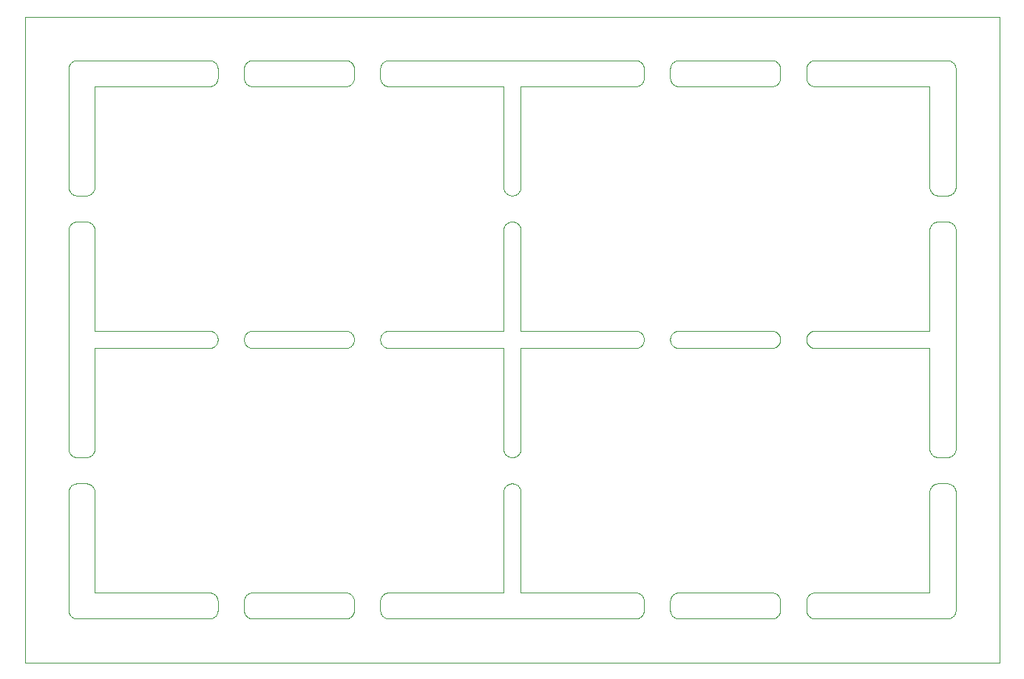
<source format=gbr>
%TF.GenerationSoftware,KiCad,Pcbnew,(6.0.7)*%
%TF.CreationDate,2022-11-18T16:05:41+07:00*%
%TF.ProjectId,test,74657374-2e6b-4696-9361-645f70636258,rev?*%
%TF.SameCoordinates,Original*%
%TF.FileFunction,Profile,NP*%
%FSLAX46Y46*%
G04 Gerber Fmt 4.6, Leading zero omitted, Abs format (unit mm)*
G04 Created by KiCad (PCBNEW (6.0.7)) date 2022-11-18 16:05:41*
%MOMM*%
%LPD*%
G01*
G04 APERTURE LIST*
%TA.AperFunction,Profile*%
%ADD10C,0.100000*%
%TD*%
G04 APERTURE END LIST*
D10*
X71800912Y-23006002D02*
X71800724Y-23006455D01*
X36443519Y-83942125D02*
X36397380Y-83957368D01*
X105066721Y-81095053D02*
X105111144Y-81075362D01*
X101383099Y-83476681D02*
X101359148Y-83518960D01*
X22107036Y-65495229D02*
X22058576Y-65498804D01*
X71801122Y-80994441D02*
X71801353Y-80994874D01*
X23000297Y-50992136D02*
X23000416Y-50992612D01*
X36158576Y-22998804D02*
X36109877Y-23000000D01*
X71803902Y-53002170D02*
X71803522Y-53002482D01*
X71806002Y-53000912D02*
X71805558Y-53001122D01*
X70955262Y-38510718D02*
X71003138Y-38519025D01*
X70644737Y-68510718D02*
X70692963Y-68504770D01*
X121274841Y-20256460D02*
X121310033Y-20289966D01*
X85055262Y-83989281D02*
X85007036Y-83995229D01*
X71795229Y-39392963D02*
X71798804Y-39441423D01*
X23000081Y-53009318D02*
X23000057Y-53009809D01*
X85333278Y-81095053D02*
X85376681Y-81116900D01*
X51758576Y-81001195D02*
X51807036Y-81004770D01*
X51758576Y-52998804D02*
X51709877Y-53000000D01*
X36843539Y-81325158D02*
X36875278Y-81361952D01*
X104640851Y-83518960D02*
X104616900Y-83476681D01*
X88904770Y-51892963D02*
X88910718Y-51844737D01*
X56025158Y-52743539D02*
X55989966Y-52710033D01*
X36109877Y-20000000D02*
X36158576Y-20001195D01*
X70596861Y-38519025D02*
X70644737Y-38510718D01*
X118599996Y-23012027D02*
X118599942Y-23009809D01*
X56025158Y-83743539D02*
X55989966Y-83710033D01*
X121033278Y-38595053D02*
X121076681Y-38616900D01*
X89094826Y-52599740D02*
X89066847Y-52560012D01*
X36207036Y-81004770D02*
X36255262Y-81010718D01*
X23000724Y-53006455D02*
X23000559Y-53006917D01*
X52338047Y-81224721D02*
X52374841Y-81256460D01*
X121433152Y-20439987D02*
X121459148Y-20481039D01*
X69796477Y-80997517D02*
X69796840Y-80997188D01*
X52043519Y-52942125D02*
X51997380Y-52957368D01*
X71800416Y-23007387D02*
X71800297Y-23007863D01*
X85759148Y-52518960D02*
X85733152Y-52560012D01*
X69940851Y-38981039D02*
X69966847Y-38939987D01*
X20116900Y-39023318D02*
X20140851Y-38981039D01*
X23009809Y-50999942D02*
X23012027Y-50999996D01*
X101359148Y-22518960D02*
X101333152Y-22560012D01*
X118695053Y-34933278D02*
X118675362Y-34888855D01*
X40100000Y-20990122D02*
X40101195Y-20941423D01*
X40849450Y-52970328D02*
X40802619Y-52957368D01*
X20116900Y-64976681D02*
X20095053Y-64933278D01*
X20702619Y-20042631D02*
X20749450Y-20029671D01*
X22957368Y-34797380D02*
X22942125Y-34843519D01*
X126597829Y-88996097D02*
X126598121Y-88995703D01*
X22518960Y-65359148D02*
X22476681Y-65383099D01*
X85150549Y-81029671D02*
X85197380Y-81042631D01*
X120850549Y-65470328D02*
X120803138Y-65480974D01*
X41090122Y-53000000D02*
X41041423Y-52998804D01*
X15006917Y-88999440D02*
X15007387Y-88999583D01*
X118599087Y-50993997D02*
X118599275Y-50993544D01*
X100558576Y-22998804D02*
X100509877Y-23000000D01*
X88975362Y-20611144D02*
X88995053Y-20566721D01*
X20010718Y-69344737D02*
X20019025Y-69296861D01*
X119039987Y-38666847D02*
X119081039Y-38640851D01*
X15006002Y-15000912D02*
X15005558Y-15001122D01*
X56139987Y-52833152D02*
X56100259Y-52805173D01*
X52642125Y-22343519D02*
X52624637Y-22388855D01*
X20224721Y-83638047D02*
X20194826Y-83599740D01*
X104542631Y-22297380D02*
X104529671Y-22250549D01*
X88919025Y-81796861D02*
X88929671Y-81749450D01*
X120803138Y-83980974D02*
X120755262Y-83989281D01*
X36738047Y-51224721D02*
X36774841Y-51256460D01*
X69790190Y-80999942D02*
X69790681Y-80999918D01*
X36576681Y-20116900D02*
X36618960Y-20140851D01*
X118592612Y-50999583D02*
X118593082Y-50999440D01*
X105296861Y-22980974D02*
X105249450Y-22970328D01*
X15000724Y-15006455D02*
X15000559Y-15006917D01*
X100797380Y-81042631D02*
X100843519Y-81057874D01*
X88900000Y-81990122D02*
X88901195Y-81941423D01*
X20439987Y-20166847D02*
X20481039Y-20140851D01*
X23008830Y-80999870D02*
X23009318Y-80999918D01*
X40294826Y-52599740D02*
X40266847Y-52560012D01*
X118599942Y-80990190D02*
X118599996Y-80987972D01*
X121570328Y-34750549D02*
X121557368Y-34797380D01*
X70366721Y-38595053D02*
X70411144Y-38575362D01*
X52443539Y-52674841D02*
X52410033Y-52710033D01*
X22388855Y-35424637D02*
X22343519Y-35442125D01*
X71803159Y-23002811D02*
X71802811Y-23003159D01*
X88900000Y-20990122D02*
X88901195Y-20941423D01*
X52657368Y-52297380D02*
X52642125Y-52343519D01*
X88995053Y-83433278D02*
X88975362Y-83388855D01*
X71806002Y-80999087D02*
X71806455Y-80999275D01*
X104575362Y-22388855D02*
X104557874Y-22343519D01*
X69791655Y-53000201D02*
X69791169Y-53000129D01*
X89261952Y-81224721D02*
X89300259Y-81194826D01*
X88929671Y-81749450D02*
X88942631Y-81702619D01*
X70281039Y-35359148D02*
X70239987Y-35333152D01*
X23000129Y-53008830D02*
X23000081Y-53009318D01*
X36983099Y-52476681D02*
X36959148Y-52518960D01*
X52604946Y-22433278D02*
X52583099Y-22476681D01*
X119444737Y-65489281D02*
X119396861Y-65480974D01*
X89423318Y-22883099D02*
X89381039Y-22859148D01*
X88910718Y-83155262D02*
X88904770Y-83107036D01*
X52700000Y-83009877D02*
X52698804Y-83058576D01*
X89189966Y-22710033D02*
X89156460Y-22674841D01*
X69797517Y-50996477D02*
X69797829Y-50996097D01*
X52624637Y-81611144D02*
X52642125Y-81656480D01*
X55710718Y-20844737D02*
X55719025Y-20796861D01*
X118587727Y-23000000D02*
X105490122Y-23000000D01*
X36959148Y-52518960D02*
X36933152Y-52560012D01*
X126594441Y-88998877D02*
X126594874Y-88998646D01*
X69793544Y-23000724D02*
X69793082Y-23000559D01*
X22518960Y-68640851D02*
X22560012Y-68666847D01*
X118599583Y-53007387D02*
X118599440Y-53006917D01*
X89066847Y-52560012D02*
X89040851Y-52518960D01*
X41041423Y-52998804D02*
X40992963Y-52995229D01*
X69798394Y-23004704D02*
X69798121Y-23004296D01*
X69799798Y-53008344D02*
X69799702Y-53007863D01*
X119541423Y-38501195D02*
X119590122Y-38500000D01*
X15000000Y-15012272D02*
X15000000Y-88987727D01*
X85333278Y-20095053D02*
X85376681Y-20116900D01*
X101305173Y-81400259D02*
X101333152Y-81439987D01*
X126592136Y-88999702D02*
X126592612Y-88999583D01*
X69857874Y-39156480D02*
X69875362Y-39111144D01*
X52410033Y-52710033D02*
X52374841Y-52743539D01*
X71800297Y-80992136D02*
X71800416Y-80992612D01*
X85804946Y-83433278D02*
X85783099Y-83476681D01*
X23008830Y-53000129D02*
X23008344Y-53000201D01*
X118590190Y-23000057D02*
X118587972Y-23000003D01*
X51903138Y-20019025D02*
X51950549Y-20029671D01*
X104981039Y-83859148D02*
X104939987Y-83833152D01*
X85804946Y-20566721D02*
X85824637Y-20611144D01*
X22859148Y-65018960D02*
X22833152Y-65060012D01*
X71801605Y-80995295D02*
X71801878Y-80995703D01*
X104519025Y-83203138D02*
X104510718Y-83155262D01*
X56266721Y-51095053D02*
X56311144Y-51075362D01*
X69799870Y-80991169D02*
X69799918Y-80990681D01*
X23009318Y-50999918D02*
X23009809Y-50999942D01*
X118716900Y-64976681D02*
X118695053Y-64933278D01*
X51709877Y-20000000D02*
X51758576Y-20001195D01*
X120658576Y-20001195D02*
X120707036Y-20004770D01*
X56139987Y-83833152D02*
X56100259Y-83805173D01*
X40266847Y-81439987D02*
X40294826Y-81400259D01*
X101404946Y-51566721D02*
X101424637Y-51611144D01*
X55719025Y-51796861D02*
X55729671Y-51749450D01*
X71742125Y-39156480D02*
X71757368Y-39202619D01*
X88957874Y-52343519D02*
X88942631Y-52297380D01*
X55866847Y-83560012D02*
X55840851Y-83518960D01*
X20010718Y-20844737D02*
X20019025Y-20796861D01*
X69796840Y-53002811D02*
X69796477Y-53002482D01*
X22250549Y-68529671D02*
X22297380Y-68542631D01*
X51950549Y-52970328D02*
X51903138Y-52980974D01*
X15000057Y-15009809D02*
X15000003Y-15012027D01*
X20439987Y-35333152D02*
X20400259Y-35305173D01*
X51997380Y-51042631D02*
X52043519Y-51057874D01*
X52559148Y-22518960D02*
X52533152Y-22560012D01*
X89040851Y-52518960D02*
X89016900Y-52476681D01*
X121504946Y-64933278D02*
X121483099Y-64976681D01*
X15000081Y-88990681D02*
X15000129Y-88991169D01*
X40756480Y-51057874D02*
X40802619Y-51042631D01*
X85705173Y-20400259D02*
X85733152Y-20439987D01*
X101495229Y-51892963D02*
X101498804Y-51941423D01*
X71097380Y-38542631D02*
X71143519Y-38557874D01*
X71800129Y-80991169D02*
X71800201Y-80991655D01*
X71800057Y-50990190D02*
X71800081Y-50990681D01*
X23005558Y-53001122D02*
X23005125Y-53001353D01*
X20019025Y-64703138D02*
X20010718Y-64655262D01*
X52695229Y-51892963D02*
X52698804Y-51941423D01*
X40142631Y-83297380D02*
X40129671Y-83250549D01*
X23001353Y-53005125D02*
X23001122Y-53005558D01*
X104694826Y-81400259D02*
X104724721Y-81361952D01*
X120707036Y-83995229D02*
X120658576Y-83998804D01*
X51807036Y-51004770D02*
X51855262Y-51010718D01*
X37024637Y-20611144D02*
X37042125Y-20656480D01*
X52443539Y-51325158D02*
X52475278Y-51361952D01*
X15007863Y-88999702D02*
X15008344Y-88999798D01*
X23000297Y-53007863D02*
X23000201Y-53008344D01*
X40129671Y-22250549D02*
X40119025Y-22203138D01*
X22058576Y-68501195D02*
X22107036Y-68504770D01*
X118604770Y-64607036D02*
X118601195Y-64558576D01*
X55757874Y-83343519D02*
X55742631Y-83297380D01*
X118597517Y-53003522D02*
X118597188Y-53003159D01*
X85643539Y-81325158D02*
X85675278Y-81361952D01*
X100888855Y-81075362D02*
X100933278Y-81095053D01*
X71276681Y-65383099D02*
X71233278Y-65404946D01*
X118596840Y-23002811D02*
X118596477Y-23002482D01*
X69799275Y-53006455D02*
X69799087Y-53006002D01*
X71812027Y-23000003D02*
X71809809Y-23000057D01*
X71789281Y-39344737D02*
X71795229Y-39392963D01*
X56544737Y-51010718D02*
X56592963Y-51004770D01*
X118597829Y-23003902D02*
X118597517Y-23003522D01*
X126593544Y-88999275D02*
X126593997Y-88999087D01*
X52443539Y-83674841D02*
X52410033Y-83710033D01*
X88929671Y-22250549D02*
X88919025Y-22203138D01*
X22743539Y-65174841D02*
X22710033Y-65210033D01*
X70456480Y-65442125D02*
X70411144Y-65424637D01*
X104981039Y-52859148D02*
X104939987Y-52833152D01*
X20566721Y-35404946D02*
X20523318Y-35383099D01*
X55710718Y-83155262D02*
X55704770Y-83107036D01*
X85460012Y-52833152D02*
X85418960Y-52859148D01*
X71800724Y-80993544D02*
X71800912Y-80993997D01*
X36618960Y-81140851D02*
X36660012Y-81166847D01*
X121600000Y-34509877D02*
X121598804Y-34558576D01*
X71575278Y-65138047D02*
X71543539Y-65174841D01*
X89696861Y-83980974D02*
X89649450Y-83970328D01*
X20400259Y-65305173D02*
X20361952Y-65275278D01*
X56690122Y-51000000D02*
X69787727Y-51000000D01*
X22970328Y-64750549D02*
X22957368Y-64797380D01*
X70056460Y-68825158D02*
X70089966Y-68789966D01*
X71808344Y-23000201D02*
X71807863Y-23000297D01*
X56100259Y-52805173D02*
X56061952Y-52775278D01*
X69793997Y-53000912D02*
X69793544Y-53000724D01*
X23006917Y-50999440D02*
X23007387Y-50999583D01*
X69799275Y-23006455D02*
X69799087Y-23006002D01*
X118599798Y-80991655D02*
X118599870Y-80991169D01*
X71800057Y-23009809D02*
X71800003Y-23012027D01*
X119166721Y-35404946D02*
X119123318Y-35383099D01*
X56690122Y-23000000D02*
X56641423Y-22998804D01*
X101174841Y-22743539D02*
X101138047Y-22775278D01*
X85643539Y-83674841D02*
X85610033Y-83710033D01*
X85880974Y-22203138D02*
X85870328Y-22250549D01*
X101457368Y-81702619D02*
X101470328Y-81749450D01*
X118592136Y-53000297D02*
X118591655Y-53000201D01*
X105296861Y-20019025D02*
X105344737Y-20010718D01*
X55816900Y-20523318D02*
X55840851Y-20481039D01*
X37024637Y-81611144D02*
X37042125Y-81656480D01*
X71633152Y-65060012D02*
X71605173Y-65099740D01*
X40461952Y-83775278D02*
X40425158Y-83743539D01*
X100976681Y-20116900D02*
X101018960Y-20140851D01*
X52475278Y-20361952D02*
X52505173Y-20400259D01*
X20140851Y-83518960D02*
X20116900Y-83476681D01*
X104789966Y-22710033D02*
X104756460Y-22674841D01*
X15012027Y-88999996D02*
X15012272Y-89000000D01*
X126595295Y-15001605D02*
X126594874Y-15001353D01*
X69787972Y-50999996D02*
X69790190Y-50999942D01*
X118587972Y-80999996D02*
X118590190Y-80999942D01*
X89124721Y-20361952D02*
X89156460Y-20325158D01*
X118794826Y-68900259D02*
X118824721Y-68861952D01*
X100558576Y-52998804D02*
X100509877Y-53000000D01*
X20000000Y-83009877D02*
X20000000Y-69490122D01*
X22560012Y-68666847D02*
X22599740Y-68694826D01*
X88957874Y-22343519D02*
X88942631Y-22297380D01*
X22904946Y-39066721D02*
X22924637Y-39111144D01*
X104900259Y-51194826D02*
X104939987Y-51166847D01*
X70907036Y-68504770D02*
X70955262Y-68510718D01*
X40581039Y-51140851D02*
X40623318Y-51116900D01*
X88919025Y-20796861D02*
X88929671Y-20749450D01*
X118657874Y-69156480D02*
X118675362Y-69111144D01*
X70502619Y-35457368D02*
X70456480Y-35442125D01*
X89602619Y-52957368D02*
X89556480Y-52942125D01*
X85376681Y-83883099D02*
X85333278Y-83904946D01*
X55729671Y-22250549D02*
X55719025Y-22203138D01*
X36905173Y-81400259D02*
X36933152Y-81439987D01*
X71474841Y-68756460D02*
X71510033Y-68789966D01*
X37100000Y-83009877D02*
X37098804Y-83058576D01*
X22476681Y-68616900D02*
X22518960Y-68640851D01*
X104900259Y-81194826D02*
X104939987Y-81166847D01*
X23000724Y-50993544D02*
X23000912Y-50993997D01*
X100655262Y-83989281D02*
X100607036Y-83995229D01*
X36959148Y-51481039D02*
X36983099Y-51523318D01*
X104616900Y-52476681D02*
X104595053Y-52433278D01*
X69787972Y-53000003D02*
X69787727Y-53000000D01*
X56496861Y-22980974D02*
X56449450Y-22970328D01*
X40110718Y-51844737D02*
X40119025Y-51796861D01*
X71789281Y-64655262D02*
X71780974Y-64703138D01*
X89423318Y-81116900D02*
X89466721Y-81095053D01*
X36158576Y-52998804D02*
X36109877Y-53000000D01*
X55704770Y-51892963D02*
X55710718Y-51844737D01*
X22710033Y-38789966D02*
X22743539Y-38825158D01*
X40944737Y-52989281D02*
X40896861Y-52980974D01*
X40711144Y-20075362D02*
X40756480Y-20057874D01*
X121199740Y-65305173D02*
X121160012Y-65333152D01*
X40623318Y-51116900D02*
X40666721Y-51095053D01*
X121524637Y-69111144D02*
X121542125Y-69156480D01*
X22924637Y-69111144D02*
X22942125Y-69156480D01*
X105441423Y-83998804D02*
X105392963Y-83995229D01*
X104666847Y-22560012D02*
X104640851Y-22518960D01*
X101498804Y-52058576D02*
X101495229Y-52107036D01*
X20400259Y-83805173D02*
X20361952Y-83775278D01*
X100976681Y-52883099D02*
X100933278Y-52904946D01*
X120897380Y-83957368D02*
X120850549Y-83970328D01*
X55866847Y-51439987D02*
X55894826Y-51400259D01*
X121274841Y-65243539D02*
X121238047Y-65275278D01*
X104595053Y-81566721D02*
X104616900Y-81523318D01*
X121504946Y-83433278D02*
X121483099Y-83476681D01*
X70741423Y-68501195D02*
X70790122Y-68500000D01*
X41090122Y-81000000D02*
X51709877Y-81000000D01*
X85538047Y-81224721D02*
X85574841Y-81256460D01*
X70089966Y-35210033D02*
X70056460Y-35174841D01*
X36959148Y-83518960D02*
X36933152Y-83560012D01*
X22833152Y-68939987D02*
X22859148Y-68981039D01*
X120850549Y-83970328D02*
X120803138Y-83980974D01*
X40195053Y-20566721D02*
X40216900Y-20523318D01*
X100750549Y-20029671D02*
X100797380Y-20042631D01*
X15001122Y-15005558D02*
X15000912Y-15006002D01*
X15004704Y-15001605D02*
X15004296Y-15001878D01*
X36905173Y-22599740D02*
X36875278Y-22638047D01*
X120658576Y-65498804D02*
X120609877Y-65500000D01*
X118593082Y-53000559D02*
X118592612Y-53000416D01*
X89339987Y-83833152D02*
X89300259Y-83805173D01*
X89016900Y-81523318D02*
X89040851Y-81481039D01*
X55729671Y-81749450D02*
X55742631Y-81702619D01*
X121076681Y-35383099D02*
X121033278Y-35404946D01*
X126591655Y-15000201D02*
X126591169Y-15000129D01*
X70366721Y-68595053D02*
X70411144Y-68575362D01*
X56061952Y-51224721D02*
X56100259Y-51194826D01*
X69829671Y-64750549D02*
X69819025Y-64703138D01*
X85705173Y-81400259D02*
X85733152Y-81439987D01*
X69801195Y-64558576D02*
X69800000Y-64509877D01*
X20941423Y-65498804D02*
X20892963Y-65495229D01*
X85675278Y-51361952D02*
X85705173Y-51400259D01*
X37024637Y-51611144D02*
X37042125Y-51656480D01*
X22998804Y-34558576D02*
X22995229Y-34607036D01*
X51855262Y-20010718D02*
X51903138Y-20019025D01*
X69875362Y-34888855D02*
X69857874Y-34843519D01*
X56266721Y-52904946D02*
X56223318Y-52883099D01*
X120943519Y-65442125D02*
X120897380Y-65457368D01*
X101480974Y-52203138D02*
X101470328Y-52250549D01*
X55775362Y-83388855D02*
X55757874Y-83343519D01*
X101383099Y-22476681D02*
X101359148Y-22518960D01*
X23000559Y-23006917D02*
X23000416Y-23007387D01*
X40324721Y-51361952D02*
X40356460Y-51325158D01*
X20057874Y-34843519D02*
X20042631Y-34797380D01*
X40944737Y-20010718D02*
X40992963Y-20004770D01*
X52043519Y-51057874D02*
X52088855Y-51075362D01*
X23001353Y-80994874D02*
X23001605Y-80995295D01*
X20523318Y-68616900D02*
X20566721Y-68595053D01*
X88995053Y-22433278D02*
X88975362Y-22388855D01*
X52533152Y-81439987D02*
X52559148Y-81481039D01*
X89649450Y-51029671D02*
X89696861Y-51019025D01*
X118598394Y-50995295D02*
X118598646Y-50994874D01*
X22904946Y-69066721D02*
X22924637Y-69111144D01*
X52410033Y-81289966D02*
X52443539Y-81325158D01*
X104529671Y-83250549D02*
X104519025Y-83203138D01*
X119039987Y-35333152D02*
X119000259Y-35305173D01*
X104756460Y-52674841D02*
X104724721Y-52638047D01*
X20140851Y-20481039D02*
X20166847Y-20439987D01*
X40425158Y-52743539D02*
X40389966Y-52710033D01*
X118593997Y-50999087D02*
X118594441Y-50998877D01*
X36158576Y-20001195D02*
X36207036Y-20004770D01*
X119590122Y-65500000D02*
X119541423Y-65498804D01*
X88995053Y-51566721D02*
X89016900Y-51523318D01*
X23007863Y-50999702D02*
X23008344Y-50999798D01*
X118594874Y-80998646D02*
X118595295Y-80998394D01*
X56449450Y-51029671D02*
X56496861Y-51019025D01*
X69798121Y-53004296D02*
X69797829Y-53003902D01*
X121199740Y-83805173D02*
X121160012Y-83833152D01*
X71803902Y-23002170D02*
X71803522Y-23002482D01*
X52698804Y-52058576D02*
X52695229Y-52107036D01*
X22155262Y-65489281D02*
X22107036Y-65495229D01*
X71724637Y-39111144D02*
X71742125Y-39156480D01*
X40389966Y-81289966D02*
X40425158Y-81256460D01*
X89300259Y-22805173D02*
X89261952Y-22775278D01*
X126599087Y-15006002D02*
X126598877Y-15005558D01*
X101424637Y-51611144D02*
X101442125Y-51656480D01*
X101099740Y-20194826D02*
X101138047Y-20224721D01*
X120943519Y-35442125D02*
X120897380Y-35457368D01*
X71801878Y-23004296D02*
X71801605Y-23004704D01*
X85675278Y-20361952D02*
X85705173Y-20400259D01*
X120897380Y-38542631D02*
X120943519Y-38557874D01*
X36738047Y-52775278D02*
X36699740Y-52805173D01*
X69842631Y-39202619D02*
X69857874Y-39156480D01*
X22859148Y-35018960D02*
X22833152Y-35060012D01*
X55795053Y-51566721D02*
X55816900Y-51523318D01*
X20042631Y-20702619D02*
X20057874Y-20656480D01*
X20166847Y-83560012D02*
X20140851Y-83518960D01*
X20166847Y-20439987D02*
X20194826Y-20400259D01*
X120707036Y-38504770D02*
X120755262Y-38510718D01*
X69799702Y-50992136D02*
X69799798Y-50991655D01*
X118592612Y-53000416D02*
X118592136Y-53000297D01*
X104756460Y-81325158D02*
X104789966Y-81289966D01*
X119081039Y-38640851D02*
X119123318Y-38616900D01*
X85197380Y-51042631D02*
X85243519Y-51057874D01*
X118598121Y-50995703D02*
X118598394Y-50995295D01*
X126597188Y-88996840D02*
X126597517Y-88996477D01*
X52604946Y-51566721D02*
X52624637Y-51611144D01*
X71800000Y-64509877D02*
X71798804Y-64558576D01*
X52624637Y-51611144D02*
X52642125Y-51656480D01*
X52088855Y-22924637D02*
X52043519Y-22942125D01*
X71742125Y-34843519D02*
X71724637Y-34888855D01*
X40581039Y-22859148D02*
X40539987Y-22833152D01*
X22998804Y-39441423D02*
X23000000Y-39490122D01*
X118675362Y-39111144D02*
X118695053Y-39066721D01*
X23001122Y-53005558D02*
X23000912Y-53006002D01*
X40461952Y-51224721D02*
X40500259Y-51194826D01*
X105490122Y-20000000D02*
X120609877Y-20000000D01*
X20439987Y-68666847D02*
X20481039Y-68640851D01*
X56266721Y-20095053D02*
X56311144Y-20075362D01*
X22904946Y-64933278D02*
X22883099Y-64976681D01*
X71801353Y-53005125D02*
X71801122Y-53005558D01*
X121199740Y-35305173D02*
X121160012Y-35333152D01*
X71050549Y-68529671D02*
X71097380Y-68542631D01*
X118594874Y-23001353D02*
X118594441Y-23001122D01*
X20256460Y-83674841D02*
X20224721Y-83638047D01*
X22805173Y-35099740D02*
X22775278Y-35138047D01*
X118593544Y-53000724D02*
X118593082Y-53000559D01*
X104789966Y-81289966D02*
X104825158Y-81256460D01*
X70024721Y-38861952D02*
X70056460Y-38825158D01*
X36933152Y-52560012D02*
X36905173Y-52599740D01*
X37057368Y-51702619D02*
X37070328Y-51749450D01*
X104500000Y-51990122D02*
X104501195Y-51941423D01*
X37080974Y-51796861D02*
X37089281Y-51844737D01*
X22203138Y-65480974D02*
X22155262Y-65489281D01*
X89094826Y-51400259D02*
X89124721Y-51361952D01*
X36350549Y-83970328D02*
X36303138Y-83980974D01*
X20166847Y-35060012D02*
X20140851Y-35018960D01*
X101138047Y-20224721D02*
X101174841Y-20256460D01*
X101333152Y-52560012D02*
X101305173Y-52599740D01*
X101383099Y-51523318D02*
X101404946Y-51566721D01*
X69799870Y-23008830D02*
X69799798Y-23008344D01*
X85150549Y-20029671D02*
X85197380Y-20042631D01*
X105441423Y-81001195D02*
X105490122Y-81000000D01*
X40175362Y-81611144D02*
X40195053Y-81566721D01*
X85418960Y-51140851D02*
X85460012Y-51166847D01*
X22638047Y-38724721D02*
X22674841Y-38756460D01*
X36443519Y-52942125D02*
X36397380Y-52957368D01*
X15006455Y-15000724D02*
X15006002Y-15000912D01*
X37095229Y-81892963D02*
X37098804Y-81941423D01*
X85857368Y-22297380D02*
X85842125Y-22343519D01*
X51903138Y-51019025D02*
X51950549Y-51029671D01*
X121483099Y-64976681D02*
X121459148Y-65018960D01*
X71812027Y-80999996D02*
X71812272Y-81000000D01*
X126596097Y-88997829D02*
X126596477Y-88997517D01*
X89225158Y-51256460D02*
X89261952Y-51224721D01*
X20256460Y-35174841D02*
X20224721Y-35138047D01*
X121600000Y-69490122D02*
X121600000Y-83009877D01*
X36983099Y-81523318D02*
X37004946Y-81566721D01*
X89696861Y-81019025D02*
X89744737Y-81010718D01*
X20796861Y-38519025D02*
X20844737Y-38510718D01*
X23003522Y-23002482D02*
X23003159Y-23002811D01*
X55956460Y-52674841D02*
X55924721Y-52638047D01*
X71808344Y-53000201D02*
X71807863Y-53000297D01*
X71800297Y-53007863D02*
X71800201Y-53008344D01*
X126598121Y-88995703D02*
X126598394Y-88995295D01*
X104519025Y-22203138D02*
X104510718Y-22155262D01*
X40324721Y-81361952D02*
X40356460Y-81325158D01*
X70596861Y-68519025D02*
X70644737Y-68510718D01*
X120943519Y-83942125D02*
X120897380Y-83957368D01*
X105066721Y-52904946D02*
X105023318Y-52883099D01*
X104504770Y-83107036D02*
X104501195Y-83058576D01*
X52088855Y-83924637D02*
X52043519Y-83942125D01*
X89124721Y-81361952D02*
X89156460Y-81325158D01*
X118601195Y-64558576D02*
X118600000Y-64509877D01*
X69797188Y-50996840D02*
X69797517Y-50996477D01*
X105066721Y-83904946D02*
X105023318Y-83883099D01*
X85643539Y-51325158D02*
X85675278Y-51361952D01*
X118601195Y-34558576D02*
X118600000Y-34509877D01*
X85880974Y-52203138D02*
X85870328Y-52250549D01*
X85460012Y-22833152D02*
X85418960Y-22859148D01*
X118597829Y-50996097D02*
X118598121Y-50995703D01*
X84958576Y-81001195D02*
X85007036Y-81004770D01*
X20010718Y-64655262D02*
X20004770Y-64607036D01*
X55757874Y-81656480D02*
X55775362Y-81611144D01*
X20400259Y-35305173D02*
X20361952Y-35275278D01*
X101442125Y-22343519D02*
X101424637Y-22388855D01*
X23001878Y-50995703D02*
X23002170Y-50996097D01*
X20523318Y-38616900D02*
X20566721Y-38595053D01*
X126595295Y-88998394D02*
X126595703Y-88998121D01*
X52260012Y-81166847D02*
X52299740Y-81194826D01*
X22297380Y-35457368D02*
X22250549Y-35470328D01*
X40756480Y-20057874D02*
X40802619Y-20042631D01*
X118590190Y-80999942D02*
X118590681Y-80999918D01*
X40216900Y-81523318D02*
X40240851Y-81481039D01*
X55795053Y-20566721D02*
X55816900Y-20523318D01*
X101174841Y-20256460D02*
X101210033Y-20289966D01*
X51758576Y-22998804D02*
X51709877Y-23000000D01*
X55719025Y-52203138D02*
X55710718Y-52155262D01*
X101099740Y-81194826D02*
X101138047Y-81224721D01*
X89744737Y-52989281D02*
X89696861Y-52980974D01*
X118598121Y-23004296D02*
X118597829Y-23003902D01*
X20004770Y-39392963D02*
X20010718Y-39344737D01*
X70200259Y-38694826D02*
X70239987Y-38666847D01*
X118824721Y-65138047D02*
X118794826Y-65099740D01*
X52410033Y-20289966D02*
X52443539Y-20325158D01*
X85898804Y-52058576D02*
X85895229Y-52107036D01*
X126600000Y-15012272D02*
X126599996Y-15012027D01*
X52642125Y-20656480D02*
X52657368Y-20702619D01*
X52505173Y-83599740D02*
X52475278Y-83638047D01*
X85898804Y-20941423D02*
X85900000Y-20990122D01*
X104510718Y-81844737D02*
X104519025Y-81796861D01*
X36488855Y-52924637D02*
X36443519Y-52942125D01*
X55701195Y-83058576D02*
X55700000Y-83009877D01*
X89890122Y-51000000D02*
X100509877Y-51000000D01*
X118595295Y-23001605D02*
X118594874Y-23001353D01*
X52176681Y-83883099D02*
X52133278Y-83904946D01*
X71804296Y-80998121D02*
X71804704Y-80998394D01*
X36255262Y-81010718D02*
X36303138Y-81019025D01*
X71805558Y-50998877D02*
X71806002Y-50999087D01*
X71801353Y-50994874D02*
X71801605Y-50995295D01*
X120850549Y-68529671D02*
X120897380Y-68542631D01*
X104504770Y-81892963D02*
X104510718Y-81844737D01*
X85842125Y-22343519D02*
X85824637Y-22388855D01*
X40240851Y-83518960D02*
X40216900Y-83476681D01*
X89511144Y-83924637D02*
X89466721Y-83904946D01*
X70239987Y-68666847D02*
X70281039Y-68640851D01*
X120943519Y-20057874D02*
X120988855Y-20075362D01*
X118925158Y-68756460D02*
X118961952Y-68724721D01*
X104789966Y-83710033D02*
X104756460Y-83674841D01*
X37080974Y-52203138D02*
X37070328Y-52250549D01*
X69829671Y-39249450D02*
X69842631Y-39202619D01*
X36774841Y-81256460D02*
X36810033Y-81289966D01*
X121433152Y-65060012D02*
X121405173Y-65099740D01*
X55729671Y-51749450D02*
X55742631Y-51702619D01*
X71318960Y-35359148D02*
X71276681Y-35383099D01*
X52299740Y-20194826D02*
X52338047Y-20224721D01*
X22297380Y-68542631D02*
X22343519Y-68557874D01*
X40389966Y-20289966D02*
X40425158Y-20256460D01*
X121238047Y-83775278D02*
X121199740Y-83805173D01*
X100607036Y-20004770D02*
X100655262Y-20010718D01*
X85610033Y-81289966D02*
X85643539Y-81325158D01*
X40110718Y-22155262D02*
X40104770Y-22107036D01*
X101275278Y-81361952D02*
X101305173Y-81400259D01*
X20844737Y-35489281D02*
X20796861Y-35480974D01*
X23000057Y-80990190D02*
X23000081Y-80990681D01*
X23007387Y-50999583D02*
X23007863Y-50999702D01*
X121504946Y-20566721D02*
X121524637Y-20611144D01*
X20361952Y-68724721D02*
X20400259Y-68694826D01*
X23005125Y-53001353D02*
X23004704Y-53001605D01*
X20042631Y-39202619D02*
X20057874Y-39156480D01*
X88975362Y-22388855D02*
X88957874Y-22343519D01*
X70549450Y-65470328D02*
X70502619Y-65457368D01*
X40119025Y-20796861D02*
X40129671Y-20749450D01*
X89423318Y-51116900D02*
X89466721Y-51095053D01*
X56025158Y-51256460D02*
X56061952Y-51224721D01*
X104575362Y-51611144D02*
X104595053Y-51566721D01*
X71510033Y-65210033D02*
X71474841Y-65243539D01*
X104724721Y-51361952D02*
X104756460Y-51325158D01*
X85842125Y-81656480D02*
X85857368Y-81702619D01*
X52133278Y-83904946D02*
X52088855Y-83924637D01*
X126599798Y-88991655D02*
X126599870Y-88991169D01*
X85889281Y-22155262D02*
X85880974Y-22203138D01*
X71801605Y-50995295D02*
X71801878Y-50995703D01*
X118598877Y-50994441D02*
X118599087Y-50993997D01*
X36933152Y-22560012D02*
X36905173Y-22599740D01*
X52374841Y-22743539D02*
X52338047Y-22775278D01*
X104900259Y-22805173D02*
X104861952Y-22775278D01*
X36699740Y-83805173D02*
X36660012Y-83833152D01*
X15009809Y-15000057D02*
X15009809Y-15000057D01*
X121274841Y-68756460D02*
X121310033Y-68789966D01*
X69895053Y-64933278D02*
X69875362Y-64888855D01*
X101210033Y-52710033D02*
X101174841Y-52743539D01*
X40240851Y-51481039D02*
X40266847Y-51439987D01*
X104595053Y-22433278D02*
X104575362Y-22388855D01*
X118593544Y-80999275D02*
X118593997Y-80999087D01*
X85610033Y-83710033D02*
X85574841Y-83743539D01*
X104939987Y-51166847D02*
X104981039Y-51140851D01*
X119081039Y-68640851D02*
X119123318Y-68616900D01*
X89511144Y-22924637D02*
X89466721Y-22904946D01*
X52670328Y-83250549D02*
X52657368Y-83297380D01*
X20702619Y-83957368D02*
X20656480Y-83942125D01*
X101404946Y-81566721D02*
X101424637Y-81611144D01*
X119541423Y-35498804D02*
X119492963Y-35495229D01*
X20566721Y-83904946D02*
X20523318Y-83883099D01*
X105202619Y-20042631D02*
X105249450Y-20029671D01*
X70125158Y-65243539D02*
X70089966Y-65210033D01*
X36397380Y-22957368D02*
X36350549Y-22970328D01*
X22107036Y-68504770D02*
X22155262Y-68510718D01*
X71805558Y-23001122D02*
X71805125Y-23001353D01*
X70323318Y-38616900D02*
X70366721Y-38595053D01*
X104510718Y-51844737D02*
X104519025Y-51796861D01*
X118642631Y-39202619D02*
X118657874Y-39156480D01*
X22009877Y-68500000D02*
X22058576Y-68501195D01*
X52624637Y-83388855D02*
X52604946Y-83433278D01*
X20224721Y-20361952D02*
X20256460Y-20325158D01*
X69795295Y-80998394D02*
X69795703Y-80998121D01*
X56641423Y-52998804D02*
X56592963Y-52995229D01*
X22009877Y-68500000D02*
X22009877Y-68500000D01*
X85759148Y-83518960D02*
X85733152Y-83560012D01*
X120897380Y-35457368D02*
X120850549Y-35470328D01*
X52505173Y-81400259D02*
X52533152Y-81439987D01*
X40896861Y-51019025D02*
X40944737Y-51010718D01*
X85055262Y-22989281D02*
X85007036Y-22995229D01*
X22710033Y-68789966D02*
X22743539Y-68825158D01*
X52338047Y-52775278D02*
X52299740Y-52805173D01*
X36660012Y-81166847D02*
X36699740Y-81194826D01*
X40356460Y-51325158D02*
X40389966Y-51289966D01*
X105249450Y-20029671D02*
X105296861Y-20019025D01*
X100976681Y-22883099D02*
X100933278Y-22904946D01*
X40266847Y-83560012D02*
X40240851Y-83518960D01*
X22009877Y-38500000D02*
X22009877Y-38500000D01*
X126599275Y-88993544D02*
X126599440Y-88993082D01*
X23003902Y-53002170D02*
X23003522Y-53002482D01*
X104542631Y-83297380D02*
X104529671Y-83250549D01*
X70200259Y-68694826D02*
X70239987Y-68666847D01*
X84909877Y-23000000D02*
X71812272Y-23000000D01*
X88929671Y-52250549D02*
X88919025Y-52203138D01*
X55816900Y-81523318D02*
X55840851Y-81481039D01*
X55710718Y-52155262D02*
X55704770Y-52107036D01*
X20749450Y-65470328D02*
X20702619Y-65457368D01*
X40992963Y-81004770D02*
X41041423Y-81001195D01*
X51709877Y-51000000D02*
X51758576Y-51001195D01*
X71802482Y-80996477D02*
X71802811Y-80996840D01*
X36774841Y-22743539D02*
X36738047Y-22775278D01*
X71683099Y-69023318D02*
X71704946Y-69066721D01*
X101383099Y-20523318D02*
X101404946Y-20566721D01*
X36350549Y-20029671D02*
X36397380Y-20042631D01*
X55719025Y-22203138D02*
X55710718Y-22155262D01*
X36933152Y-51439987D02*
X36959148Y-51481039D01*
X126587727Y-89000000D02*
X126587972Y-88999996D01*
X105202619Y-81042631D02*
X105249450Y-81029671D01*
X71780974Y-39296861D02*
X71789281Y-39344737D01*
X23000000Y-39490122D02*
X23000000Y-50987727D01*
X121524637Y-20611144D02*
X121542125Y-20656480D01*
X20990122Y-84000000D02*
X20941423Y-83998804D01*
X100703138Y-83980974D02*
X100655262Y-83989281D01*
X88919025Y-22203138D02*
X88910718Y-22155262D01*
X15000201Y-88991655D02*
X15000297Y-88992136D01*
X70907036Y-35495229D02*
X70858576Y-35498804D01*
X85538047Y-51224721D02*
X85574841Y-51256460D01*
X101470328Y-81749450D02*
X101480974Y-81796861D01*
X104666847Y-51439987D02*
X104694826Y-51400259D01*
X85675278Y-22638047D02*
X85643539Y-22674841D01*
X101457368Y-22297380D02*
X101442125Y-22343519D01*
X121238047Y-65275278D02*
X121199740Y-65305173D01*
X69994826Y-68900259D02*
X70024721Y-68861952D01*
X55742631Y-83297380D02*
X55729671Y-83250549D01*
X40294826Y-51400259D02*
X40324721Y-51361952D01*
X22638047Y-68724721D02*
X22674841Y-68756460D01*
X71805558Y-80998877D02*
X71806002Y-80999087D01*
X85418960Y-81140851D02*
X85460012Y-81166847D01*
X104504770Y-52107036D02*
X104501195Y-52058576D01*
X121589281Y-20844737D02*
X121595229Y-20892963D01*
X37095229Y-51892963D02*
X37098804Y-51941423D01*
X20289966Y-20289966D02*
X20325158Y-20256460D01*
X100607036Y-52995229D02*
X100558576Y-52998804D01*
X70239987Y-65333152D02*
X70200259Y-65305173D01*
X22058576Y-65498804D02*
X22009877Y-65500000D01*
X85103138Y-22980974D02*
X85055262Y-22989281D01*
X121375278Y-38861952D02*
X121405173Y-38900259D01*
X118599918Y-53009318D02*
X118599870Y-53008830D01*
X52604946Y-20566721D02*
X52624637Y-20611144D01*
X121595229Y-20892963D02*
X121598804Y-20941423D01*
X121310033Y-20289966D02*
X121343539Y-20325158D01*
X40425158Y-81256460D02*
X40461952Y-81224721D01*
X23012272Y-23000000D02*
X23012027Y-23000003D01*
X70596861Y-35480974D02*
X70549450Y-35470328D01*
X71800912Y-80993997D02*
X71801122Y-80994441D01*
X71804704Y-53001605D02*
X71804296Y-53001878D01*
X104519025Y-81796861D02*
X104529671Y-81749450D01*
X105392963Y-52995229D02*
X105344737Y-52989281D01*
X51997380Y-22957368D02*
X51950549Y-22970328D01*
X104616900Y-81523318D02*
X104640851Y-81481039D01*
X69801195Y-34558576D02*
X69800000Y-34509877D01*
X69916900Y-39023318D02*
X69940851Y-38981039D01*
X119302619Y-35457368D02*
X119256480Y-35442125D01*
X104981039Y-20140851D02*
X105023318Y-20116900D01*
X20019025Y-20796861D02*
X20029671Y-20749450D01*
X40756480Y-52942125D02*
X40711144Y-52924637D01*
X118599918Y-50990681D02*
X118599942Y-50990190D01*
X69799870Y-50991169D02*
X69799918Y-50990681D01*
X70692963Y-38504770D02*
X70741423Y-38501195D01*
X104529671Y-52250549D02*
X104519025Y-52203138D01*
X20361952Y-83775278D02*
X20325158Y-83743539D01*
X52689281Y-22155262D02*
X52680974Y-22203138D01*
X52475278Y-51361952D02*
X52505173Y-51400259D01*
X121405173Y-65099740D02*
X121375278Y-65138047D01*
X69787727Y-23000000D02*
X56690122Y-23000000D01*
X56544737Y-81010718D02*
X56592963Y-81004770D01*
X70161952Y-68724721D02*
X70200259Y-68694826D01*
X88957874Y-81656480D02*
X88975362Y-81611144D01*
X69787727Y-81000000D02*
X69787972Y-80999996D01*
X104510718Y-52155262D02*
X104504770Y-52107036D01*
X55700000Y-22009877D02*
X55700000Y-20990122D01*
X69842631Y-34797380D02*
X69829671Y-34750549D01*
X69790681Y-80999918D02*
X69791169Y-80999870D01*
X56592963Y-20004770D02*
X56641423Y-20001195D01*
X121375278Y-68861952D02*
X121405173Y-68900259D01*
X71633152Y-38939987D02*
X71659148Y-38981039D01*
X69875362Y-69111144D02*
X69895053Y-69066721D01*
X118599870Y-53008830D02*
X118599798Y-53008344D01*
X56100259Y-20194826D02*
X56139987Y-20166847D01*
X126596840Y-15002811D02*
X126596477Y-15002482D01*
X22009877Y-38500000D02*
X22058576Y-38501195D01*
X52559148Y-51481039D02*
X52583099Y-51523318D01*
X22297380Y-38542631D02*
X22343519Y-38557874D01*
X20001195Y-34558576D02*
X20000000Y-34509877D01*
X20095053Y-34933278D02*
X20075362Y-34888855D01*
X118740851Y-68981039D02*
X118766847Y-68939987D01*
X20892963Y-38504770D02*
X20941423Y-38501195D01*
X88910718Y-51844737D02*
X88919025Y-51796861D01*
X52410033Y-22710033D02*
X52374841Y-22743539D01*
X15000912Y-15006002D02*
X15000724Y-15006455D01*
X126598877Y-15005558D02*
X126598646Y-15005125D01*
X20019025Y-69296861D02*
X20029671Y-69249450D01*
X118591655Y-53000201D02*
X118591169Y-53000129D01*
X55729671Y-52250549D02*
X55719025Y-52203138D01*
X121542125Y-34843519D02*
X121524637Y-34888855D01*
X55710718Y-22155262D02*
X55704770Y-22107036D01*
X118610718Y-69344737D02*
X118619025Y-69296861D01*
X55742631Y-52297380D02*
X55729671Y-52250549D01*
X69792136Y-53000297D02*
X69791655Y-53000201D01*
X118619025Y-34703138D02*
X118610718Y-34655262D01*
X70858576Y-38501195D02*
X70907036Y-38504770D01*
X22433278Y-38595053D02*
X22476681Y-38616900D01*
X89225158Y-22743539D02*
X89189966Y-22710033D01*
X23001605Y-23004704D02*
X23001353Y-23005125D01*
X71795229Y-64607036D02*
X71789281Y-64655262D01*
X121199740Y-38694826D02*
X121238047Y-38724721D01*
X118599870Y-80991169D02*
X118599918Y-80990681D01*
X101275278Y-51361952D02*
X101305173Y-51400259D01*
X36843539Y-20325158D02*
X36875278Y-20361952D01*
X22883099Y-69023318D02*
X22904946Y-69066721D01*
X118598121Y-80995703D02*
X118598394Y-80995295D01*
X20042631Y-83297380D02*
X20029671Y-83250549D01*
X36810033Y-22710033D02*
X36774841Y-22743539D01*
X51855262Y-51010718D02*
X51903138Y-51019025D01*
X52624637Y-20611144D02*
X52642125Y-20656480D01*
X40195053Y-81566721D02*
X40216900Y-81523318D01*
X71143519Y-68557874D02*
X71188855Y-68575362D01*
X119302619Y-38542631D02*
X119349450Y-38529671D01*
X20481039Y-65359148D02*
X20439987Y-65333152D01*
X101500000Y-52009877D02*
X101498804Y-52058576D01*
X121504946Y-39066721D02*
X121524637Y-39111144D01*
X118675362Y-69111144D02*
X118695053Y-69066721D01*
X100797380Y-83957368D02*
X100750549Y-83970328D01*
X71800201Y-23008344D02*
X71800129Y-23008830D01*
X71800724Y-23006455D02*
X71800559Y-23006917D01*
X121076681Y-68616900D02*
X121118960Y-68640851D01*
X118598394Y-53004704D02*
X118598121Y-53004296D01*
X56449450Y-22970328D02*
X56402619Y-22957368D01*
X36660012Y-51166847D02*
X36699740Y-51194826D01*
X88901195Y-20941423D02*
X88904770Y-20892963D01*
X23002482Y-53003522D02*
X23002170Y-53003902D01*
X15004704Y-88998394D02*
X15005125Y-88998646D01*
X121600000Y-39490122D02*
X121600000Y-64509877D01*
X36576681Y-52883099D02*
X36533278Y-52904946D01*
X23000057Y-53009809D02*
X23000003Y-53012027D01*
X89466721Y-20095053D02*
X89511144Y-20075362D01*
X15000559Y-88993082D02*
X15000724Y-88993544D01*
X69796097Y-53002170D02*
X69795703Y-53001878D01*
X22560012Y-65333152D02*
X22518960Y-65359148D01*
X56100259Y-81194826D02*
X56139987Y-81166847D01*
X126598394Y-88995295D02*
X126598646Y-88994874D01*
X71188855Y-35424637D02*
X71143519Y-35442125D01*
X69799942Y-50990190D02*
X69799996Y-50987972D01*
X89602619Y-81042631D02*
X89649450Y-81029671D01*
X85842125Y-83343519D02*
X85824637Y-83388855D01*
X89300259Y-52805173D02*
X89261952Y-52775278D01*
X22924637Y-34888855D02*
X22904946Y-34933278D01*
X23000559Y-53006917D02*
X23000416Y-53007387D01*
X20481039Y-35359148D02*
X20439987Y-35333152D01*
X56223318Y-22883099D02*
X56181039Y-22859148D01*
X69799996Y-80987972D02*
X69800000Y-80987727D01*
X118596097Y-50997829D02*
X118596477Y-50997517D01*
X121076681Y-20116900D02*
X121118960Y-20140851D01*
X71798804Y-34558576D02*
X71795229Y-34607036D01*
X118594441Y-50998877D02*
X118594874Y-50998646D01*
X51758576Y-51001195D02*
X51807036Y-51004770D01*
X126596840Y-88997188D02*
X126597188Y-88996840D01*
X71757368Y-34797380D02*
X71742125Y-34843519D01*
X23000003Y-23012027D02*
X23000000Y-23012272D01*
X52559148Y-52518960D02*
X52533152Y-52560012D01*
X101489281Y-52155262D02*
X101480974Y-52203138D01*
X126594874Y-88998646D02*
X126595295Y-88998394D01*
X71812272Y-23000000D02*
X71812027Y-23000003D01*
X71800000Y-69490122D02*
X71800000Y-80987727D01*
X71800000Y-53012272D02*
X71800000Y-64509877D01*
X55701195Y-52058576D02*
X55700000Y-52009877D01*
X40100000Y-52009877D02*
X40100000Y-51990122D01*
X69787727Y-53000000D02*
X56690122Y-53000000D01*
X71757368Y-69202619D02*
X71770328Y-69249450D01*
X69797829Y-53003902D02*
X69797517Y-53003522D01*
X23004704Y-80998394D02*
X23005125Y-80998646D01*
X55924721Y-83638047D02*
X55894826Y-83599740D01*
X71806917Y-80999440D02*
X71807387Y-80999583D01*
X55700000Y-52009877D02*
X55700000Y-51990122D01*
X104694826Y-20400259D02*
X104724721Y-20361952D01*
X104900259Y-52805173D02*
X104861952Y-52775278D01*
X69799996Y-23012027D02*
X69799942Y-23009809D01*
X37024637Y-22388855D02*
X37004946Y-22433278D01*
X22805173Y-38900259D02*
X22833152Y-38939987D01*
X15012027Y-15000003D02*
X15009809Y-15000057D01*
X100888855Y-83924637D02*
X100843519Y-83942125D01*
X20796861Y-35480974D02*
X20749450Y-35470328D01*
X105156480Y-83942125D02*
X105111144Y-83924637D01*
X71780974Y-34703138D02*
X71770328Y-34750549D01*
X89556480Y-51057874D02*
X89602619Y-51042631D01*
X56449450Y-20029671D02*
X56496861Y-20019025D01*
X69966847Y-65060012D02*
X69940851Y-65018960D01*
X105111144Y-83924637D02*
X105066721Y-83904946D01*
X51950549Y-83970328D02*
X51903138Y-83980974D01*
X23001878Y-53004296D02*
X23001605Y-53004704D01*
X23002482Y-80996477D02*
X23002811Y-80996840D01*
X71097380Y-65457368D02*
X71050549Y-65470328D01*
X118599440Y-53006917D02*
X118599275Y-53006455D01*
X40711144Y-22924637D02*
X40666721Y-22904946D01*
X89466721Y-83904946D02*
X89423318Y-83883099D01*
X52533152Y-83560012D02*
X52505173Y-83599740D01*
X119492963Y-68504770D02*
X119541423Y-68501195D01*
X23006455Y-53000724D02*
X23006002Y-53000912D01*
X70366721Y-65404946D02*
X70323318Y-65383099D01*
X22155262Y-35489281D02*
X22107036Y-35495229D01*
X23008344Y-80999798D02*
X23008830Y-80999870D01*
X23002811Y-53003159D02*
X23002482Y-53003522D01*
X121595229Y-83107036D02*
X121589281Y-83155262D01*
X70549450Y-68529671D02*
X70596861Y-68519025D01*
X52176681Y-20116900D02*
X52218960Y-20140851D01*
X23000416Y-23007387D02*
X23000297Y-23007863D01*
X85783099Y-83476681D02*
X85759148Y-83518960D01*
X36533278Y-83904946D02*
X36488855Y-83924637D01*
X71804296Y-23001878D02*
X71803902Y-23002170D01*
X119396861Y-65480974D02*
X119349450Y-65470328D01*
X121595229Y-69392963D02*
X121598804Y-69441423D01*
X126594441Y-15001122D02*
X126593997Y-15000912D01*
X71807863Y-80999702D02*
X71808344Y-80999798D01*
X85538047Y-52775278D02*
X85499740Y-52805173D01*
X104724721Y-83638047D02*
X104694826Y-83599740D01*
X40666721Y-20095053D02*
X40711144Y-20075362D01*
X40539987Y-52833152D02*
X40500259Y-52805173D01*
X51903138Y-81019025D02*
X51950549Y-81029671D01*
X15006002Y-88999087D02*
X15006455Y-88999275D01*
X126598646Y-15005125D02*
X126598394Y-15004704D01*
X22805173Y-65099740D02*
X22775278Y-65138047D01*
X20010718Y-39344737D02*
X20019025Y-39296861D01*
X104519025Y-20796861D02*
X104529671Y-20749450D01*
X118600000Y-50987727D02*
X118600000Y-39490122D01*
X119396861Y-68519025D02*
X119444737Y-68510718D01*
X88957874Y-83343519D02*
X88942631Y-83297380D01*
X52700000Y-81990122D02*
X52700000Y-83009877D01*
X37089281Y-83155262D02*
X37080974Y-83203138D01*
X51807036Y-81004770D02*
X51855262Y-81010718D01*
X104542631Y-51702619D02*
X104557874Y-51656480D01*
X71605173Y-35099740D02*
X71575278Y-35138047D01*
X23009318Y-53000081D02*
X23008830Y-53000129D01*
X51709877Y-23000000D02*
X41090122Y-23000000D01*
X55956460Y-51325158D02*
X55989966Y-51289966D01*
X22957368Y-69202619D02*
X22970328Y-69249450D01*
X105156480Y-22942125D02*
X105111144Y-22924637D01*
X118593997Y-80999087D02*
X118594441Y-80998877D01*
X40129671Y-83250549D02*
X40119025Y-83203138D01*
X52680974Y-83203138D02*
X52670328Y-83250549D01*
X23000081Y-80990681D02*
X23000129Y-80991169D01*
X118593544Y-50999275D02*
X118593997Y-50999087D01*
X20796861Y-83980974D02*
X20749450Y-83970328D01*
X20095053Y-39066721D02*
X20116900Y-39023318D01*
X126599440Y-15006917D02*
X126599275Y-15006455D01*
X71659148Y-68981039D02*
X71683099Y-69023318D01*
X22638047Y-65275278D02*
X22599740Y-65305173D01*
X40896861Y-20019025D02*
X40944737Y-20010718D01*
X69798646Y-23005125D02*
X69798394Y-23004704D01*
X22250549Y-35470328D02*
X22203138Y-35480974D01*
X69796097Y-23002170D02*
X69795703Y-23001878D01*
X121570328Y-83250549D02*
X121557368Y-83297380D01*
X85857368Y-51702619D02*
X85870328Y-51749450D01*
X22995229Y-69392963D02*
X22998804Y-69441423D01*
X85243519Y-20057874D02*
X85288855Y-20075362D01*
X101457368Y-51702619D02*
X101470328Y-51749450D01*
X89156460Y-22674841D02*
X89124721Y-22638047D01*
X23009809Y-23000057D02*
X23009809Y-23000057D01*
X105490122Y-53000000D02*
X105441423Y-52998804D01*
X118619025Y-64703138D02*
X118610718Y-64655262D01*
X118598394Y-23004704D02*
X118598121Y-23004296D01*
X23000129Y-50991169D02*
X23000201Y-50991655D01*
X85880974Y-81796861D02*
X85889281Y-81844737D01*
X56356480Y-81057874D02*
X56402619Y-81042631D01*
X22904946Y-34933278D02*
X22883099Y-34976681D01*
X126593082Y-88999440D02*
X126593544Y-88999275D01*
X52505173Y-52599740D02*
X52475278Y-52638047D01*
X23002811Y-50996840D02*
X23003159Y-50997188D01*
X56496861Y-51019025D02*
X56544737Y-51010718D01*
X101480974Y-51796861D02*
X101489281Y-51844737D01*
X15000003Y-88987972D02*
X15000057Y-88990190D01*
X40100000Y-22009877D02*
X40100000Y-20990122D01*
X104939987Y-22833152D02*
X104900259Y-22805173D01*
X121405173Y-20400259D02*
X121433152Y-20439987D01*
X126593082Y-15000559D02*
X126592612Y-15000416D01*
X55989966Y-52710033D02*
X55956460Y-52674841D01*
X23000081Y-50990681D02*
X23000129Y-50991169D01*
X52374841Y-51256460D02*
X52410033Y-51289966D01*
X55704770Y-22107036D02*
X55701195Y-22058576D01*
X40896861Y-22980974D02*
X40849450Y-22970328D01*
X20001195Y-64558576D02*
X20000000Y-64509877D01*
X104666847Y-52560012D02*
X104640851Y-52518960D01*
X20116900Y-83476681D02*
X20095053Y-83433278D01*
X40896861Y-83980974D02*
X40849450Y-83970328D01*
X71233278Y-35404946D02*
X71188855Y-35424637D01*
X36875278Y-52638047D02*
X36843539Y-52674841D01*
X22388855Y-65424637D02*
X22343519Y-65442125D01*
X52505173Y-20400259D02*
X52533152Y-20439987D01*
X100843519Y-81057874D02*
X100888855Y-81075362D01*
X23006917Y-80999440D02*
X23007387Y-80999583D01*
X36774841Y-51256460D02*
X36810033Y-51289966D01*
X20481039Y-20140851D02*
X20523318Y-20116900D01*
X20029671Y-69249450D02*
X20042631Y-69202619D01*
X15007387Y-88999583D02*
X15007863Y-88999702D01*
X20325158Y-65243539D02*
X20289966Y-65210033D01*
X69796840Y-50997188D02*
X69797188Y-50996840D01*
X69791655Y-50999798D02*
X69792136Y-50999702D01*
X22297380Y-65457368D02*
X22250549Y-65470328D01*
X15000129Y-15008830D02*
X15000081Y-15009318D01*
X69794874Y-50998646D02*
X69795295Y-50998394D01*
X100509877Y-81000000D02*
X100558576Y-81001195D01*
X36933152Y-20439987D02*
X36959148Y-20481039D01*
X56402619Y-52957368D02*
X56356480Y-52942125D01*
X23004704Y-50998394D02*
X23005125Y-50998646D01*
X104939987Y-20166847D02*
X104981039Y-20140851D01*
X36699740Y-51194826D02*
X36738047Y-51224721D01*
X89156460Y-51325158D02*
X89189966Y-51289966D01*
X52043519Y-22942125D02*
X51997380Y-22957368D01*
X37070328Y-20749450D02*
X37080974Y-20796861D01*
X15001122Y-88994441D02*
X15001353Y-88994874D01*
X101442125Y-52343519D02*
X101424637Y-52388855D01*
X85889281Y-81844737D02*
X85895229Y-81892963D01*
X36699740Y-52805173D02*
X36660012Y-52833152D01*
X20439987Y-38666847D02*
X20481039Y-38640851D01*
X51709877Y-84000000D02*
X41090122Y-84000000D01*
X69798877Y-23005558D02*
X69798646Y-23005125D01*
X22883099Y-64976681D02*
X22859148Y-65018960D01*
X85007036Y-81004770D02*
X85055262Y-81010718D01*
X118889966Y-68789966D02*
X118925158Y-68756460D01*
X71543539Y-68825158D02*
X71575278Y-68861952D01*
X118594874Y-53001353D02*
X118594441Y-53001122D01*
X118593082Y-23000559D02*
X118592612Y-23000416D01*
X118594441Y-23001122D02*
X118593997Y-23000912D01*
X71742125Y-69156480D02*
X71757368Y-69202619D01*
X56592963Y-52995229D02*
X56544737Y-52989281D01*
X120707036Y-65495229D02*
X120658576Y-65498804D01*
X71800003Y-53012027D02*
X71800000Y-53012272D01*
X85733152Y-52560012D02*
X85705173Y-52599740D01*
X105202619Y-22957368D02*
X105156480Y-22942125D01*
X41090122Y-51000000D02*
X51709877Y-51000000D01*
X71807387Y-23000416D02*
X71806917Y-23000559D01*
X71543539Y-38825158D02*
X71575278Y-38861952D01*
X85243519Y-51057874D02*
X85288855Y-51075362D01*
X20990122Y-68500000D02*
X22009877Y-68500000D01*
X71050549Y-35470328D02*
X71003138Y-35480974D01*
X51807036Y-20004770D02*
X51855262Y-20010718D01*
X70056460Y-38825158D02*
X70089966Y-38789966D01*
X118590681Y-23000081D02*
X118590190Y-23000057D01*
X40104770Y-83107036D02*
X40101195Y-83058576D01*
X121557368Y-39202619D02*
X121570328Y-39249450D01*
X56181039Y-81140851D02*
X56223318Y-81116900D01*
X69895053Y-34933278D02*
X69875362Y-34888855D01*
X20140851Y-68981039D02*
X20166847Y-68939987D01*
X118596840Y-50997188D02*
X118597188Y-50996840D01*
X70323318Y-65383099D02*
X70281039Y-65359148D01*
X118598121Y-53004296D02*
X118597829Y-53003902D01*
X71575278Y-38861952D02*
X71605173Y-38900259D01*
X105249450Y-83970328D02*
X105202619Y-83957368D01*
X22710033Y-65210033D02*
X22674841Y-65243539D01*
X119000259Y-65305173D02*
X118961952Y-65275278D01*
X23000129Y-23008830D02*
X23000081Y-23009318D01*
X52505173Y-51400259D02*
X52533152Y-51439987D01*
X71233278Y-65404946D02*
X71188855Y-65424637D01*
X20523318Y-20116900D02*
X20566721Y-20095053D01*
X89339987Y-52833152D02*
X89300259Y-52805173D01*
X118591655Y-50999798D02*
X118592136Y-50999702D01*
X20019025Y-39296861D02*
X20029671Y-39249450D01*
X119211144Y-65424637D02*
X119166721Y-65404946D01*
X36533278Y-81095053D02*
X36576681Y-81116900D01*
X15000297Y-15007863D02*
X15000201Y-15008344D01*
X69794874Y-23001353D02*
X69794441Y-23001122D01*
X69994826Y-65099740D02*
X69966847Y-65060012D01*
X22203138Y-38519025D02*
X22250549Y-38529671D01*
X118642631Y-69202619D02*
X118657874Y-69156480D01*
X15002170Y-88996097D02*
X15002482Y-88996477D01*
X52299740Y-81194826D02*
X52338047Y-81224721D01*
X23000912Y-23006002D02*
X23000724Y-23006455D01*
X119590122Y-35500000D02*
X119541423Y-35498804D01*
X15005125Y-15001353D02*
X15004704Y-15001605D01*
X69791169Y-23000129D02*
X69790681Y-23000081D01*
X105202619Y-51042631D02*
X105249450Y-51029671D01*
X37004946Y-81566721D02*
X37024637Y-81611144D01*
X121504946Y-69066721D02*
X121524637Y-69111144D01*
X69794874Y-53001353D02*
X69794441Y-53001122D01*
X85610033Y-52710033D02*
X85574841Y-52743539D01*
X20990122Y-20000000D02*
X36109877Y-20000000D01*
X20004770Y-83107036D02*
X20001195Y-83058576D01*
X37100000Y-20990122D02*
X37100000Y-22009877D01*
X104575362Y-81611144D02*
X104595053Y-81566721D01*
X36618960Y-83859148D02*
X36576681Y-83883099D01*
X22743539Y-38825158D02*
X22775278Y-38861952D01*
X36738047Y-20224721D02*
X36774841Y-20256460D01*
X56223318Y-20116900D02*
X56266721Y-20095053D01*
X88901195Y-51941423D02*
X88904770Y-51892963D01*
X20656480Y-35442125D02*
X20611144Y-35424637D01*
X85804946Y-51566721D02*
X85824637Y-51611144D01*
X40992963Y-22995229D02*
X40944737Y-22989281D01*
X15006917Y-15000559D02*
X15006455Y-15000724D01*
X118594874Y-50998646D02*
X118595295Y-50998394D01*
X104529671Y-81749450D02*
X104542631Y-81702619D01*
X55840851Y-52518960D02*
X55816900Y-52476681D01*
X118600000Y-53012272D02*
X118599996Y-53012027D01*
X71802482Y-23003522D02*
X71802170Y-23003902D01*
X56311144Y-51075362D02*
X56356480Y-51057874D01*
X104557874Y-83343519D02*
X104542631Y-83297380D01*
X40104770Y-22107036D02*
X40101195Y-22058576D01*
X52176681Y-52883099D02*
X52133278Y-52904946D01*
X119396861Y-38519025D02*
X119444737Y-38510718D01*
X104789966Y-20289966D02*
X104825158Y-20256460D01*
X15005558Y-15001122D02*
X15005125Y-15001353D01*
X52133278Y-52904946D02*
X52088855Y-52924637D01*
X52689281Y-83155262D02*
X52680974Y-83203138D01*
X22638047Y-35275278D02*
X22599740Y-35305173D01*
X69792136Y-23000297D02*
X69791655Y-23000201D01*
X40623318Y-22883099D02*
X40581039Y-22859148D01*
X52443539Y-81325158D02*
X52475278Y-81361952D01*
X70858576Y-35498804D02*
X70809877Y-35500000D01*
X89040851Y-81481039D02*
X89066847Y-81439987D01*
X126591655Y-88999798D02*
X126592136Y-88999702D01*
X121589281Y-39344737D02*
X121595229Y-39392963D01*
X120609877Y-65500000D02*
X119590122Y-65500000D01*
X55816900Y-51523318D02*
X55840851Y-51481039D01*
X85197380Y-83957368D02*
X85150549Y-83970328D01*
X118591655Y-80999798D02*
X118592136Y-80999702D01*
X69798394Y-53004704D02*
X69798121Y-53004296D01*
X40623318Y-52883099D02*
X40581039Y-52859148D01*
X22388855Y-38575362D02*
X22433278Y-38595053D01*
X52533152Y-51439987D02*
X52559148Y-51481039D01*
X55700000Y-81990122D02*
X55701195Y-81941423D01*
X20892963Y-20004770D02*
X20941423Y-20001195D01*
X55924721Y-81361952D02*
X55956460Y-81325158D01*
X85857368Y-20702619D02*
X85870328Y-20749450D01*
X55775362Y-20611144D02*
X55795053Y-20566721D01*
X118601195Y-39441423D02*
X118604770Y-39392963D01*
X52218960Y-52859148D02*
X52176681Y-52883099D01*
X71798804Y-39441423D02*
X71800000Y-39490122D01*
X71399740Y-65305173D02*
X71360012Y-65333152D01*
X15012272Y-15000000D02*
X15012027Y-15000003D01*
X20749450Y-68529671D02*
X20796861Y-68519025D01*
X52698804Y-81941423D02*
X52700000Y-81990122D01*
X23007863Y-80999702D02*
X23008344Y-80999798D01*
X101210033Y-51289966D02*
X101243539Y-51325158D01*
X89189966Y-83710033D02*
X89156460Y-83674841D01*
X55742631Y-22297380D02*
X55729671Y-22250549D01*
X118599702Y-53007863D02*
X118599583Y-53007387D01*
X100933278Y-51095053D02*
X100976681Y-51116900D01*
X36774841Y-52743539D02*
X36738047Y-52775278D01*
X85007036Y-51004770D02*
X85055262Y-51010718D01*
X40119025Y-83203138D02*
X40110718Y-83155262D01*
X52642125Y-51656480D02*
X52657368Y-51702619D01*
X101305173Y-20400259D02*
X101333152Y-20439987D01*
X100976681Y-83883099D02*
X100933278Y-83904946D01*
X105111144Y-51075362D02*
X105156480Y-51057874D01*
X71800201Y-53008344D02*
X71800129Y-53008830D01*
X118594441Y-80998877D02*
X118594874Y-80998646D01*
X36303138Y-81019025D02*
X36350549Y-81029671D01*
X56496861Y-81019025D02*
X56544737Y-81010718D01*
X84958576Y-51001195D02*
X85007036Y-51004770D01*
X70858576Y-65498804D02*
X70809877Y-65500000D01*
X85824637Y-20611144D02*
X85842125Y-20656480D01*
X126595703Y-15001878D02*
X126595295Y-15001605D01*
X69829671Y-34750549D02*
X69819025Y-34703138D01*
X85880974Y-20796861D02*
X85889281Y-20844737D01*
X23000912Y-53006002D02*
X23000724Y-53006455D01*
X118599942Y-53009809D02*
X118599918Y-53009318D01*
X105344737Y-83989281D02*
X105296861Y-83980974D01*
X20941423Y-35498804D02*
X20892963Y-35495229D01*
X118592612Y-80999583D02*
X118593082Y-80999440D01*
X69787727Y-51000000D02*
X69787972Y-50999996D01*
X101359148Y-20481039D02*
X101383099Y-20523318D01*
X40157874Y-51656480D02*
X40175362Y-51611144D01*
X85733152Y-81439987D02*
X85759148Y-81481039D01*
X104861952Y-52775278D02*
X104825158Y-52743539D01*
X104575362Y-20611144D02*
X104595053Y-20566721D01*
X118587727Y-53000000D02*
X105490122Y-53000000D01*
X52475278Y-22638047D02*
X52443539Y-22674841D01*
X40266847Y-51439987D02*
X40294826Y-51400259D01*
X105441423Y-22998804D02*
X105392963Y-22995229D01*
X40195053Y-52433278D02*
X40175362Y-52388855D01*
X118597188Y-50996840D02*
X118597517Y-50996477D01*
X52133278Y-51095053D02*
X52176681Y-51116900D01*
X121589281Y-34655262D02*
X121580974Y-34703138D01*
X70161952Y-65275278D02*
X70125158Y-65243539D01*
X101333152Y-22560012D02*
X101305173Y-22599740D01*
X71800081Y-53009318D02*
X71800057Y-53009809D01*
X37024637Y-52388855D02*
X37004946Y-52433278D01*
X22710033Y-35210033D02*
X22674841Y-35243539D01*
X70809877Y-65500000D02*
X70790122Y-65500000D01*
X118600000Y-34509877D02*
X118600000Y-23012272D01*
X20892963Y-65495229D02*
X20844737Y-65489281D01*
X85150549Y-51029671D02*
X85197380Y-51042631D01*
X101424637Y-22388855D02*
X101404946Y-22433278D01*
X70411144Y-65424637D02*
X70366721Y-65404946D01*
X69797829Y-80996097D02*
X69798121Y-80995703D01*
X52624637Y-52388855D02*
X52604946Y-52433278D01*
X15002170Y-15003902D02*
X15001878Y-15004296D01*
X118716900Y-34976681D02*
X118695053Y-34933278D01*
X118629671Y-39249450D02*
X118642631Y-39202619D01*
X104504770Y-51892963D02*
X104510718Y-51844737D01*
X70692963Y-35495229D02*
X70644737Y-35489281D01*
X55719025Y-20796861D02*
X55729671Y-20749450D01*
X69794874Y-80998646D02*
X69795295Y-80998394D01*
X71780974Y-64703138D02*
X71770328Y-64750549D01*
X101442125Y-83343519D02*
X101424637Y-83388855D01*
X40623318Y-83883099D02*
X40581039Y-83859148D01*
X119256480Y-65442125D02*
X119211144Y-65424637D01*
X118596477Y-80997517D02*
X118596840Y-80997188D01*
X88942631Y-83297380D02*
X88929671Y-83250549D01*
X118596477Y-50997517D02*
X118596840Y-50997188D01*
X104724721Y-52638047D02*
X104694826Y-52599740D01*
X88900000Y-51990122D02*
X88901195Y-51941423D01*
X104500000Y-22009877D02*
X104500000Y-20990122D01*
X69799870Y-53008830D02*
X69799798Y-53008344D01*
X121343539Y-65174841D02*
X121310033Y-65210033D01*
X70741423Y-35498804D02*
X70692963Y-35495229D01*
X22998804Y-69441423D02*
X23000000Y-69490122D01*
X40157874Y-22343519D02*
X40142631Y-22297380D01*
X20566721Y-68595053D02*
X20611144Y-68575362D01*
X101275278Y-20361952D02*
X101305173Y-20400259D01*
X85333278Y-52904946D02*
X85288855Y-52924637D01*
X118595295Y-53001605D02*
X118594874Y-53001353D01*
X15006455Y-88999275D02*
X15006917Y-88999440D01*
X104789966Y-52710033D02*
X104756460Y-52674841D01*
X40425158Y-20256460D02*
X40461952Y-20224721D01*
X20439987Y-65333152D02*
X20400259Y-65305173D01*
X89602619Y-51042631D02*
X89649450Y-51029671D01*
X56139987Y-81166847D02*
X56181039Y-81140851D01*
X20990122Y-35500000D02*
X20941423Y-35498804D01*
X89792963Y-81004770D02*
X89841423Y-81001195D01*
X55866847Y-52560012D02*
X55840851Y-52518960D01*
X56061952Y-83775278D02*
X56025158Y-83743539D01*
X69842631Y-64797380D02*
X69829671Y-64750549D01*
X51807036Y-52995229D02*
X51758576Y-52998804D01*
X121033278Y-20095053D02*
X121076681Y-20116900D01*
X100797380Y-22957368D02*
X100750549Y-22970328D01*
X84958576Y-83998804D02*
X84909877Y-84000000D01*
X85288855Y-20075362D02*
X85333278Y-20095053D01*
X101500000Y-83009877D02*
X101498804Y-83058576D01*
X118695053Y-64933278D02*
X118675362Y-64888855D01*
X23003902Y-80997829D02*
X23004296Y-80998121D01*
X71801878Y-53004296D02*
X71801605Y-53004704D01*
X118856460Y-38825158D02*
X118889966Y-38789966D01*
X101333152Y-20439987D02*
X101359148Y-20481039D01*
X20656480Y-83942125D02*
X20611144Y-83924637D01*
X23005125Y-23001353D02*
X23004704Y-23001605D01*
X104500000Y-83009877D02*
X104500000Y-81990122D01*
X40539987Y-51166847D02*
X40581039Y-51140851D01*
X85333278Y-51095053D02*
X85376681Y-51116900D01*
X36350549Y-51029671D02*
X36397380Y-51042631D01*
X85288855Y-22924637D02*
X85243519Y-22942125D01*
X56311144Y-83924637D02*
X56266721Y-83904946D01*
X104789966Y-51289966D02*
X104825158Y-51256460D01*
X104519025Y-51796861D02*
X104529671Y-51749450D01*
X20325158Y-20256460D02*
X20361952Y-20224721D01*
X118889966Y-38789966D02*
X118925158Y-38756460D01*
X23000003Y-53012027D02*
X23000000Y-53012272D01*
X89040851Y-51481039D02*
X89066847Y-51439987D01*
X20566721Y-20095053D02*
X20611144Y-20075362D01*
X36738047Y-83775278D02*
X36699740Y-83805173D01*
X101060012Y-20166847D02*
X101099740Y-20194826D01*
X69940851Y-65018960D02*
X69916900Y-64976681D01*
X85759148Y-20481039D02*
X85783099Y-20523318D01*
X100509877Y-53000000D02*
X89890122Y-53000000D01*
X15002482Y-15003522D02*
X15002170Y-15003902D01*
X20000000Y-20990122D02*
X20001195Y-20941423D01*
X20941423Y-20001195D02*
X20990122Y-20000000D01*
X118597829Y-80996097D02*
X118598121Y-80995703D01*
X23006455Y-80999275D02*
X23006917Y-80999440D01*
X118590681Y-50999918D02*
X118591169Y-50999870D01*
X71804704Y-50998394D02*
X71805125Y-50998646D01*
X104504770Y-22107036D02*
X104501195Y-22058576D01*
X85574841Y-81256460D02*
X85610033Y-81289966D01*
X105023318Y-83883099D02*
X104981039Y-83859148D01*
X69793544Y-53000724D02*
X69793082Y-53000559D01*
X85783099Y-22476681D02*
X85759148Y-22518960D01*
X52374841Y-52743539D02*
X52338047Y-52775278D01*
X88901195Y-22058576D02*
X88900000Y-22009877D01*
X22942125Y-39156480D02*
X22957368Y-39202619D01*
X20611144Y-20075362D02*
X20656480Y-20057874D01*
X55719025Y-83203138D02*
X55710718Y-83155262D01*
X100797380Y-20042631D02*
X100843519Y-20057874D01*
X85243519Y-52942125D02*
X85197380Y-52957368D01*
X71800057Y-53009809D02*
X71800003Y-53012027D01*
X101489281Y-22155262D02*
X101480974Y-22203138D01*
X118599942Y-23009809D02*
X118599918Y-23009318D01*
X20116900Y-20523318D02*
X20140851Y-20481039D01*
X56641423Y-20001195D02*
X56690122Y-20000000D01*
X20000000Y-39490122D02*
X20001195Y-39441423D01*
X85418960Y-83859148D02*
X85376681Y-83883099D01*
X118599440Y-80993082D02*
X118599583Y-80992612D01*
X89225158Y-81256460D02*
X89261952Y-81224721D01*
X101305173Y-83599740D02*
X101275278Y-83638047D01*
X70955262Y-65489281D02*
X70907036Y-65495229D01*
X69787972Y-23000003D02*
X69787727Y-23000000D01*
X40896861Y-81019025D02*
X40944737Y-81010718D01*
X85103138Y-52980974D02*
X85055262Y-52989281D01*
X119349450Y-35470328D02*
X119302619Y-35457368D01*
X88942631Y-52297380D02*
X88929671Y-52250549D01*
X56311144Y-81075362D02*
X56356480Y-81057874D01*
X118599942Y-23009809D02*
X118599942Y-23009809D01*
X15008344Y-88999798D02*
X15008830Y-88999870D01*
X118597517Y-50996477D02*
X118597829Y-50996097D01*
X52475278Y-83638047D02*
X52443539Y-83674841D01*
X89841423Y-20001195D02*
X89890122Y-20000000D01*
X23000416Y-50992612D02*
X23000559Y-50993082D01*
X20400259Y-38694826D02*
X20439987Y-38666847D01*
X121524637Y-34888855D02*
X121504946Y-34933278D01*
X52604946Y-81566721D02*
X52624637Y-81611144D01*
X23012272Y-51000000D02*
X36109877Y-51000000D01*
X52218960Y-51140851D02*
X52260012Y-51166847D01*
X55704770Y-81892963D02*
X55710718Y-81844737D01*
X104640851Y-22518960D02*
X104616900Y-22476681D01*
X121238047Y-35275278D02*
X121199740Y-35305173D01*
X37080974Y-20796861D02*
X37089281Y-20844737D01*
X22942125Y-64843519D02*
X22924637Y-64888855D01*
X70955262Y-35489281D02*
X70907036Y-35495229D01*
X20095053Y-20566721D02*
X20116900Y-20523318D01*
X22674841Y-65243539D02*
X22638047Y-65275278D01*
X40294826Y-81400259D02*
X40324721Y-81361952D01*
X105156480Y-51057874D02*
X105202619Y-51042631D01*
X70456480Y-38557874D02*
X70502619Y-38542631D01*
X52700000Y-22009877D02*
X52700000Y-22009877D01*
X104501195Y-51941423D02*
X104504770Y-51892963D01*
X85870328Y-20749450D02*
X85880974Y-20796861D01*
X85610033Y-51289966D02*
X85643539Y-51325158D01*
X20656480Y-38557874D02*
X20702619Y-38542631D01*
X52670328Y-22250549D02*
X52657368Y-22297380D01*
X36207036Y-83995229D02*
X36158576Y-83998804D01*
X101470328Y-83250549D02*
X101457368Y-83297380D01*
X55775362Y-81611144D02*
X55795053Y-81566721D01*
X20001195Y-83058576D02*
X20000000Y-83009877D01*
X88910718Y-22155262D02*
X88904770Y-22107036D01*
X85150549Y-52970328D02*
X85103138Y-52980974D01*
X20000000Y-34509877D02*
X20000000Y-20990122D01*
X118597188Y-23003159D02*
X118596840Y-23002811D01*
X20029671Y-20749450D02*
X20042631Y-20702619D01*
X118740851Y-35018960D02*
X118716900Y-34976681D01*
X71805125Y-80998646D02*
X71805558Y-80998877D01*
X121580974Y-34703138D02*
X121570328Y-34750549D01*
X52505173Y-22599740D02*
X52475278Y-22638047D01*
X121160012Y-20166847D02*
X121199740Y-20194826D01*
X23002811Y-23003159D02*
X23002482Y-23003522D01*
X40175362Y-22388855D02*
X40157874Y-22343519D01*
X56181039Y-22859148D02*
X56139987Y-22833152D01*
X56690122Y-20000000D02*
X84909877Y-20000000D01*
X23008344Y-23000201D02*
X23007863Y-23000297D01*
X55757874Y-22343519D02*
X55742631Y-22297380D01*
X40216900Y-52476681D02*
X40195053Y-52433278D01*
X121310033Y-65210033D02*
X121274841Y-65243539D01*
X52043519Y-81057874D02*
X52088855Y-81075362D01*
X23000201Y-50991655D02*
X23000297Y-50992136D01*
X69800000Y-69490122D02*
X69801195Y-69441423D01*
X105392963Y-20004770D02*
X105441423Y-20001195D01*
X22775278Y-35138047D02*
X22743539Y-35174841D01*
X56402619Y-20042631D02*
X56449450Y-20029671D01*
X118590190Y-50999942D02*
X118590190Y-50999942D01*
X40802619Y-83957368D02*
X40756480Y-83942125D01*
X71659148Y-35018960D02*
X71633152Y-35060012D01*
X118595703Y-23001878D02*
X118595295Y-23001605D01*
X85243519Y-22942125D02*
X85197380Y-22957368D01*
X118596477Y-23002482D02*
X118596097Y-23002170D01*
X70502619Y-65457368D02*
X70456480Y-65442125D01*
X56592963Y-51004770D02*
X56641423Y-51001195D01*
X36255262Y-83989281D02*
X36207036Y-83995229D01*
X71800081Y-50990681D02*
X71800129Y-50991169D01*
X89040851Y-22518960D02*
X89016900Y-22476681D01*
X120609877Y-38500000D02*
X120658576Y-38501195D01*
X51903138Y-83980974D02*
X51855262Y-83989281D01*
X23000000Y-34509877D02*
X22998804Y-34558576D01*
X85870328Y-81749450D02*
X85880974Y-81796861D01*
X104825158Y-20256460D02*
X104861952Y-20224721D01*
X69810718Y-34655262D02*
X69804770Y-34607036D01*
X22599740Y-68694826D02*
X22638047Y-68724721D01*
X89511144Y-81075362D02*
X89556480Y-81057874D01*
X71633152Y-35060012D02*
X71605173Y-35099740D01*
X20001195Y-20941423D02*
X20004770Y-20892963D01*
X101489281Y-81844737D02*
X101495229Y-81892963D01*
X20010718Y-34655262D02*
X20004770Y-34607036D01*
X85705173Y-22599740D02*
X85675278Y-22638047D01*
X118599087Y-53006002D02*
X118598877Y-53005558D01*
X85574841Y-83743539D02*
X85538047Y-83775278D01*
X121598804Y-64558576D02*
X121595229Y-64607036D01*
X89261952Y-20224721D02*
X89300259Y-20194826D01*
X56592963Y-22995229D02*
X56544737Y-22989281D01*
X36875278Y-51361952D02*
X36905173Y-51400259D01*
X69796477Y-50997517D02*
X69796840Y-50997188D01*
X88904770Y-22107036D02*
X88901195Y-22058576D01*
X20400259Y-20194826D02*
X20439987Y-20166847D01*
X23006002Y-50999087D02*
X23006455Y-50999275D01*
X89124721Y-83638047D02*
X89094826Y-83599740D01*
X15000057Y-88990190D02*
X15000081Y-88990681D01*
X121600000Y-64509877D02*
X121598804Y-64558576D01*
X100933278Y-81095053D02*
X100976681Y-81116900D01*
X37057368Y-22297380D02*
X37042125Y-22343519D01*
X88904770Y-20892963D02*
X88910718Y-20844737D01*
X23002811Y-80996840D02*
X23003159Y-80997188D01*
X36618960Y-51140851D02*
X36660012Y-51166847D01*
X119492963Y-35495229D02*
X119444737Y-35489281D01*
X20325158Y-83743539D02*
X20289966Y-83710033D01*
X121459148Y-65018960D02*
X121433152Y-65060012D01*
X118657874Y-34843519D02*
X118642631Y-34797380D01*
X40119025Y-51796861D02*
X40129671Y-51749450D01*
X36843539Y-52674841D02*
X36810033Y-52710033D01*
X85460012Y-81166847D02*
X85499740Y-81194826D01*
X40461952Y-81224721D02*
X40500259Y-81194826D01*
X55795053Y-83433278D02*
X55775362Y-83388855D01*
X71399740Y-68694826D02*
X71438047Y-68724721D01*
X20057874Y-69156480D02*
X20075362Y-69111144D01*
X88904770Y-52107036D02*
X88901195Y-52058576D01*
X36699740Y-81194826D02*
X36738047Y-81224721D01*
X71806002Y-50999087D02*
X71806455Y-50999275D01*
X126594874Y-15001353D02*
X126594441Y-15001122D01*
X23002170Y-50996097D02*
X23002482Y-50996477D01*
X71683099Y-64976681D02*
X71659148Y-65018960D01*
X20029671Y-83250549D02*
X20019025Y-83203138D01*
X118604770Y-34607036D02*
X118601195Y-34558576D01*
X85759148Y-51481039D02*
X85783099Y-51523318D01*
X22883099Y-39023318D02*
X22904946Y-39066721D01*
X55795053Y-22433278D02*
X55775362Y-22388855D01*
X69801195Y-69441423D02*
X69804770Y-69392963D01*
X20140851Y-35018960D02*
X20116900Y-34976681D01*
X52583099Y-52476681D02*
X52559148Y-52518960D01*
X40461952Y-22775278D02*
X40425158Y-22743539D01*
X121375278Y-35138047D02*
X121343539Y-35174841D01*
X100933278Y-52904946D02*
X100888855Y-52924637D01*
X71724637Y-34888855D02*
X71704946Y-34933278D01*
X121160012Y-35333152D02*
X121118960Y-35359148D01*
X100509877Y-51000000D02*
X100509877Y-51000000D01*
X118593544Y-23000724D02*
X118593082Y-23000559D01*
X85643539Y-20325158D02*
X85675278Y-20361952D01*
X40195053Y-83433278D02*
X40175362Y-83388855D01*
X119444737Y-38510718D02*
X119492963Y-38504770D01*
X121199740Y-20194826D02*
X121238047Y-20224721D01*
X71801353Y-80994874D02*
X71801605Y-80995295D01*
X20042631Y-69202619D02*
X20057874Y-69156480D01*
X118794826Y-38900259D02*
X118824721Y-38861952D01*
X22859148Y-68981039D02*
X22883099Y-69023318D01*
X22009877Y-35500000D02*
X20990122Y-35500000D01*
X20075362Y-64888855D02*
X20057874Y-64843519D01*
X71800003Y-50987972D02*
X71800057Y-50990190D01*
X71807387Y-53000416D02*
X71806917Y-53000559D01*
X121557368Y-34797380D02*
X121542125Y-34843519D01*
X71800724Y-50993544D02*
X71800912Y-50993997D01*
X23006917Y-23000559D02*
X23006455Y-23000724D01*
X55700000Y-83009877D02*
X55700000Y-81990122D01*
X119039987Y-68666847D02*
X119081039Y-68640851D01*
X120707036Y-35495229D02*
X120658576Y-35498804D01*
X101495229Y-20892963D02*
X101498804Y-20941423D01*
X85538047Y-83775278D02*
X85499740Y-83805173D01*
X118598646Y-80994874D02*
X118598877Y-80994441D01*
X89792963Y-22995229D02*
X89744737Y-22989281D01*
X23000000Y-50987727D02*
X23000003Y-50987972D01*
X120609877Y-68500000D02*
X120658576Y-68501195D01*
X104756460Y-51325158D02*
X104789966Y-51289966D01*
X69940851Y-68981039D02*
X69966847Y-68939987D01*
X40157874Y-81656480D02*
X40175362Y-81611144D01*
X40539987Y-22833152D02*
X40500259Y-22805173D01*
X69795295Y-23001605D02*
X69794874Y-23001353D01*
X37089281Y-51844737D02*
X37095229Y-51892963D01*
X41041423Y-20001195D02*
X41090122Y-20000000D01*
X121570328Y-64750549D02*
X121557368Y-64797380D01*
X71659148Y-38981039D02*
X71683099Y-39023318D01*
X23005125Y-50998646D02*
X23005558Y-50998877D01*
X36810033Y-20289966D02*
X36843539Y-20325158D01*
X15003522Y-15002482D02*
X15003159Y-15002811D01*
X101424637Y-81611144D02*
X101442125Y-81656480D01*
X101210033Y-81289966D02*
X101243539Y-81325158D01*
X40195053Y-51566721D02*
X40216900Y-51523318D01*
X126591169Y-15000129D02*
X126590681Y-15000081D01*
X121033278Y-65404946D02*
X120988855Y-65424637D01*
X40216900Y-83476681D02*
X40195053Y-83433278D01*
X40849450Y-22970328D02*
X40802619Y-22957368D01*
X71802811Y-53003159D02*
X71802482Y-53003522D01*
X120609877Y-20000000D02*
X120658576Y-20001195D01*
X101424637Y-52388855D02*
X101404946Y-52433278D01*
X101243539Y-83674841D02*
X101210033Y-83710033D01*
X70323318Y-68616900D02*
X70366721Y-68595053D01*
X70056460Y-35174841D02*
X70024721Y-35138047D01*
X121459148Y-83518960D02*
X121433152Y-83560012D01*
X20116900Y-34976681D02*
X20095053Y-34933278D01*
X20004770Y-64607036D02*
X20001195Y-64558576D01*
X100750549Y-22970328D02*
X100703138Y-22980974D01*
X22957368Y-39202619D02*
X22970328Y-39249450D01*
X23009318Y-80999918D02*
X23009809Y-80999942D01*
X22250549Y-65470328D02*
X22203138Y-65480974D01*
X70411144Y-35424637D02*
X70366721Y-35404946D01*
X105156480Y-52942125D02*
X105111144Y-52924637D01*
X118592136Y-23000297D02*
X118591655Y-23000201D01*
X22560012Y-38666847D02*
X22599740Y-38694826D01*
X69797517Y-80996477D02*
X69797829Y-80996097D01*
X121076681Y-65383099D02*
X121033278Y-65404946D01*
X55840851Y-22518960D02*
X55816900Y-22476681D01*
X100750549Y-83970328D02*
X100703138Y-83980974D01*
X40711144Y-51075362D02*
X40756480Y-51057874D01*
X126596477Y-15002482D02*
X126596097Y-15002170D01*
X70644737Y-35489281D02*
X70596861Y-35480974D01*
X71800000Y-50987727D02*
X71800003Y-50987972D01*
X118597188Y-53003159D02*
X118596840Y-53002811D01*
X69800000Y-34509877D02*
X69800000Y-23012272D01*
X85870328Y-22250549D02*
X85857368Y-22297380D01*
X56266721Y-81095053D02*
X56311144Y-81075362D01*
X15003902Y-88997829D02*
X15004296Y-88998121D01*
X89792963Y-83995229D02*
X89744737Y-83989281D01*
X37004946Y-51566721D02*
X37024637Y-51611144D01*
X118599275Y-53006455D02*
X118599087Y-53006002D01*
X56449450Y-52970328D02*
X56402619Y-52957368D01*
X69799275Y-50993544D02*
X69799440Y-50993082D01*
X22989281Y-39344737D02*
X22995229Y-39392963D01*
X20289966Y-65210033D02*
X20256460Y-65174841D01*
X104501195Y-20941423D02*
X104504770Y-20892963D01*
X118595703Y-50998121D02*
X118596097Y-50997829D01*
X85705173Y-51400259D02*
X85733152Y-51439987D01*
X23005558Y-80998877D02*
X23006002Y-80999087D01*
X105023318Y-20116900D02*
X105066721Y-20095053D01*
X126600000Y-88987727D02*
X126600000Y-15012272D01*
X69794441Y-80998877D02*
X69794874Y-80998646D01*
X40500259Y-22805173D02*
X40461952Y-22775278D01*
X71360012Y-68666847D02*
X71399740Y-68694826D01*
X89423318Y-83883099D02*
X89381039Y-83859148D01*
X104694826Y-52599740D02*
X104666847Y-52560012D01*
X55700000Y-51990122D02*
X55701195Y-51941423D01*
X101060012Y-51166847D02*
X101099740Y-51194826D01*
X105344737Y-51010718D02*
X105392963Y-51004770D01*
X40142631Y-22297380D02*
X40129671Y-22250549D01*
X52680974Y-81796861D02*
X52689281Y-81844737D01*
X120803138Y-68519025D02*
X120850549Y-68529671D01*
X85895229Y-22107036D02*
X85889281Y-22155262D01*
X40101195Y-20941423D02*
X40104770Y-20892963D01*
X88919025Y-51796861D02*
X88929671Y-51749450D01*
X40461952Y-52775278D02*
X40425158Y-52743539D01*
X69794441Y-53001122D02*
X69793997Y-53000912D01*
X71805125Y-53001353D02*
X71804704Y-53001605D01*
X36443519Y-81057874D02*
X36488855Y-81075362D01*
X69797517Y-23003522D02*
X69797188Y-23003159D01*
X15000201Y-15008344D02*
X15000129Y-15008830D01*
X85574841Y-20256460D02*
X85610033Y-20289966D01*
X101470328Y-20749450D02*
X101480974Y-20796861D01*
X89040851Y-83518960D02*
X89016900Y-83476681D01*
X118925158Y-35243539D02*
X118889966Y-35210033D01*
X71510033Y-35210033D02*
X71474841Y-35243539D01*
X40356460Y-22674841D02*
X40324721Y-22638047D01*
X40110718Y-83155262D02*
X40104770Y-83107036D01*
X55956460Y-22674841D02*
X55924721Y-22638047D01*
X101018960Y-52859148D02*
X100976681Y-52883099D01*
X118592136Y-50999702D02*
X118592612Y-50999583D01*
X52475278Y-81361952D02*
X52505173Y-81400259D01*
X121160012Y-83833152D02*
X121118960Y-83859148D01*
X22203138Y-68519025D02*
X22250549Y-68529671D01*
X85197380Y-22957368D02*
X85150549Y-22970328D01*
X71802811Y-23003159D02*
X71802482Y-23003522D01*
X37070328Y-81749450D02*
X37080974Y-81796861D01*
X37004946Y-22433278D02*
X36983099Y-22476681D01*
X84958576Y-22998804D02*
X84909877Y-23000000D01*
X85733152Y-51439987D02*
X85759148Y-51481039D01*
X23012027Y-50999996D02*
X23012272Y-51000000D01*
X55989966Y-20289966D02*
X56025158Y-20256460D01*
X71233278Y-38595053D02*
X71276681Y-38616900D01*
X70411144Y-68575362D02*
X70456480Y-68557874D01*
X52088855Y-52924637D02*
X52043519Y-52942125D01*
X118597517Y-80996477D02*
X118597829Y-80996097D01*
X100655262Y-52989281D02*
X100607036Y-52995229D01*
X20325158Y-38756460D02*
X20361952Y-38724721D01*
X71800129Y-50991169D02*
X71800201Y-50991655D01*
X71233278Y-68595053D02*
X71276681Y-68616900D01*
X23000724Y-23006455D02*
X23000559Y-23006917D01*
X23012027Y-53000003D02*
X23009809Y-53000057D01*
X84909877Y-51000000D02*
X84958576Y-51001195D01*
X121570328Y-20749450D02*
X121580974Y-20796861D01*
X23007863Y-53000297D02*
X23007387Y-53000416D01*
X36618960Y-22859148D02*
X36576681Y-22883099D01*
X69966847Y-68939987D02*
X69994826Y-68900259D01*
X20289966Y-38789966D02*
X20325158Y-38756460D01*
X15004296Y-15001878D02*
X15003902Y-15002170D01*
X36255262Y-20010718D02*
X36303138Y-20019025D01*
X101099740Y-52805173D02*
X101060012Y-52833152D01*
X55894826Y-20400259D02*
X55924721Y-20361952D01*
X23002170Y-23003902D02*
X23001878Y-23004296D01*
X36488855Y-22924637D02*
X36443519Y-22942125D01*
X121033278Y-35404946D02*
X120988855Y-35424637D01*
X20075362Y-20611144D02*
X20095053Y-20566721D01*
X40756480Y-22942125D02*
X40711144Y-22924637D01*
X118599798Y-50991655D02*
X118599870Y-50991169D01*
X20656480Y-65442125D02*
X20611144Y-65424637D01*
X23002482Y-23003522D02*
X23002170Y-23003902D01*
X20289966Y-83710033D02*
X20256460Y-83674841D01*
X36738047Y-22775278D02*
X36699740Y-22805173D01*
X100655262Y-51010718D02*
X100703138Y-51019025D01*
X100888855Y-51075362D02*
X100933278Y-51095053D01*
X56266721Y-22904946D02*
X56223318Y-22883099D01*
X52695229Y-22107036D02*
X52689281Y-22155262D01*
X23000057Y-50990190D02*
X23000081Y-50990681D01*
X121375278Y-83638047D02*
X121343539Y-83674841D01*
X70161952Y-35275278D02*
X70125158Y-35243539D01*
X52559148Y-83518960D02*
X52533152Y-83560012D01*
X36660012Y-83833152D02*
X36618960Y-83859148D01*
X89890122Y-20000000D02*
X100509877Y-20000000D01*
X118600000Y-39490122D02*
X118601195Y-39441423D01*
X40500259Y-51194826D02*
X40539987Y-51166847D01*
X20796861Y-65480974D02*
X20749450Y-65470328D01*
X41090122Y-20000000D02*
X51709877Y-20000000D01*
X104501195Y-52058576D02*
X104500000Y-52009877D01*
X85538047Y-20224721D02*
X85574841Y-20256460D01*
X88995053Y-20566721D02*
X89016900Y-20523318D01*
X85574841Y-52743539D02*
X85538047Y-52775278D01*
X126592612Y-15000416D02*
X126592136Y-15000297D01*
X37098804Y-20941423D02*
X37100000Y-20990122D01*
X121570328Y-69249450D02*
X121580974Y-69296861D01*
X71510033Y-68789966D02*
X71543539Y-68825158D01*
X40802619Y-51042631D02*
X40849450Y-51029671D01*
X71742125Y-64843519D02*
X71724637Y-64888855D01*
X104557874Y-52343519D02*
X104542631Y-52297380D01*
X85499740Y-83805173D02*
X85460012Y-83833152D01*
X104595053Y-52433278D02*
X104575362Y-52388855D01*
X37042125Y-20656480D02*
X37057368Y-20702619D01*
X118590681Y-53000081D02*
X118590190Y-53000057D01*
X52680974Y-51796861D02*
X52689281Y-51844737D01*
X120755262Y-20010718D02*
X120803138Y-20019025D01*
X119590122Y-38500000D02*
X120609877Y-38500000D01*
X22518960Y-38640851D02*
X22560012Y-38666847D01*
X85705173Y-83599740D02*
X85675278Y-83638047D01*
X22058576Y-38501195D02*
X22107036Y-38504770D01*
X20702619Y-65457368D02*
X20656480Y-65442125D01*
X36488855Y-51075362D02*
X36533278Y-51095053D01*
X88942631Y-22297380D02*
X88929671Y-22250549D01*
X71809318Y-80999918D02*
X71809809Y-80999942D01*
X20844737Y-83989281D02*
X20796861Y-83980974D01*
X36397380Y-20042631D02*
X36443519Y-20057874D01*
X89696861Y-20019025D02*
X89744737Y-20010718D01*
X118961952Y-35275278D02*
X118925158Y-35243539D01*
X56223318Y-81116900D02*
X56266721Y-81095053D01*
X85288855Y-52924637D02*
X85243519Y-52942125D01*
X37042125Y-22343519D02*
X37024637Y-22388855D01*
X118794826Y-65099740D02*
X118766847Y-65060012D01*
X85895229Y-51892963D02*
X85898804Y-51941423D01*
X55704770Y-83107036D02*
X55701195Y-83058576D01*
X56061952Y-20224721D02*
X56100259Y-20194826D01*
X23004296Y-80998121D02*
X23004704Y-80998394D01*
X70281039Y-65359148D02*
X70239987Y-65333152D01*
X15001878Y-88995703D02*
X15002170Y-88996097D01*
X84909877Y-84000000D02*
X56690122Y-84000000D01*
X121310033Y-83710033D02*
X121274841Y-83743539D01*
X71802811Y-50996840D02*
X71803159Y-50997188D01*
X118591169Y-23000129D02*
X118590681Y-23000081D01*
X56025158Y-81256460D02*
X56061952Y-81224721D01*
X69799798Y-50991655D02*
X69799870Y-50991169D01*
X36774841Y-20256460D02*
X36810033Y-20289966D01*
X104666847Y-20439987D02*
X104694826Y-20400259D01*
X118599996Y-80987972D02*
X118600000Y-80987727D01*
X71438047Y-35275278D02*
X71399740Y-35305173D01*
X121405173Y-68900259D02*
X121433152Y-68939987D01*
X118619025Y-39296861D02*
X118629671Y-39249450D01*
X85288855Y-51075362D02*
X85333278Y-51095053D01*
X40849450Y-51029671D02*
X40896861Y-51019025D01*
X89466721Y-51095053D02*
X89511144Y-51075362D01*
X55989966Y-81289966D02*
X56025158Y-81256460D01*
X100509877Y-23000000D02*
X89890122Y-23000000D01*
X70502619Y-38542631D02*
X70549450Y-38529671D01*
X100558576Y-20001195D02*
X100607036Y-20004770D01*
X55816900Y-52476681D02*
X55795053Y-52433278D01*
X85783099Y-52476681D02*
X85759148Y-52518960D01*
X101442125Y-51656480D02*
X101457368Y-51702619D01*
X56100259Y-22805173D02*
X56061952Y-22775278D01*
X20224721Y-38861952D02*
X20256460Y-38825158D01*
X70161952Y-38724721D02*
X70200259Y-38694826D01*
X23009809Y-23000057D02*
X23009318Y-23000081D01*
X100797380Y-51042631D02*
X100843519Y-51057874D01*
X85900000Y-81990122D02*
X85900000Y-83009877D01*
X71800912Y-50993997D02*
X71801122Y-50994441D01*
X85895229Y-52107036D02*
X85889281Y-52155262D01*
X71803522Y-80997517D02*
X71803902Y-80997829D01*
X52689281Y-20844737D02*
X52695229Y-20892963D01*
X85824637Y-51611144D02*
X85842125Y-51656480D01*
X40119025Y-81796861D02*
X40129671Y-81749450D01*
X89189966Y-52710033D02*
X89156460Y-52674841D01*
X126597188Y-15003159D02*
X126596840Y-15002811D01*
X69792136Y-80999702D02*
X69792612Y-80999583D01*
X52624637Y-22388855D02*
X52604946Y-22433278D01*
X56641423Y-83998804D02*
X56592963Y-83995229D01*
X36905173Y-83599740D02*
X36875278Y-83638047D01*
X36443519Y-51057874D02*
X36488855Y-51075362D01*
X70200259Y-35305173D02*
X70161952Y-35275278D01*
X20941423Y-68501195D02*
X20990122Y-68500000D01*
X118740851Y-65018960D02*
X118716900Y-64976681D01*
X126597517Y-88996477D02*
X126597829Y-88996097D01*
X104825158Y-52743539D02*
X104789966Y-52710033D01*
X69793997Y-23000912D02*
X69793544Y-23000724D01*
X71399740Y-38694826D02*
X71438047Y-38724721D01*
X101210033Y-20289966D02*
X101243539Y-20325158D01*
X69819025Y-64703138D02*
X69810718Y-64655262D01*
X22995229Y-34607036D02*
X22989281Y-34655262D01*
X22599740Y-65305173D02*
X22560012Y-65333152D01*
X22775278Y-68861952D02*
X22805173Y-68900259D01*
X51950549Y-51029671D02*
X51997380Y-51042631D01*
X56356480Y-22942125D02*
X56311144Y-22924637D01*
X20075362Y-69111144D02*
X20095053Y-69066721D01*
X22343519Y-68557874D02*
X22388855Y-68575362D01*
X118961952Y-38724721D02*
X119000259Y-38694826D01*
X52299740Y-52805173D02*
X52260012Y-52833152D01*
X70056460Y-65174841D02*
X70024721Y-65138047D01*
X55924721Y-52638047D02*
X55894826Y-52599740D01*
X71800129Y-23008830D02*
X71800081Y-23009318D01*
X51855262Y-81010718D02*
X51903138Y-81019025D01*
X101018960Y-83859148D02*
X100976681Y-83883099D01*
X121433152Y-35060012D02*
X121405173Y-35099740D01*
X101359148Y-83518960D02*
X101333152Y-83560012D01*
X69810718Y-69344737D02*
X69819025Y-69296861D01*
X71804704Y-80998394D02*
X71805125Y-80998646D01*
X40104770Y-52107036D02*
X40101195Y-52058576D01*
X121595229Y-64607036D02*
X121589281Y-64655262D01*
X23000003Y-80987972D02*
X23000057Y-80990190D01*
X118591169Y-50999870D02*
X118591655Y-50999798D01*
X126593997Y-88999087D02*
X126594441Y-88998877D01*
X36774841Y-83743539D02*
X36738047Y-83775278D01*
X85733152Y-83560012D02*
X85705173Y-83599740D01*
X52695229Y-52107036D02*
X52689281Y-52155262D01*
X69800000Y-39490122D02*
X69801195Y-39441423D01*
X56690122Y-81000000D02*
X69787727Y-81000000D01*
X22775278Y-38861952D02*
X22805173Y-38900259D01*
X118716900Y-39023318D02*
X118740851Y-38981039D01*
X20019025Y-83203138D02*
X20010718Y-83155262D01*
X70692963Y-65495229D02*
X70644737Y-65489281D01*
X15000129Y-88991169D02*
X15000201Y-88991655D01*
X40711144Y-81075362D02*
X40756480Y-81057874D01*
X69799583Y-23007387D02*
X69799440Y-23006917D01*
X101138047Y-22775278D02*
X101099740Y-22805173D01*
X52583099Y-20523318D02*
X52604946Y-20566721D01*
X22957368Y-64797380D02*
X22942125Y-64843519D01*
X55700000Y-20990122D02*
X55701195Y-20941423D01*
X85889281Y-52155262D02*
X85880974Y-52203138D01*
X36443519Y-20057874D02*
X36488855Y-20075362D01*
X121160012Y-38666847D02*
X121199740Y-38694826D01*
X71801122Y-23005558D02*
X71800912Y-23006002D01*
X101359148Y-52518960D02*
X101333152Y-52560012D01*
X119256480Y-68557874D02*
X119302619Y-68542631D01*
X15012272Y-89000000D02*
X126587727Y-89000000D01*
X71803522Y-23002482D02*
X71803159Y-23002811D01*
X119349450Y-68529671D02*
X119396861Y-68519025D01*
X22743539Y-68825158D02*
X22775278Y-68861952D01*
X69799440Y-50993082D02*
X69799583Y-50992612D01*
X23006002Y-23000912D02*
X23005558Y-23001122D01*
X20749450Y-83970328D02*
X20702619Y-83957368D01*
X89792963Y-52995229D02*
X89744737Y-52989281D01*
X104981039Y-22859148D02*
X104939987Y-22833152D01*
X23003522Y-50997517D02*
X23003902Y-50997829D01*
X15009318Y-88999918D02*
X15009809Y-88999942D01*
X85824637Y-83388855D02*
X85804946Y-83433278D01*
X85733152Y-22560012D02*
X85705173Y-22599740D01*
X101359148Y-81481039D02*
X101383099Y-81523318D01*
X119444737Y-35489281D02*
X119396861Y-35480974D01*
X22833152Y-65060012D02*
X22805173Y-65099740D01*
X118600000Y-69490122D02*
X118601195Y-69441423D01*
X23001605Y-53004704D02*
X23001353Y-53005125D01*
X20361952Y-65275278D02*
X20325158Y-65243539D01*
X40992963Y-20004770D02*
X41041423Y-20001195D01*
X69875362Y-64888855D02*
X69857874Y-64843519D01*
X89649450Y-22970328D02*
X89602619Y-22957368D01*
X85705173Y-52599740D02*
X85675278Y-52638047D01*
X51903138Y-22980974D02*
X51855262Y-22989281D01*
X69795295Y-50998394D02*
X69795703Y-50998121D01*
X37089281Y-81844737D02*
X37095229Y-81892963D01*
X104939987Y-81166847D02*
X104981039Y-81140851D01*
X100655262Y-81010718D02*
X100703138Y-81019025D01*
X126598646Y-88994874D02*
X126598877Y-88994441D01*
X101060012Y-81166847D02*
X101099740Y-81194826D01*
X69790190Y-23000057D02*
X69787972Y-23000003D01*
X71800559Y-53006917D02*
X71800416Y-53007387D01*
X71805125Y-50998646D02*
X71805558Y-50998877D01*
X89300259Y-51194826D02*
X89339987Y-51166847D01*
X20029671Y-64750549D02*
X20019025Y-64703138D01*
X89066847Y-22560012D02*
X89040851Y-22518960D01*
X101018960Y-20140851D02*
X101060012Y-20166847D01*
X71809318Y-50999918D02*
X71809809Y-50999942D01*
X71807863Y-50999702D02*
X71808344Y-50999798D01*
X100976681Y-81116900D02*
X101018960Y-81140851D01*
X104500000Y-81990122D02*
X104500000Y-81990122D01*
X69797188Y-80996840D02*
X69797517Y-80996477D01*
X89511144Y-52924637D02*
X89466721Y-52904946D01*
X20289966Y-35210033D02*
X20256460Y-35174841D01*
X118889966Y-65210033D02*
X118856460Y-65174841D01*
X118595295Y-80998394D02*
X118595703Y-80998121D01*
X69804770Y-69392963D02*
X69810718Y-69344737D01*
X71050549Y-65470328D02*
X71003138Y-65480974D01*
X105296861Y-51019025D02*
X105344737Y-51010718D01*
X56139987Y-51166847D02*
X56181039Y-51140851D01*
X69819025Y-69296861D02*
X69829671Y-69249450D01*
X118593082Y-50999440D02*
X118593544Y-50999275D01*
X89792963Y-20004770D02*
X89841423Y-20001195D01*
X120707036Y-20004770D02*
X120755262Y-20010718D01*
X69798121Y-50995703D02*
X69798394Y-50995295D01*
X121238047Y-68724721D02*
X121274841Y-68756460D01*
X55742631Y-20702619D02*
X55757874Y-20656480D01*
X40175362Y-83388855D02*
X40157874Y-83343519D01*
X40425158Y-22743539D02*
X40389966Y-22710033D01*
X20611144Y-65424637D02*
X20566721Y-65404946D01*
X55729671Y-20749450D02*
X55742631Y-20702619D01*
X69787972Y-80999996D02*
X69790190Y-80999942D01*
X20224721Y-35138047D02*
X20194826Y-35099740D01*
X85574841Y-51256460D02*
X85610033Y-51289966D01*
X89156460Y-52674841D02*
X89124721Y-52638047D01*
X37100000Y-51990122D02*
X37100000Y-52009877D01*
X37098804Y-52058576D02*
X37095229Y-52107036D01*
X56025158Y-20256460D02*
X56061952Y-20224721D01*
X56496861Y-20019025D02*
X56544737Y-20010718D01*
X22476681Y-65383099D02*
X22433278Y-65404946D01*
X23001605Y-80995295D02*
X23001878Y-80995703D01*
X118593997Y-23000912D02*
X118593544Y-23000724D01*
X52176681Y-81116900D02*
X52218960Y-81140851D01*
X69994826Y-35099740D02*
X69966847Y-35060012D01*
X69799583Y-53007387D02*
X69799440Y-53006917D01*
X71438047Y-65275278D02*
X71399740Y-65305173D01*
X37089281Y-20844737D02*
X37095229Y-20892963D01*
X118591655Y-23000201D02*
X118591169Y-23000129D01*
X20256460Y-65174841D02*
X20224721Y-65138047D01*
X23004296Y-53001878D02*
X23003902Y-53002170D01*
X121598804Y-39441423D02*
X121600000Y-39490122D01*
X23008344Y-50999798D02*
X23008830Y-50999870D01*
X70907036Y-38504770D02*
X70955262Y-38510718D01*
X105490122Y-84000000D02*
X105441423Y-83998804D01*
X52670328Y-20749450D02*
X52680974Y-20796861D01*
X121310033Y-68789966D02*
X121343539Y-68825158D01*
X20990122Y-65500000D02*
X20941423Y-65498804D01*
X101495229Y-22107036D02*
X101489281Y-22155262D01*
X40500259Y-83805173D02*
X40461952Y-83775278D01*
X120803138Y-35480974D02*
X120755262Y-35489281D01*
X36983099Y-83476681D02*
X36959148Y-83518960D01*
X121274841Y-38756460D02*
X121310033Y-38789966D01*
X20224721Y-65138047D02*
X20194826Y-65099740D01*
X56449450Y-81029671D02*
X56496861Y-81019025D01*
X104616900Y-22476681D02*
X104595053Y-22433278D01*
X85333278Y-22904946D02*
X85288855Y-22924637D01*
X20075362Y-83388855D02*
X20057874Y-83343519D01*
X56181039Y-51140851D02*
X56223318Y-51116900D01*
X52176681Y-51116900D02*
X52218960Y-51140851D01*
X37070328Y-51749450D02*
X37080974Y-51796861D01*
X121160012Y-65333152D02*
X121118960Y-65359148D01*
X20844737Y-65489281D02*
X20796861Y-65480974D01*
X101470328Y-52250549D02*
X101457368Y-52297380D01*
X69792612Y-80999583D02*
X69793082Y-80999440D01*
X20057874Y-39156480D02*
X20075362Y-39111144D01*
X71399740Y-35305173D02*
X71360012Y-35333152D01*
X85900000Y-51990122D02*
X85900000Y-52009877D01*
X55989966Y-83710033D02*
X55956460Y-83674841D01*
X23000724Y-80993544D02*
X23000912Y-80993997D01*
X105296861Y-83980974D02*
X105249450Y-83970328D01*
X118599275Y-23006455D02*
X118599087Y-23006002D01*
X126587972Y-15000003D02*
X126587727Y-15000000D01*
X69799996Y-50987972D02*
X69800000Y-50987727D01*
X71801353Y-23005125D02*
X71801122Y-23005558D01*
X118629671Y-34750549D02*
X118619025Y-34703138D01*
X104595053Y-51566721D02*
X104616900Y-51523318D01*
X85804946Y-81566721D02*
X85824637Y-81611144D01*
X105111144Y-22924637D02*
X105066721Y-22904946D01*
X89040851Y-20481039D02*
X89066847Y-20439987D01*
X71802170Y-50996097D02*
X71802482Y-50996477D01*
X23001122Y-50994441D02*
X23001353Y-50994874D01*
X70644737Y-38510718D02*
X70692963Y-38504770D01*
X121375278Y-65138047D02*
X121343539Y-65174841D01*
X20042631Y-34797380D02*
X20029671Y-34750549D01*
X88942631Y-20702619D02*
X88957874Y-20656480D01*
X52475278Y-52638047D02*
X52443539Y-52674841D01*
X23001353Y-50994874D02*
X23001605Y-50995295D01*
X15000416Y-15007387D02*
X15000297Y-15007863D01*
X20400259Y-68694826D02*
X20439987Y-68666847D01*
X52299740Y-83805173D02*
X52260012Y-83833152D01*
X71798804Y-64558576D02*
X71795229Y-64607036D01*
X22995229Y-39392963D02*
X22998804Y-39441423D01*
X52260012Y-83833152D02*
X52218960Y-83859148D01*
X23000416Y-80992612D02*
X23000559Y-80993082D01*
X52559148Y-81481039D02*
X52583099Y-81523318D01*
X55956460Y-20325158D02*
X55989966Y-20289966D01*
X69799942Y-53009809D02*
X69799918Y-53009318D01*
X15003159Y-15002811D02*
X15002811Y-15003159D01*
X126593997Y-15000912D02*
X126593544Y-15000724D01*
X104825158Y-81256460D02*
X104861952Y-81224721D01*
X71276681Y-35383099D02*
X71233278Y-35404946D01*
X69799942Y-80990190D02*
X69799996Y-80987972D01*
X85103138Y-81019025D02*
X85150549Y-81029671D01*
X40175362Y-20611144D02*
X40195053Y-20566721D01*
X101498804Y-81941423D02*
X101500000Y-81990122D01*
X105202619Y-52957368D02*
X105156480Y-52942125D01*
X37004946Y-20566721D02*
X37024637Y-20611144D01*
X40216900Y-20523318D02*
X40240851Y-20481039D01*
X85783099Y-20523318D02*
X85804946Y-20566721D01*
X69793082Y-53000559D02*
X69792612Y-53000416D01*
X55866847Y-81439987D02*
X55894826Y-81400259D01*
X70024721Y-68861952D02*
X70056460Y-68825158D01*
X51997380Y-83957368D02*
X51950549Y-83970328D01*
X105344737Y-20010718D02*
X105392963Y-20004770D01*
X121274841Y-83743539D02*
X121238047Y-83775278D01*
X36397380Y-81042631D02*
X36443519Y-81057874D01*
X89511144Y-20075362D02*
X89556480Y-20057874D01*
X36905173Y-52599740D02*
X36875278Y-52638047D01*
X69794441Y-50998877D02*
X69794874Y-50998646D01*
X85759148Y-22518960D02*
X85733152Y-22560012D01*
X101333152Y-51439987D02*
X101359148Y-51481039D01*
X120609877Y-35500000D02*
X119590122Y-35500000D01*
X121274841Y-35243539D02*
X121238047Y-35275278D01*
X89649450Y-83970328D02*
X89602619Y-83957368D01*
X36207036Y-52995229D02*
X36158576Y-52998804D01*
X22970328Y-39249450D02*
X22980974Y-39296861D01*
X52642125Y-81656480D02*
X52657368Y-81702619D01*
X85783099Y-81523318D02*
X85804946Y-81566721D01*
X71809809Y-53000057D02*
X71809318Y-53000081D01*
X40500259Y-52805173D02*
X40461952Y-52775278D01*
X71803902Y-50997829D02*
X71804296Y-50998121D01*
X52670328Y-52250549D02*
X52657368Y-52297380D01*
X15008830Y-88999870D02*
X15009318Y-88999918D01*
X52443539Y-20325158D02*
X52475278Y-20361952D01*
X69798877Y-50994441D02*
X69799087Y-50993997D01*
X71510033Y-38789966D02*
X71543539Y-38825158D01*
X40500259Y-20194826D02*
X40539987Y-20166847D01*
X20439987Y-83833152D02*
X20400259Y-83805173D01*
X70790122Y-65500000D02*
X70741423Y-65498804D01*
X71605173Y-68900259D02*
X71633152Y-68939987D01*
X56311144Y-20075362D02*
X56356480Y-20057874D01*
X119492963Y-38504770D02*
X119541423Y-38501195D01*
X101174841Y-81256460D02*
X101210033Y-81289966D01*
X89602619Y-22957368D02*
X89556480Y-22942125D01*
X40294826Y-22599740D02*
X40266847Y-22560012D01*
X36933152Y-81439987D02*
X36959148Y-81481039D01*
X101404946Y-83433278D02*
X101383099Y-83476681D01*
X71800416Y-53007387D02*
X71800297Y-53007863D01*
X22433278Y-35404946D02*
X22388855Y-35424637D01*
X71003138Y-65480974D02*
X70955262Y-65489281D01*
X119123318Y-68616900D02*
X119166721Y-68595053D01*
X85460012Y-83833152D02*
X85418960Y-83859148D01*
X101060012Y-22833152D02*
X101018960Y-22859148D01*
X15000003Y-15012027D02*
X15000000Y-15012272D01*
X89189966Y-51289966D02*
X89225158Y-51256460D01*
X23002170Y-53003902D02*
X23001878Y-53004296D01*
X101480974Y-83203138D02*
X101470328Y-83250549D01*
X70790122Y-68500000D02*
X70809877Y-68500000D01*
X52604946Y-83433278D02*
X52583099Y-83476681D01*
X71801122Y-50994441D02*
X71801353Y-50994874D01*
X20656480Y-20057874D02*
X20702619Y-20042631D01*
X85857368Y-52297380D02*
X85842125Y-52343519D01*
X52689281Y-52155262D02*
X52680974Y-52203138D01*
X101495229Y-52107036D02*
X101489281Y-52155262D01*
X101018960Y-51140851D02*
X101060012Y-51166847D01*
X118595295Y-50998394D02*
X118595703Y-50998121D01*
X55701195Y-20941423D02*
X55704770Y-20892963D01*
X51807036Y-83995229D02*
X51758576Y-83998804D01*
X23007387Y-23000416D02*
X23006917Y-23000559D01*
X100888855Y-52924637D02*
X100843519Y-52942125D01*
X69796097Y-50997829D02*
X69796477Y-50997517D01*
X89016900Y-83476681D02*
X88995053Y-83433278D01*
X89339987Y-81166847D02*
X89381039Y-81140851D01*
X22674841Y-35243539D02*
X22638047Y-35275278D01*
X23009809Y-53000057D02*
X23009318Y-53000081D01*
X23012027Y-23000003D02*
X23009809Y-23000057D01*
X104500000Y-81990122D02*
X104501195Y-81941423D01*
X104640851Y-81481039D02*
X104666847Y-81439987D01*
X36109877Y-51000000D02*
X36158576Y-51001195D01*
X36875278Y-20361952D02*
X36905173Y-20400259D01*
X101018960Y-81140851D02*
X101060012Y-81166847D01*
X85889281Y-83155262D02*
X85880974Y-83203138D01*
X71800297Y-50992136D02*
X71800416Y-50992612D01*
X55795053Y-81566721D02*
X55816900Y-81523318D01*
X22980974Y-64703138D02*
X22970328Y-64750549D01*
X55894826Y-81400259D02*
X55924721Y-81361952D01*
X23008830Y-50999870D02*
X23009318Y-50999918D01*
X36303138Y-83980974D02*
X36255262Y-83989281D01*
X88957874Y-20656480D02*
X88975362Y-20611144D01*
X22805173Y-68900259D02*
X22833152Y-68939987D01*
X55700000Y-81990122D02*
X55700000Y-81990122D01*
X104542631Y-81702619D02*
X104557874Y-81656480D01*
X85538047Y-22775278D02*
X85499740Y-22805173D01*
X126590190Y-88999942D02*
X126590681Y-88999918D01*
X105249450Y-81029671D02*
X105296861Y-81019025D01*
X37004946Y-83433278D02*
X36983099Y-83476681D01*
X70549450Y-38529671D02*
X70596861Y-38519025D01*
X55701195Y-51941423D02*
X55704770Y-51892963D01*
X36875278Y-81361952D02*
X36905173Y-81400259D01*
X22155262Y-38510718D02*
X22203138Y-38519025D01*
X101470328Y-51749450D02*
X101480974Y-51796861D01*
X71804296Y-50998121D02*
X71804704Y-50998394D01*
X85759148Y-81481039D02*
X85783099Y-81523318D01*
X52260012Y-20166847D02*
X52299740Y-20194826D01*
X119081039Y-65359148D02*
X119039987Y-65333152D01*
X89124721Y-22638047D02*
X89094826Y-22599740D01*
X20566721Y-38595053D02*
X20611144Y-38575362D01*
X121483099Y-20523318D02*
X121504946Y-20566721D01*
X71800912Y-53006002D02*
X71800724Y-53006455D01*
X55924721Y-22638047D02*
X55894826Y-22599740D01*
X126591169Y-88999870D02*
X126591655Y-88999798D01*
X71802170Y-53003902D02*
X71801878Y-53004296D01*
X118856460Y-65174841D02*
X118824721Y-65138047D01*
X23005558Y-50998877D02*
X23006002Y-50999087D01*
X36350549Y-52970328D02*
X36303138Y-52980974D01*
X20166847Y-38939987D02*
X20194826Y-38900259D01*
X104519025Y-52203138D02*
X104510718Y-52155262D01*
X20042631Y-64797380D02*
X20029671Y-64750549D01*
X101495229Y-83107036D02*
X101489281Y-83155262D01*
X20001195Y-69441423D02*
X20004770Y-69392963D01*
X120755262Y-38510718D02*
X120803138Y-38519025D01*
X36255262Y-52989281D02*
X36207036Y-52995229D01*
X85376681Y-81116900D02*
X85418960Y-81140851D01*
X104694826Y-51400259D02*
X104724721Y-51361952D01*
X88929671Y-83250549D02*
X88919025Y-83203138D01*
X56402619Y-81042631D02*
X56449450Y-81029671D01*
X104595053Y-20566721D02*
X104616900Y-20523318D01*
X15001353Y-15005125D02*
X15001122Y-15005558D01*
X23000201Y-23008344D02*
X23000129Y-23008830D01*
X22107036Y-38504770D02*
X22155262Y-38510718D01*
X15002811Y-15003159D02*
X15002482Y-15003522D01*
X52218960Y-83859148D02*
X52176681Y-83883099D01*
X85376681Y-20116900D02*
X85418960Y-20140851D01*
X52218960Y-81140851D02*
X52260012Y-81166847D01*
X52583099Y-83476681D02*
X52559148Y-83518960D01*
X71800081Y-23009318D02*
X71800057Y-23009809D01*
X118590681Y-80999918D02*
X118591169Y-80999870D01*
X71809318Y-53000081D02*
X71808830Y-53000129D01*
X52338047Y-22775278D02*
X52299740Y-22805173D01*
X37095229Y-22107036D02*
X37089281Y-22155262D01*
X126590681Y-15000081D02*
X126590190Y-15000057D01*
X104724721Y-22638047D02*
X104694826Y-22599740D01*
X69792136Y-50999702D02*
X69792612Y-50999583D01*
X104616900Y-51523318D02*
X104640851Y-51481039D01*
X71097380Y-68542631D02*
X71143519Y-68557874D01*
X89649450Y-20029671D02*
X89696861Y-20019025D01*
X15003902Y-15002170D02*
X15003522Y-15002482D01*
X52374841Y-81256460D02*
X52410033Y-81289966D01*
X121542125Y-83343519D02*
X121524637Y-83388855D01*
X40104770Y-20892963D02*
X40110718Y-20844737D01*
X71318960Y-38640851D02*
X71360012Y-38666847D01*
X85898804Y-81941423D02*
X85900000Y-81990122D01*
X52695229Y-81892963D02*
X52698804Y-81941423D01*
X118598646Y-23005125D02*
X118598394Y-23004704D01*
X89696861Y-52980974D02*
X89649450Y-52970328D01*
X121557368Y-69202619D02*
X121570328Y-69249450D01*
X120850549Y-38529671D02*
X120897380Y-38542631D01*
X118610718Y-34655262D02*
X118604770Y-34607036D01*
X118657874Y-64843519D02*
X118642631Y-64797380D01*
X120988855Y-83924637D02*
X120943519Y-83942125D01*
X104595053Y-83433278D02*
X104575362Y-83388855D01*
X40711144Y-83924637D02*
X40666721Y-83904946D01*
X55956460Y-83674841D02*
X55924721Y-83638047D01*
X101305173Y-52599740D02*
X101275278Y-52638047D01*
X71724637Y-69111144D02*
X71742125Y-69156480D01*
X101442125Y-81656480D02*
X101457368Y-81702619D01*
X36738047Y-81224721D02*
X36774841Y-81256460D01*
X121076681Y-83883099D02*
X121033278Y-83904946D01*
X51807036Y-22995229D02*
X51758576Y-22998804D01*
X71003138Y-68519025D02*
X71050549Y-68529671D01*
X40101195Y-81941423D02*
X40104770Y-81892963D01*
X40324721Y-20361952D02*
X40356460Y-20325158D01*
X85842125Y-20656480D02*
X85857368Y-20702619D01*
X89261952Y-52775278D02*
X89225158Y-52743539D01*
X56592963Y-83995229D02*
X56544737Y-83989281D01*
X88975362Y-52388855D02*
X88957874Y-52343519D01*
X55757874Y-20656480D02*
X55775362Y-20611144D01*
X121118960Y-38640851D02*
X121160012Y-38666847D01*
X69791169Y-53000129D02*
X69790681Y-53000081D01*
X101099740Y-83805173D02*
X101060012Y-83833152D01*
X69796840Y-80997188D02*
X69797188Y-80996840D01*
X71770328Y-39249450D02*
X71780974Y-39296861D01*
X105296861Y-52980974D02*
X105249450Y-52970328D01*
X20892963Y-68504770D02*
X20941423Y-68501195D01*
X88919025Y-83203138D02*
X88910718Y-83155262D01*
X71188855Y-65424637D02*
X71143519Y-65442125D01*
X104529671Y-22250549D02*
X104519025Y-22203138D01*
X101210033Y-22710033D02*
X101174841Y-22743539D01*
X40896861Y-52980974D02*
X40849450Y-52970328D01*
X40101195Y-51941423D02*
X40104770Y-51892963D01*
X56641423Y-81001195D02*
X56690122Y-81000000D01*
X121118960Y-20140851D02*
X121160012Y-20166847D01*
X15000081Y-15009318D02*
X15000057Y-15009809D01*
X71802170Y-23003902D02*
X71801878Y-23004296D01*
X37080974Y-22203138D02*
X37070328Y-22250549D01*
X89066847Y-83560012D02*
X89040851Y-83518960D01*
X41041423Y-51001195D02*
X41090122Y-51000000D01*
X85733152Y-20439987D02*
X85759148Y-20481039D01*
X22343519Y-38557874D02*
X22388855Y-38575362D01*
X69799087Y-50993997D02*
X69799275Y-50993544D01*
X36983099Y-20523318D02*
X37004946Y-20566721D01*
X52374841Y-83743539D02*
X52338047Y-83775278D01*
X119302619Y-68542631D02*
X119349450Y-68529671D01*
X69966847Y-38939987D02*
X69994826Y-38900259D01*
X23003159Y-53002811D02*
X23002811Y-53003159D01*
X71800201Y-50991655D02*
X71800297Y-50992136D01*
X52176681Y-22883099D02*
X52133278Y-22904946D01*
X23003902Y-23002170D02*
X23003522Y-23002482D01*
X51997380Y-81042631D02*
X52043519Y-81057874D01*
X20325158Y-35243539D02*
X20289966Y-35210033D01*
X71276681Y-38616900D02*
X71318960Y-38640851D01*
X40389966Y-51289966D02*
X40425158Y-51256460D01*
X101099740Y-51194826D02*
X101138047Y-51224721D01*
X52657368Y-51702619D02*
X52670328Y-51749450D01*
X22743539Y-35174841D02*
X22710033Y-35210033D01*
X118766847Y-38939987D02*
X118794826Y-38900259D01*
X118619025Y-69296861D02*
X118629671Y-69249450D01*
X118591169Y-80999870D02*
X118591655Y-80999798D01*
X52559148Y-20481039D02*
X52583099Y-20523318D01*
X51855262Y-52989281D02*
X51807036Y-52995229D01*
X37070328Y-52250549D02*
X37057368Y-52297380D01*
X37080974Y-81796861D02*
X37089281Y-81844737D01*
X23003522Y-80997517D02*
X23003902Y-80997829D01*
X40324721Y-22638047D02*
X40294826Y-22599740D01*
X121557368Y-83297380D02*
X121542125Y-83343519D01*
X20892963Y-83995229D02*
X20844737Y-83989281D01*
X101060012Y-83833152D02*
X101018960Y-83859148D01*
X121343539Y-20325158D02*
X121375278Y-20361952D01*
X40142631Y-81702619D02*
X40157874Y-81656480D01*
X120943519Y-68557874D02*
X120988855Y-68575362D01*
X40849450Y-20029671D02*
X40896861Y-20019025D01*
X23007863Y-23000297D02*
X23007387Y-23000416D01*
X118594441Y-53001122D02*
X118593997Y-53000912D01*
X85842125Y-52343519D02*
X85824637Y-52388855D01*
X40356460Y-20325158D02*
X40389966Y-20289966D01*
X40157874Y-52343519D02*
X40142631Y-52297380D01*
X55704770Y-52107036D02*
X55701195Y-52058576D01*
X89841423Y-81001195D02*
X89890122Y-81000000D01*
X105392963Y-81004770D02*
X105441423Y-81001195D01*
X40666721Y-51095053D02*
X40711144Y-51075362D01*
X120988855Y-20075362D02*
X121033278Y-20095053D01*
X121557368Y-20702619D02*
X121570328Y-20749450D01*
X118596097Y-53002170D02*
X118595703Y-53001878D01*
X52088855Y-51075362D02*
X52133278Y-51095053D01*
X89890122Y-53000000D02*
X89841423Y-52998804D01*
X101500000Y-22009877D02*
X101500000Y-22009877D01*
X20844737Y-38510718D02*
X20892963Y-38504770D01*
X89094826Y-22599740D02*
X89066847Y-22560012D01*
X118794826Y-35099740D02*
X118766847Y-35060012D01*
X52533152Y-22560012D02*
X52505173Y-22599740D01*
X126599275Y-15006455D02*
X126599087Y-15006002D01*
X22674841Y-68756460D02*
X22710033Y-68789966D01*
X119256480Y-38557874D02*
X119302619Y-38542631D01*
X52695229Y-83107036D02*
X52689281Y-83155262D01*
X70411144Y-38575362D02*
X70456480Y-38557874D01*
X89841423Y-22998804D02*
X89792963Y-22995229D01*
X70692963Y-68504770D02*
X70741423Y-68501195D01*
X69916900Y-64976681D02*
X69895053Y-64933278D01*
X69799275Y-80993544D02*
X69799440Y-80993082D01*
X118595703Y-53001878D02*
X118595295Y-53001605D01*
X52700000Y-20990122D02*
X52700000Y-22009877D01*
X119211144Y-68575362D02*
X119256480Y-68557874D01*
X120988855Y-68575362D02*
X121033278Y-68595053D01*
X40324721Y-52638047D02*
X40294826Y-52599740D01*
X71800724Y-53006455D02*
X71800559Y-53006917D01*
X88929671Y-51749450D02*
X88942631Y-51702619D01*
X120897380Y-68542631D02*
X120943519Y-68557874D01*
X105490122Y-23000000D02*
X105441423Y-22998804D01*
X101243539Y-81325158D02*
X101275278Y-81361952D01*
X118599870Y-23008830D02*
X118599798Y-23008344D01*
X126599870Y-88991169D02*
X126599918Y-88990681D01*
X105344737Y-81010718D02*
X105392963Y-81004770D01*
X56496861Y-83980974D02*
X56449450Y-83970328D01*
X15001353Y-88994874D02*
X15001605Y-88995295D01*
X36533278Y-22904946D02*
X36488855Y-22924637D01*
X71800201Y-80991655D02*
X71800297Y-80992136D01*
X71704946Y-34933278D02*
X71683099Y-34976681D01*
X100750549Y-51029671D02*
X100797380Y-51042631D01*
X118599798Y-23008344D02*
X118599702Y-23007863D01*
X69798394Y-50995295D02*
X69798646Y-50994874D01*
X69800000Y-23012272D02*
X69799996Y-23012027D01*
X22980974Y-69296861D02*
X22989281Y-69344737D01*
X40944737Y-22989281D02*
X40896861Y-22980974D01*
X20140851Y-38981039D02*
X20166847Y-38939987D01*
X89066847Y-81439987D02*
X89094826Y-81400259D01*
X105296861Y-81019025D02*
X105344737Y-81010718D01*
X121580974Y-83203138D02*
X121570328Y-83250549D01*
X71806917Y-53000559D02*
X71806455Y-53000724D01*
X36959148Y-81481039D02*
X36983099Y-81523318D01*
X120658576Y-83998804D02*
X120609877Y-84000000D01*
X40175362Y-52388855D02*
X40157874Y-52343519D01*
X69796477Y-53002482D02*
X69796097Y-53002170D01*
X69875362Y-39111144D02*
X69895053Y-39066721D01*
X22560012Y-35333152D02*
X22518960Y-35359148D01*
X89556480Y-83942125D02*
X89511144Y-83924637D01*
X55757874Y-51656480D02*
X55775362Y-51611144D01*
X23009318Y-23000081D02*
X23008830Y-23000129D01*
X89602619Y-20042631D02*
X89649450Y-20029671D01*
X69966847Y-35060012D02*
X69940851Y-35018960D01*
X40944737Y-81010718D02*
X40992963Y-81004770D01*
X118695053Y-69066721D02*
X118716900Y-69023318D01*
X71318960Y-65359148D02*
X71276681Y-65383099D01*
X23003159Y-80997188D02*
X23003522Y-80997517D01*
X69799440Y-53006917D02*
X69799275Y-53006455D01*
X36660012Y-22833152D02*
X36618960Y-22859148D01*
X22980974Y-34703138D02*
X22970328Y-34750549D01*
X69796840Y-23002811D02*
X69796477Y-23002482D01*
X101210033Y-83710033D02*
X101174841Y-83743539D01*
X70366721Y-35404946D02*
X70323318Y-35383099D01*
X126599798Y-15008344D02*
X126599702Y-15007863D01*
X126597517Y-15003522D02*
X126597188Y-15003159D01*
X40623318Y-81116900D02*
X40666721Y-81095053D01*
X71802482Y-53003522D02*
X71802170Y-53003902D01*
X40539987Y-81166847D02*
X40581039Y-81140851D01*
X100607036Y-81004770D02*
X100655262Y-81010718D01*
X118587727Y-81000000D02*
X118587972Y-80999996D01*
X126597829Y-15003902D02*
X126597517Y-15003522D01*
X56025158Y-22743539D02*
X55989966Y-22710033D01*
X120755262Y-83989281D02*
X120707036Y-83995229D01*
X120803138Y-65480974D02*
X120755262Y-65489281D01*
X71003138Y-35480974D02*
X70955262Y-35489281D01*
X89556480Y-52942125D02*
X89511144Y-52924637D01*
X40425158Y-83743539D02*
X40389966Y-83710033D01*
X84909877Y-20000000D02*
X84958576Y-20001195D01*
X101275278Y-22638047D02*
X101243539Y-22674841D01*
X121118960Y-68640851D02*
X121160012Y-68666847D01*
X126599440Y-88993082D02*
X126599583Y-88992612D01*
X105249450Y-22970328D02*
X105202619Y-22957368D01*
X118587727Y-51000000D02*
X118587972Y-50999996D01*
X51997380Y-20042631D02*
X52043519Y-20057874D01*
X121483099Y-83476681D02*
X121459148Y-83518960D01*
X89381039Y-81140851D02*
X89423318Y-81116900D01*
X22924637Y-39111144D02*
X22942125Y-39156480D01*
X119123318Y-65383099D02*
X119081039Y-65359148D01*
X52657368Y-83297380D02*
X52642125Y-83343519D01*
X69797188Y-23003159D02*
X69796840Y-23002811D01*
X69857874Y-69156480D02*
X69875362Y-69111144D01*
X105066721Y-51095053D02*
X105111144Y-51075362D01*
X40110718Y-52155262D02*
X40104770Y-52107036D01*
X71807387Y-80999583D02*
X71807863Y-80999702D01*
X104825158Y-51256460D02*
X104861952Y-51224721D01*
X69791169Y-50999870D02*
X69791655Y-50999798D01*
X51855262Y-22989281D02*
X51807036Y-22995229D01*
X121118960Y-35359148D02*
X121076681Y-35383099D01*
X22924637Y-64888855D02*
X22904946Y-64933278D01*
X105441423Y-51001195D02*
X105490122Y-51000000D01*
X118587972Y-50999996D02*
X118590190Y-50999942D01*
X23009809Y-80999942D02*
X23012027Y-80999996D01*
X89696861Y-51019025D02*
X89744737Y-51010718D01*
X36303138Y-22980974D02*
X36255262Y-22989281D01*
X71808830Y-80999870D02*
X71809318Y-80999918D01*
X22203138Y-35480974D02*
X22155262Y-35489281D01*
X89744737Y-81010718D02*
X89792963Y-81004770D01*
X121598804Y-83058576D02*
X121595229Y-83107036D01*
X69842631Y-69202619D02*
X69857874Y-69156480D01*
X126593544Y-15000724D02*
X126593082Y-15000559D01*
X15002811Y-88996840D02*
X15003159Y-88997188D01*
X118961952Y-65275278D02*
X118925158Y-65243539D01*
X69790681Y-53000081D02*
X69790190Y-53000057D01*
X56496861Y-52980974D02*
X56449450Y-52970328D01*
X23001122Y-23005558D02*
X23000912Y-23006002D01*
X88910718Y-52155262D02*
X88904770Y-52107036D01*
X23008830Y-23000129D02*
X23008344Y-23000201D01*
X121343539Y-68825158D02*
X121375278Y-68861952D01*
X71800000Y-34509877D02*
X71798804Y-34558576D01*
X56061952Y-81224721D02*
X56100259Y-81194826D01*
X101404946Y-52433278D02*
X101383099Y-52476681D01*
X40581039Y-81140851D02*
X40623318Y-81116900D01*
X71800559Y-23006917D02*
X71800416Y-23007387D01*
X36576681Y-81116900D02*
X36618960Y-81140851D01*
X22942125Y-34843519D02*
X22924637Y-34888855D01*
X69799583Y-80992612D02*
X69799702Y-80992136D01*
X37089281Y-52155262D02*
X37080974Y-52203138D01*
X126595703Y-88998121D02*
X126596097Y-88997829D01*
X69994826Y-38900259D02*
X70024721Y-38861952D01*
X70809877Y-68500000D02*
X70858576Y-68501195D01*
X105111144Y-52924637D02*
X105066721Y-52904946D01*
X118590190Y-50999942D02*
X118590681Y-50999918D01*
X101480974Y-20796861D02*
X101489281Y-20844737D01*
X69798121Y-80995703D02*
X69798394Y-80995295D01*
X71806455Y-23000724D02*
X71806002Y-23000912D01*
X105490122Y-81000000D02*
X118587727Y-81000000D01*
X100933278Y-83904946D02*
X100888855Y-83924637D01*
X121160012Y-68666847D02*
X121199740Y-68694826D01*
X20941423Y-83998804D02*
X20892963Y-83995229D01*
X40266847Y-20439987D02*
X40294826Y-20400259D01*
X89300259Y-81194826D02*
X89339987Y-81166847D01*
X52700000Y-52009877D02*
X52698804Y-52058576D01*
X118604770Y-39392963D02*
X118610718Y-39344737D01*
X101138047Y-51224721D02*
X101174841Y-51256460D01*
X70125158Y-68756460D02*
X70161952Y-68724721D01*
X56356480Y-52942125D02*
X56311144Y-52924637D01*
X104557874Y-81656480D02*
X104575362Y-81611144D01*
X126599996Y-15012027D02*
X126599942Y-15009809D01*
X52299740Y-22805173D02*
X52260012Y-22833152D01*
X56061952Y-22775278D02*
X56025158Y-22743539D01*
X36699740Y-20194826D02*
X36738047Y-20224721D01*
X36109877Y-81000000D02*
X36158576Y-81001195D01*
X70790122Y-38500000D02*
X70809877Y-38500000D01*
X20796861Y-68519025D02*
X20844737Y-68510718D01*
X119166721Y-68595053D02*
X119211144Y-68575362D01*
X85824637Y-52388855D02*
X85804946Y-52433278D01*
X52533152Y-20439987D02*
X52559148Y-20481039D01*
X40142631Y-52297380D02*
X40129671Y-52250549D01*
X118599583Y-80992612D02*
X118599702Y-80992136D01*
X40802619Y-20042631D02*
X40849450Y-20029671D01*
X52680974Y-20796861D02*
X52689281Y-20844737D01*
X89381039Y-51140851D02*
X89423318Y-51116900D01*
X56223318Y-83883099D02*
X56181039Y-83859148D01*
X121459148Y-20481039D02*
X121483099Y-20523318D01*
X69810718Y-39344737D02*
X69819025Y-39296861D01*
X71801605Y-53004704D02*
X71801353Y-53005125D01*
X118599996Y-53012027D02*
X118599942Y-53009809D01*
X121598804Y-34558576D02*
X121595229Y-34607036D01*
X40802619Y-52957368D02*
X40756480Y-52942125D01*
X69795295Y-53001605D02*
X69794874Y-53001353D01*
X126596097Y-15002170D02*
X126595703Y-15001878D01*
X104981039Y-51140851D02*
X105023318Y-51116900D01*
X20194826Y-20400259D02*
X20224721Y-20361952D01*
X119039987Y-65333152D02*
X119000259Y-65305173D01*
X69819025Y-34703138D02*
X69810718Y-34655262D01*
X69798394Y-80995295D02*
X69798646Y-80994874D01*
X71809809Y-50999942D02*
X71812027Y-50999996D01*
X40461952Y-20224721D02*
X40500259Y-20194826D01*
X40356460Y-81325158D02*
X40389966Y-81289966D01*
X101480974Y-81796861D02*
X101489281Y-81844737D01*
X40195053Y-22433278D02*
X40175362Y-22388855D01*
X118925158Y-65243539D02*
X118889966Y-65210033D01*
X121580974Y-20796861D02*
X121589281Y-20844737D01*
X20796861Y-20019025D02*
X20844737Y-20010718D01*
X104575362Y-52388855D02*
X104557874Y-52343519D01*
X101018960Y-22859148D02*
X100976681Y-22883099D01*
X40157874Y-20656480D02*
X40175362Y-20611144D01*
X69798646Y-80994874D02*
X69798877Y-80994441D01*
X104616900Y-20523318D02*
X104640851Y-20481039D01*
X40142631Y-51702619D02*
X40157874Y-51656480D01*
X69797829Y-23003902D02*
X69797517Y-23003522D01*
X37100000Y-52009877D02*
X37098804Y-52058576D01*
X70809877Y-38500000D02*
X70858576Y-38501195D01*
X71808830Y-53000129D02*
X71808344Y-53000201D01*
X41041423Y-83998804D02*
X40992963Y-83995229D01*
X118599275Y-50993544D02*
X118599440Y-50993082D01*
X36533278Y-51095053D02*
X36576681Y-51116900D01*
X89649450Y-81029671D02*
X89696861Y-81019025D01*
X101500000Y-81990122D02*
X101500000Y-83009877D01*
X71800416Y-80992612D02*
X71800559Y-80993082D01*
X23003522Y-53002482D02*
X23003159Y-53002811D01*
X85103138Y-20019025D02*
X85150549Y-20029671D01*
X20004770Y-20892963D02*
X20010718Y-20844737D01*
X101174841Y-83743539D02*
X101138047Y-83775278D01*
X20166847Y-65060012D02*
X20140851Y-65018960D01*
X23000297Y-23007863D02*
X23000201Y-23008344D01*
X40802619Y-22957368D02*
X40756480Y-22942125D01*
X69793082Y-50999440D02*
X69793544Y-50999275D01*
X85574841Y-22743539D02*
X85538047Y-22775278D01*
X101500000Y-51990122D02*
X101500000Y-52009877D01*
X37098804Y-51941423D02*
X37100000Y-51990122D01*
X69799798Y-80991655D02*
X69799870Y-80991169D01*
X52604946Y-52433278D02*
X52583099Y-52476681D01*
X55866847Y-22560012D02*
X55840851Y-22518960D01*
X101457368Y-52297380D02*
X101442125Y-52343519D01*
X118600000Y-64509877D02*
X118600000Y-53012272D01*
X23000000Y-64509877D02*
X22998804Y-64558576D01*
X121118960Y-65359148D02*
X121076681Y-65383099D01*
X69798121Y-23004296D02*
X69797829Y-23003902D01*
X119444737Y-68510718D02*
X119492963Y-68504770D01*
X89381039Y-52859148D02*
X89339987Y-52833152D01*
X37070328Y-22250549D02*
X37057368Y-22297380D01*
X101243539Y-22674841D02*
X101210033Y-22710033D01*
X20361952Y-38724721D02*
X20400259Y-38694826D01*
X104861952Y-51224721D02*
X104900259Y-51194826D01*
X118599702Y-50992136D02*
X118599798Y-50991655D01*
X52642125Y-83343519D02*
X52624637Y-83388855D01*
X121076681Y-38616900D02*
X121118960Y-38640851D01*
X23006917Y-53000559D02*
X23006455Y-53000724D01*
X118629671Y-69249450D02*
X118642631Y-69202619D01*
X121483099Y-39023318D02*
X121504946Y-39066721D01*
X88910718Y-20844737D02*
X88919025Y-20796861D01*
X69794441Y-23001122D02*
X69793997Y-23000912D01*
X118599942Y-50990190D02*
X118599996Y-50987972D01*
X104825158Y-83743539D02*
X104789966Y-83710033D01*
X69798646Y-50994874D02*
X69798877Y-50994441D01*
X23000000Y-23012272D02*
X23000000Y-34509877D01*
X69800000Y-64509877D02*
X69800000Y-53012272D01*
X36843539Y-51325158D02*
X36875278Y-51361952D01*
X23012272Y-53000000D02*
X23012027Y-53000003D01*
X56356480Y-51057874D02*
X56402619Y-51042631D01*
X100750549Y-52970328D02*
X100703138Y-52980974D01*
X56139987Y-22833152D02*
X56100259Y-22805173D01*
X85898804Y-51941423D02*
X85900000Y-51990122D01*
X105066721Y-22904946D02*
X105023318Y-22883099D01*
X104575362Y-83388855D02*
X104557874Y-83343519D01*
X71803522Y-53002482D02*
X71803159Y-53002811D01*
X120658576Y-35498804D02*
X120609877Y-35500000D01*
X69795703Y-50998121D02*
X69796097Y-50997829D01*
X88900000Y-52009877D02*
X88900000Y-51990122D01*
X69792612Y-23000416D02*
X69792136Y-23000297D01*
X100509877Y-51000000D02*
X100558576Y-51001195D01*
X85499740Y-22805173D02*
X85460012Y-22833152D01*
X15007387Y-15000416D02*
X15006917Y-15000559D01*
X69790190Y-50999942D02*
X69790190Y-50999942D01*
X37100000Y-22009877D02*
X37098804Y-22058576D01*
X36303138Y-52980974D02*
X36255262Y-52989281D01*
X70955262Y-68510718D02*
X71003138Y-68519025D01*
X85804946Y-52433278D02*
X85783099Y-52476681D01*
X56181039Y-83859148D02*
X56139987Y-83833152D01*
X40389966Y-83710033D02*
X40356460Y-83674841D01*
X104861952Y-81224721D02*
X104900259Y-81194826D01*
X36576681Y-51116900D02*
X36618960Y-51140851D01*
X121343539Y-35174841D02*
X121310033Y-35210033D01*
X121405173Y-38900259D02*
X121433152Y-38939987D01*
X85055262Y-20010718D02*
X85103138Y-20019025D01*
X121405173Y-35099740D02*
X121375278Y-35138047D01*
X22970328Y-34750549D02*
X22957368Y-34797380D01*
X71770328Y-69249450D02*
X71780974Y-69296861D01*
X69798877Y-53005558D02*
X69798646Y-53005125D01*
X89423318Y-20116900D02*
X89466721Y-20095053D01*
X40104770Y-81892963D02*
X40110718Y-81844737D01*
X71438047Y-38724721D02*
X71474841Y-38756460D01*
X121238047Y-38724721D02*
X121274841Y-38756460D01*
X71803159Y-53002811D02*
X71802811Y-53003159D01*
X51997380Y-52957368D02*
X51950549Y-52970328D01*
X121459148Y-35018960D02*
X121433152Y-35060012D01*
X40756480Y-81057874D02*
X40802619Y-81042631D01*
X40992963Y-83995229D02*
X40944737Y-83989281D01*
X15008344Y-15000201D02*
X15007863Y-15000297D01*
X104861952Y-20224721D02*
X104900259Y-20194826D01*
X20749450Y-20029671D02*
X20796861Y-20019025D01*
X118642631Y-64797380D02*
X118629671Y-64750549D01*
X85150549Y-22970328D02*
X85103138Y-22980974D01*
X69799918Y-80990681D02*
X69799942Y-80990190D01*
X69799702Y-53007863D02*
X69799583Y-53007387D01*
X20001195Y-39441423D02*
X20004770Y-39392963D01*
X126596477Y-88997517D02*
X126596840Y-88997188D01*
X15009809Y-88999942D02*
X15012027Y-88999996D01*
X23003902Y-50997829D02*
X23004296Y-50998121D01*
X36810033Y-81289966D02*
X36843539Y-81325158D01*
X36618960Y-52859148D02*
X36576681Y-52883099D01*
X88975362Y-81611144D02*
X88995053Y-81566721D01*
X69916900Y-34976681D02*
X69895053Y-34933278D01*
X118593082Y-80999440D02*
X118593544Y-80999275D01*
X71143519Y-65442125D02*
X71097380Y-65457368D01*
X36207036Y-20004770D02*
X36255262Y-20010718D01*
X118629671Y-64750549D02*
X118619025Y-64703138D01*
X118925158Y-38756460D02*
X118961952Y-38724721D01*
X40101195Y-83058576D02*
X40100000Y-83009877D01*
X118599275Y-80993544D02*
X118599440Y-80993082D01*
X20481039Y-83859148D02*
X20439987Y-83833152D01*
X118824721Y-38861952D02*
X118856460Y-38825158D01*
X36350549Y-81029671D02*
X36397380Y-81042631D01*
X126599870Y-15008830D02*
X126599798Y-15008344D01*
X40100000Y-81990122D02*
X40101195Y-81941423D01*
X37057368Y-20702619D02*
X37070328Y-20749450D01*
X126592136Y-15000297D02*
X126591655Y-15000201D01*
X55894826Y-22599740D02*
X55866847Y-22560012D01*
X105111144Y-20075362D02*
X105156480Y-20057874D01*
X22250549Y-38529671D02*
X22297380Y-38542631D01*
X105202619Y-83957368D02*
X105156480Y-83942125D01*
X119000259Y-68694826D02*
X119039987Y-68666847D01*
X20194826Y-83599740D02*
X20166847Y-83560012D01*
X104694826Y-22599740D02*
X104666847Y-22560012D01*
X89225158Y-20256460D02*
X89261952Y-20224721D01*
X121343539Y-83674841D02*
X121310033Y-83710033D01*
X69940851Y-35018960D02*
X69916900Y-34976681D01*
X71812272Y-81000000D02*
X84909877Y-81000000D01*
X69799918Y-23009318D02*
X69799870Y-23008830D01*
X20611144Y-38575362D02*
X20656480Y-38557874D01*
X40266847Y-22560012D02*
X40240851Y-22518960D01*
X118597829Y-53003902D02*
X118597517Y-53003522D01*
X23004296Y-50998121D02*
X23004704Y-50998394D01*
X101383099Y-81523318D02*
X101404946Y-81566721D01*
X120803138Y-20019025D02*
X120850549Y-20029671D01*
X69799996Y-53012027D02*
X69799942Y-53009809D01*
X40389966Y-52710033D02*
X40356460Y-52674841D01*
X69793544Y-50999275D02*
X69793997Y-50999087D01*
X70456480Y-68557874D02*
X70502619Y-68542631D01*
X118599918Y-23009318D02*
X118599870Y-23008830D01*
X121483099Y-69023318D02*
X121504946Y-69066721D01*
X105023318Y-52883099D02*
X104981039Y-52859148D01*
X118596477Y-53002482D02*
X118596097Y-53002170D01*
X23000000Y-80987727D02*
X23000003Y-80987972D01*
X119081039Y-35359148D02*
X119039987Y-35333152D01*
X71770328Y-64750549D02*
X71757368Y-64797380D01*
X85499740Y-20194826D02*
X85538047Y-20224721D01*
X71318960Y-68640851D02*
X71360012Y-68666847D01*
X40666721Y-81095053D02*
X40711144Y-81075362D01*
X105023318Y-22883099D02*
X104981039Y-22859148D01*
X22942125Y-69156480D02*
X22957368Y-69202619D01*
X40711144Y-52924637D02*
X40666721Y-52904946D01*
X22833152Y-35060012D02*
X22805173Y-35099740D01*
X52583099Y-51523318D02*
X52604946Y-51566721D01*
X119166721Y-65404946D02*
X119123318Y-65383099D01*
X89744737Y-51010718D02*
X89792963Y-51004770D01*
X89016900Y-22476681D02*
X88995053Y-22433278D01*
X69796097Y-80997829D02*
X69796477Y-80997517D01*
X89300259Y-83805173D02*
X89261952Y-83775278D01*
X69804770Y-39392963D02*
X69810718Y-39344737D01*
X51709877Y-53000000D02*
X41090122Y-53000000D01*
X89890122Y-84000000D02*
X89841423Y-83998804D01*
X52410033Y-51289966D02*
X52443539Y-51325158D01*
X37042125Y-51656480D02*
X37057368Y-51702619D01*
X20116900Y-69023318D02*
X20140851Y-68981039D01*
X101060012Y-52833152D02*
X101018960Y-52859148D01*
X118591169Y-53000129D02*
X118590681Y-53000081D01*
X85418960Y-20140851D02*
X85460012Y-20166847D01*
X104939987Y-83833152D02*
X104900259Y-83805173D01*
X101424637Y-83388855D02*
X101404946Y-83433278D01*
X71801605Y-23004704D02*
X71801353Y-23005125D01*
X118596840Y-53002811D02*
X118596477Y-53002482D01*
X36303138Y-20019025D02*
X36350549Y-20029671D01*
X40581039Y-52859148D02*
X40539987Y-52833152D01*
X69792612Y-53000416D02*
X69792136Y-53000297D01*
X71809318Y-23000081D02*
X71808830Y-23000129D01*
X37080974Y-83203138D02*
X37070328Y-83250549D01*
X20844737Y-68510718D02*
X20892963Y-68504770D01*
X71812272Y-51000000D02*
X84909877Y-51000000D01*
X69799087Y-80993997D02*
X69799275Y-80993544D01*
X70024721Y-65138047D02*
X69994826Y-65099740D01*
X100655262Y-20010718D02*
X100703138Y-20019025D01*
X118601195Y-69441423D02*
X118604770Y-69392963D01*
X101498804Y-51941423D02*
X101500000Y-51990122D01*
X71543539Y-35174841D02*
X71510033Y-35210033D01*
X104640851Y-20481039D02*
X104666847Y-20439987D01*
X105344737Y-52989281D02*
X105296861Y-52980974D01*
X23000201Y-80991655D02*
X23000297Y-80992136D01*
X104861952Y-22775278D02*
X104825158Y-22743539D01*
X85103138Y-51019025D02*
X85150549Y-51029671D01*
X105066721Y-20095053D02*
X105111144Y-20075362D01*
X121199740Y-68694826D02*
X121238047Y-68724721D01*
X100933278Y-22904946D02*
X100888855Y-22924637D01*
X22989281Y-64655262D02*
X22980974Y-64703138D01*
X69797829Y-50996097D02*
X69798121Y-50995703D01*
X36905173Y-20400259D02*
X36933152Y-20439987D01*
X101457368Y-20702619D02*
X101470328Y-20749450D01*
X118740851Y-38981039D02*
X118766847Y-38939987D01*
X118596097Y-80997829D02*
X118596477Y-80997517D01*
X23000000Y-53012272D02*
X23000000Y-64509877D01*
X121600000Y-20990122D02*
X121600000Y-34509877D01*
X85880974Y-51796861D02*
X85889281Y-51844737D01*
X121595229Y-34607036D02*
X121589281Y-34655262D01*
X37100000Y-81990122D02*
X37100000Y-83009877D01*
X118598877Y-53005558D02*
X118598646Y-53005125D01*
X118856460Y-68825158D02*
X118889966Y-68789966D01*
X121542125Y-69156480D02*
X121557368Y-69202619D01*
X85418960Y-52859148D02*
X85376681Y-52883099D01*
X56402619Y-83957368D02*
X56356480Y-83942125D01*
X100558576Y-81001195D02*
X100607036Y-81004770D01*
X71800000Y-39490122D02*
X71800000Y-50987727D01*
X126599918Y-15009318D02*
X126599870Y-15008830D01*
X40849450Y-83970328D02*
X40802619Y-83957368D01*
X69857874Y-64843519D02*
X69842631Y-64797380D01*
X40110718Y-20844737D02*
X40119025Y-20796861D01*
X85055262Y-52989281D02*
X85007036Y-52995229D01*
X119541423Y-68501195D02*
X119590122Y-68500000D01*
X89381039Y-20140851D02*
X89423318Y-20116900D01*
X104640851Y-52518960D02*
X104616900Y-52476681D01*
X55704770Y-20892963D02*
X55710718Y-20844737D01*
X100607036Y-83995229D02*
X100558576Y-83998804D01*
X101275278Y-52638047D02*
X101243539Y-52674841D01*
X100933278Y-20095053D02*
X100976681Y-20116900D01*
X52260012Y-52833152D02*
X52218960Y-52859148D01*
X20194826Y-65099740D02*
X20166847Y-65060012D01*
X88942631Y-81702619D02*
X88957874Y-81656480D01*
X69795703Y-23001878D02*
X69795295Y-23001605D01*
X85376681Y-22883099D02*
X85333278Y-22904946D01*
X120755262Y-65489281D02*
X120707036Y-65495229D01*
X40216900Y-51523318D02*
X40240851Y-51481039D01*
X104557874Y-51656480D02*
X104575362Y-51611144D01*
X85857368Y-83297380D02*
X85842125Y-83343519D01*
X100703138Y-81019025D02*
X100750549Y-81029671D01*
X121433152Y-83560012D02*
X121405173Y-83599740D01*
X100843519Y-83942125D02*
X100797380Y-83957368D01*
X23000912Y-80993997D02*
X23001122Y-80994441D01*
X69799583Y-50992612D02*
X69799702Y-50992136D01*
X71683099Y-34976681D02*
X71659148Y-35018960D01*
X101404946Y-22433278D02*
X101383099Y-22476681D01*
X69793544Y-80999275D02*
X69793997Y-80999087D01*
X71143519Y-35442125D02*
X71097380Y-35457368D01*
X118610718Y-64655262D02*
X118604770Y-64607036D01*
X36533278Y-52904946D02*
X36488855Y-52924637D01*
X20029671Y-34750549D02*
X20019025Y-34703138D01*
X22518960Y-35359148D02*
X22476681Y-35383099D01*
X40101195Y-22058576D02*
X40100000Y-22009877D01*
X71800000Y-23012272D02*
X71800000Y-34509877D01*
X20941423Y-38501195D02*
X20990122Y-38500000D01*
X15007863Y-15000297D02*
X15007387Y-15000416D01*
X89466721Y-52904946D02*
X89423318Y-52883099D01*
X36810033Y-51289966D02*
X36843539Y-51325158D01*
X23001122Y-80994441D02*
X23001353Y-80994874D01*
X100655262Y-22989281D02*
X100607036Y-22995229D01*
X120988855Y-38575362D02*
X121033278Y-38595053D01*
X105249450Y-52970328D02*
X105202619Y-52957368D01*
X118587972Y-23000003D02*
X118587727Y-23000000D01*
X126599942Y-15009809D02*
X126599918Y-15009318D01*
X118598646Y-50994874D02*
X118598877Y-50994441D01*
X85643539Y-22674841D02*
X85610033Y-22710033D01*
X23004704Y-53001605D02*
X23004296Y-53001878D01*
X69800000Y-80987727D02*
X69800000Y-69490122D01*
X37095229Y-52107036D02*
X37089281Y-52155262D01*
X56100259Y-51194826D02*
X56139987Y-51166847D01*
X104616900Y-83476681D02*
X104595053Y-83433278D01*
X85804946Y-22433278D02*
X85783099Y-22476681D01*
X104900259Y-20194826D02*
X104939987Y-20166847D01*
X105344737Y-22989281D02*
X105296861Y-22980974D01*
X36397380Y-52957368D02*
X36350549Y-52970328D01*
X15005558Y-88998877D02*
X15006002Y-88999087D01*
X120988855Y-35424637D02*
X120943519Y-35442125D01*
X118599870Y-50991169D02*
X118599918Y-50990681D01*
X51950549Y-22970328D02*
X51903138Y-22980974D01*
X126599996Y-88987972D02*
X126600000Y-88987727D01*
X120803138Y-38519025D02*
X120850549Y-38529671D01*
X101489281Y-51844737D02*
X101495229Y-51892963D01*
X20481039Y-68640851D02*
X20523318Y-68616900D01*
X71801878Y-80995703D02*
X71802170Y-80996097D01*
X85857368Y-81702619D02*
X85870328Y-81749450D01*
X55742631Y-81702619D02*
X55757874Y-81656480D01*
X15001605Y-15004704D02*
X15001353Y-15005125D01*
X22107036Y-35495229D02*
X22058576Y-35498804D01*
X126598877Y-88994441D02*
X126599087Y-88993997D01*
X55840851Y-81481039D02*
X55866847Y-81439987D01*
X126587727Y-15000000D02*
X15012272Y-15000000D01*
X69799942Y-23009809D02*
X69799942Y-23009809D01*
X15009809Y-15000057D02*
X15009318Y-15000081D01*
X36255262Y-22989281D02*
X36207036Y-22995229D01*
X36533278Y-20095053D02*
X36576681Y-20116900D01*
X100509877Y-20000000D02*
X100558576Y-20001195D01*
X71809809Y-23000057D02*
X71809318Y-23000081D01*
X36983099Y-22476681D02*
X36959148Y-22518960D01*
X40539987Y-20166847D02*
X40581039Y-20140851D01*
X89602619Y-83957368D02*
X89556480Y-83942125D01*
X56356480Y-83942125D02*
X56311144Y-83924637D01*
X55729671Y-83250549D02*
X55719025Y-83203138D01*
X23006002Y-80999087D02*
X23006455Y-80999275D01*
X88919025Y-52203138D02*
X88910718Y-52155262D01*
X71800559Y-80993082D02*
X71800724Y-80993544D01*
X85870328Y-51749450D02*
X85880974Y-51796861D01*
X51903138Y-52980974D02*
X51855262Y-52989281D01*
X85895229Y-81892963D02*
X85898804Y-81941423D01*
X101489281Y-83155262D02*
X101480974Y-83203138D01*
X36933152Y-83560012D02*
X36905173Y-83599740D01*
X121504946Y-34933278D02*
X121483099Y-34976681D01*
X88904770Y-83107036D02*
X88901195Y-83058576D01*
X100509877Y-84000000D02*
X89890122Y-84000000D01*
X71800416Y-50992612D02*
X71800559Y-50993082D01*
X52657368Y-20702619D02*
X52670328Y-20749450D01*
X85288855Y-81075362D02*
X85333278Y-81095053D01*
X101495229Y-81892963D02*
X101498804Y-81941423D01*
X120850549Y-20029671D02*
X120897380Y-20042631D01*
X69819025Y-39296861D02*
X69829671Y-39249450D01*
X23006002Y-53000912D02*
X23005558Y-53001122D01*
X85889281Y-51844737D02*
X85895229Y-51892963D01*
X23000416Y-53007387D02*
X23000297Y-53007863D01*
X51709877Y-51000000D02*
X51709877Y-51000000D01*
X36488855Y-83924637D02*
X36443519Y-83942125D01*
X118600000Y-80987727D02*
X118600000Y-69490122D01*
X89744737Y-22989281D02*
X89696861Y-22980974D01*
X89744737Y-20010718D02*
X89792963Y-20004770D01*
X85889281Y-20844737D02*
X85895229Y-20892963D01*
X104529671Y-51749450D02*
X104542631Y-51702619D01*
X121580974Y-69296861D02*
X121589281Y-69344737D01*
X20166847Y-68939987D02*
X20194826Y-68900259D01*
X71806917Y-50999440D02*
X71807387Y-50999583D01*
X15002482Y-88996477D02*
X15002811Y-88996840D01*
X69791655Y-23000201D02*
X69791169Y-23000129D01*
X22674841Y-38756460D02*
X22710033Y-38789966D01*
X89094826Y-20400259D02*
X89124721Y-20361952D01*
X40266847Y-52560012D02*
X40240851Y-52518960D01*
X36618960Y-20140851D02*
X36660012Y-20166847D01*
X56100259Y-83805173D02*
X56061952Y-83775278D01*
X100843519Y-51057874D02*
X100888855Y-51075362D01*
X85499740Y-81194826D02*
X85538047Y-81224721D01*
X126599087Y-88993997D02*
X126599275Y-88993544D01*
X69804770Y-34607036D02*
X69801195Y-34558576D01*
X104666847Y-83560012D02*
X104640851Y-83518960D01*
X71805125Y-23001353D02*
X71804704Y-23001605D01*
X52700000Y-51990122D02*
X52700000Y-52009877D01*
X71807863Y-23000297D02*
X71807387Y-23000416D01*
X40129671Y-51749450D02*
X40142631Y-51702619D01*
X101333152Y-83560012D02*
X101305173Y-83599740D01*
X85103138Y-83980974D02*
X85055262Y-83989281D01*
X89339987Y-20166847D02*
X89381039Y-20140851D01*
X23000201Y-53008344D02*
X23000129Y-53008830D01*
X20892963Y-35495229D02*
X20844737Y-35489281D01*
X55701195Y-22058576D02*
X55700000Y-22009877D01*
X89381039Y-83859148D02*
X89339987Y-83833152D01*
X118599918Y-80990681D02*
X118599942Y-80990190D01*
X85610033Y-20289966D02*
X85643539Y-20325158D01*
X52657368Y-22297380D02*
X52642125Y-22343519D01*
X71800000Y-80987727D02*
X71800003Y-80987972D01*
X104861952Y-83775278D02*
X104825158Y-83743539D01*
X104756460Y-22674841D02*
X104724721Y-22638047D01*
X101442125Y-20656480D02*
X101457368Y-20702619D01*
X89744737Y-83989281D02*
X89696861Y-83980974D01*
X85150549Y-83970328D02*
X85103138Y-83980974D01*
X40240851Y-52518960D02*
X40216900Y-52476681D01*
X56544737Y-83989281D02*
X56496861Y-83980974D01*
X69801195Y-39441423D02*
X69804770Y-39392963D01*
X85460012Y-51166847D02*
X85499740Y-51194826D01*
X36660012Y-20166847D02*
X36699740Y-20194826D01*
X70596861Y-65480974D02*
X70549450Y-65470328D01*
X20140851Y-65018960D02*
X20116900Y-64976681D01*
X118597517Y-23003522D02*
X118597188Y-23003159D01*
X100558576Y-51001195D02*
X100607036Y-51004770D01*
X20194826Y-38900259D02*
X20224721Y-38861952D01*
X20256460Y-38825158D02*
X20289966Y-38789966D01*
X85824637Y-81611144D02*
X85842125Y-81656480D01*
X71808344Y-80999798D02*
X71808830Y-80999870D01*
X55816900Y-83476681D02*
X55795053Y-83433278D01*
X37042125Y-52343519D02*
X37024637Y-52388855D01*
X20019025Y-34703138D02*
X20010718Y-34655262D01*
X118596840Y-80997188D02*
X118597188Y-80996840D01*
X40623318Y-20116900D02*
X40666721Y-20095053D01*
X69799918Y-50990681D02*
X69799942Y-50990190D01*
X118599798Y-53008344D02*
X118599702Y-53007863D01*
X89066847Y-51439987D02*
X89094826Y-51400259D01*
X121589281Y-64655262D02*
X121580974Y-64703138D01*
X101243539Y-51325158D02*
X101275278Y-51361952D01*
X36488855Y-81075362D02*
X36533278Y-81095053D01*
X101333152Y-81439987D02*
X101359148Y-81481039D01*
X104939987Y-52833152D02*
X104900259Y-52805173D01*
X101099740Y-22805173D02*
X101060012Y-22833152D01*
X104542631Y-52297380D02*
X104529671Y-52250549D01*
X23004296Y-23001878D02*
X23003902Y-23002170D01*
X118766847Y-65060012D02*
X118740851Y-65018960D01*
X120658576Y-68501195D02*
X120707036Y-68504770D01*
X40240851Y-81481039D02*
X40266847Y-81439987D01*
X121524637Y-64888855D02*
X121504946Y-64933278D01*
X85499740Y-51194826D02*
X85538047Y-51224721D01*
X69916900Y-69023318D02*
X69940851Y-68981039D01*
X84909877Y-81000000D02*
X84958576Y-81001195D01*
X89649450Y-52970328D02*
X89602619Y-52957368D01*
X118590190Y-53000057D02*
X118587972Y-53000003D01*
X36875278Y-83638047D02*
X36843539Y-83674841D01*
X22883099Y-34976681D02*
X22859148Y-35018960D01*
X121542125Y-64843519D02*
X121524637Y-64888855D01*
X23005558Y-23001122D02*
X23005125Y-23001353D01*
X70549450Y-35470328D02*
X70502619Y-35457368D01*
X71605173Y-65099740D02*
X71575278Y-65138047D01*
X88900000Y-83009877D02*
X88900000Y-81990122D01*
X15005125Y-88998646D02*
X15005558Y-88998877D01*
X71800297Y-23007863D02*
X71800201Y-23008344D01*
X119256480Y-35442125D02*
X119211144Y-35424637D01*
X55757874Y-52343519D02*
X55742631Y-52297380D01*
X71474841Y-35243539D02*
X71438047Y-35275278D01*
X52218960Y-22859148D02*
X52176681Y-22883099D01*
X119349450Y-38529671D02*
X119396861Y-38519025D01*
X85880974Y-83203138D02*
X85870328Y-83250549D01*
X71575278Y-68861952D02*
X71605173Y-68900259D01*
X88975362Y-51611144D02*
X88995053Y-51566721D01*
X40425158Y-51256460D02*
X40461952Y-51224721D01*
X71575278Y-35138047D02*
X71543539Y-35174841D01*
X20029671Y-39249450D02*
X20042631Y-39202619D01*
X52043519Y-83942125D02*
X51997380Y-83957368D01*
X36810033Y-83710033D02*
X36774841Y-83743539D01*
X71789281Y-34655262D02*
X71780974Y-34703138D01*
X52698804Y-22058576D02*
X52695229Y-22107036D01*
X104510718Y-20844737D02*
X104519025Y-20796861D01*
X69798646Y-53005125D02*
X69798394Y-53004704D01*
X88910718Y-81844737D02*
X88919025Y-81796861D01*
X41041423Y-22998804D02*
X40992963Y-22995229D01*
X104504770Y-20892963D02*
X104510718Y-20844737D01*
X71780974Y-69296861D02*
X71789281Y-69344737D01*
X20749450Y-35470328D02*
X20702619Y-35457368D01*
X15001605Y-88995295D02*
X15001878Y-88995703D01*
X20523318Y-65383099D02*
X20481039Y-65359148D01*
X20523318Y-35383099D02*
X20481039Y-35359148D01*
X118695053Y-39066721D02*
X118716900Y-39023318D01*
X71806917Y-23000559D02*
X71806455Y-23000724D01*
X51950549Y-81029671D02*
X51997380Y-81042631D01*
X20075362Y-34888855D02*
X20057874Y-34843519D01*
X89189966Y-81289966D02*
X89225158Y-81256460D01*
X118593997Y-53000912D02*
X118593544Y-53000724D01*
X70809877Y-35500000D02*
X70790122Y-35500000D01*
X52657368Y-81702619D02*
X52670328Y-81749450D01*
X104694826Y-83599740D02*
X104666847Y-83560012D01*
X20611144Y-83924637D02*
X20566721Y-83904946D01*
X89466721Y-81095053D02*
X89511144Y-81075362D01*
X85783099Y-51523318D02*
X85804946Y-51566721D01*
X40802619Y-81042631D02*
X40849450Y-81029671D01*
X121595229Y-39392963D02*
X121598804Y-39441423D01*
X36255262Y-51010718D02*
X36303138Y-51019025D01*
X37098804Y-81941423D02*
X37100000Y-81990122D01*
X15000000Y-88987727D02*
X15000003Y-88987972D01*
X121433152Y-38939987D02*
X121459148Y-38981039D01*
X20611144Y-68575362D02*
X20656480Y-68557874D01*
X71143519Y-38557874D02*
X71188855Y-38575362D01*
X36158576Y-51001195D02*
X36207036Y-51004770D01*
X120707036Y-68504770D02*
X120755262Y-68510718D01*
X101275278Y-83638047D02*
X101243539Y-83674841D01*
X101470328Y-22250549D02*
X101457368Y-22297380D01*
X69790681Y-50999918D02*
X69791169Y-50999870D01*
X71757368Y-39202619D02*
X71770328Y-39249450D01*
X101498804Y-83058576D02*
X101495229Y-83107036D01*
X101359148Y-51481039D02*
X101383099Y-51523318D01*
X40119025Y-52203138D02*
X40110718Y-52155262D01*
X118592136Y-80999702D02*
X118592612Y-80999583D01*
X36109877Y-23000000D02*
X23012272Y-23000000D01*
X69857874Y-34843519D02*
X69842631Y-34797380D01*
X51758576Y-20001195D02*
X51807036Y-20004770D01*
X85055262Y-51010718D02*
X85103138Y-51019025D01*
X56641423Y-22998804D02*
X56592963Y-22995229D01*
X52695229Y-20892963D02*
X52698804Y-20941423D01*
X36699740Y-22805173D02*
X36660012Y-22833152D01*
X22599740Y-35305173D02*
X22560012Y-35333152D01*
X40992963Y-52995229D02*
X40944737Y-52989281D01*
X121542125Y-39156480D02*
X121557368Y-39202619D01*
X40849450Y-81029671D02*
X40896861Y-81019025D01*
X71812272Y-53000000D02*
X71812027Y-53000003D01*
X22009877Y-65500000D02*
X20990122Y-65500000D01*
X126599583Y-88992612D02*
X126599702Y-88992136D01*
X126587972Y-88999996D02*
X126590190Y-88999942D01*
X71806455Y-53000724D02*
X71806002Y-53000912D01*
X89124721Y-51361952D02*
X89156460Y-51325158D01*
X40539987Y-83833152D02*
X40500259Y-83805173D01*
X36959148Y-20481039D02*
X36983099Y-20523318D01*
X52698804Y-20941423D02*
X52700000Y-20990122D01*
X40294826Y-20400259D02*
X40324721Y-20361952D01*
X23000912Y-50993997D02*
X23001122Y-50994441D01*
X20749450Y-38529671D02*
X20796861Y-38519025D01*
X69829671Y-69249450D02*
X69842631Y-69202619D01*
X71809809Y-80999942D02*
X71812027Y-80999996D01*
X71360012Y-38666847D02*
X71399740Y-38694826D01*
X23001353Y-23005125D02*
X23001122Y-23005558D01*
X104501195Y-81941423D02*
X104504770Y-81892963D01*
X89556480Y-81057874D02*
X89602619Y-81042631D01*
X121459148Y-68981039D02*
X121483099Y-69023318D01*
X20004770Y-69392963D02*
X20010718Y-69344737D01*
X22775278Y-65138047D02*
X22743539Y-65174841D01*
X40100000Y-51990122D02*
X40101195Y-51941423D01*
X37024637Y-83388855D02*
X37004946Y-83433278D01*
X71798804Y-69441423D02*
X71800000Y-69490122D01*
X71804704Y-23001605D02*
X71804296Y-23001878D01*
X100607036Y-51004770D02*
X100655262Y-51010718D01*
X40104770Y-51892963D02*
X40110718Y-51844737D01*
X15004296Y-88998121D02*
X15004704Y-88998394D01*
X51855262Y-83989281D02*
X51807036Y-83995229D01*
X84909877Y-53000000D02*
X71812272Y-53000000D01*
X69790681Y-23000081D02*
X69790190Y-23000057D01*
X20095053Y-83433278D02*
X20075362Y-83388855D01*
X15008830Y-15000129D02*
X15008344Y-15000201D01*
X89066847Y-20439987D02*
X89094826Y-20400259D01*
X15003522Y-88997517D02*
X15003902Y-88997829D01*
X85895229Y-83107036D02*
X85889281Y-83155262D01*
X69799702Y-80992136D02*
X69799798Y-80991655D01*
X69799440Y-23006917D02*
X69799275Y-23006455D01*
X118657874Y-39156480D02*
X118675362Y-39111144D01*
X85824637Y-22388855D02*
X85804946Y-22433278D01*
X36207036Y-51004770D02*
X36255262Y-51010718D01*
X89225158Y-52743539D02*
X89189966Y-52710033D01*
X70502619Y-68542631D02*
X70549450Y-68529671D01*
X52043519Y-20057874D02*
X52088855Y-20075362D01*
X20611144Y-35424637D02*
X20566721Y-35404946D01*
X88900000Y-22009877D02*
X88900000Y-20990122D01*
X22859148Y-38981039D02*
X22883099Y-39023318D01*
X118604770Y-69392963D02*
X118610718Y-69344737D01*
X120755262Y-35489281D02*
X120707036Y-35495229D01*
X20057874Y-83343519D02*
X20042631Y-83297380D01*
X119211144Y-35424637D02*
X119166721Y-35404946D01*
X52670328Y-51749450D02*
X52680974Y-51796861D01*
X121557368Y-64797380D02*
X121542125Y-64843519D01*
X23004704Y-23001605D02*
X23004296Y-23001878D01*
X121598804Y-69441423D02*
X121600000Y-69490122D01*
X52689281Y-81844737D02*
X52695229Y-81892963D01*
X55989966Y-51289966D02*
X56025158Y-51256460D01*
X37098804Y-22058576D02*
X37095229Y-22107036D01*
X41090122Y-23000000D02*
X41041423Y-22998804D01*
X40175362Y-51611144D02*
X40195053Y-51566721D01*
X71801878Y-50995703D02*
X71802170Y-50996097D01*
X55924721Y-51361952D02*
X55956460Y-51325158D01*
X36875278Y-22638047D02*
X36843539Y-22674841D01*
X52642125Y-52343519D02*
X52624637Y-52388855D01*
X36207036Y-22995229D02*
X36158576Y-22998804D01*
X40356460Y-52674841D02*
X40324721Y-52638047D01*
X55710718Y-81844737D02*
X55719025Y-81796861D01*
X71808830Y-50999870D02*
X71809318Y-50999918D01*
X22989281Y-34655262D02*
X22980974Y-34703138D01*
X126599702Y-88992136D02*
X126599798Y-88991655D01*
X69804770Y-64607036D02*
X69801195Y-64558576D01*
X85243519Y-83942125D02*
X85197380Y-83957368D01*
X118599996Y-50987972D02*
X118600000Y-50987727D01*
X71806002Y-23000912D02*
X71805558Y-23001122D01*
X89339987Y-51166847D02*
X89381039Y-51140851D01*
X121405173Y-83599740D02*
X121375278Y-83638047D01*
X40389966Y-22710033D02*
X40356460Y-22674841D01*
X55795053Y-52433278D02*
X55775362Y-52388855D01*
X101480974Y-22203138D02*
X101470328Y-22250549D01*
X120897380Y-20042631D02*
X120943519Y-20057874D01*
X71360012Y-35333152D02*
X71318960Y-35359148D01*
X52700000Y-22009877D02*
X52698804Y-22058576D01*
X104900259Y-83805173D02*
X104861952Y-83775278D01*
X89156460Y-83674841D02*
X89124721Y-83638047D01*
X15000724Y-88993544D02*
X15000912Y-88993997D01*
X101498804Y-20941423D02*
X101500000Y-20990122D01*
X70281039Y-38640851D02*
X70323318Y-38616900D01*
X85333278Y-83904946D02*
X85288855Y-83924637D01*
X104557874Y-22343519D02*
X104542631Y-22297380D01*
X100703138Y-52980974D02*
X100655262Y-52989281D01*
X85898804Y-22058576D02*
X85895229Y-22107036D01*
X101138047Y-52775278D02*
X101099740Y-52805173D01*
X120943519Y-38557874D02*
X120988855Y-38575362D01*
X69798877Y-80994441D02*
X69799087Y-80993997D01*
X89556480Y-22942125D02*
X89511144Y-22924637D01*
X52088855Y-20075362D02*
X52133278Y-20095053D01*
X37042125Y-81656480D02*
X37057368Y-81702619D01*
X85900000Y-22009877D02*
X85898804Y-22058576D01*
X56544737Y-20010718D02*
X56592963Y-20004770D01*
X119211144Y-38575362D02*
X119256480Y-38557874D01*
X121310033Y-35210033D02*
X121274841Y-35243539D01*
X22476681Y-35383099D02*
X22433278Y-35404946D01*
X71050549Y-38529671D02*
X71097380Y-38542631D01*
X118599702Y-23007863D02*
X118599583Y-23007387D01*
X121459148Y-38981039D02*
X121483099Y-39023318D01*
X23006455Y-23000724D02*
X23006002Y-23000912D01*
X40157874Y-83343519D02*
X40142631Y-83297380D01*
X52583099Y-22476681D02*
X52559148Y-22518960D01*
X121524637Y-83388855D02*
X121504946Y-83433278D01*
X85898804Y-83058576D02*
X85895229Y-83107036D01*
X15001878Y-15004296D02*
X15001605Y-15004704D01*
X70089966Y-38789966D02*
X70125158Y-38756460D01*
X37042125Y-83343519D02*
X37024637Y-83388855D01*
X71800003Y-23012027D02*
X71800000Y-23012272D01*
X100843519Y-20057874D02*
X100888855Y-20075362D01*
X71805558Y-53001122D02*
X71805125Y-53001353D01*
X69895053Y-69066721D02*
X69916900Y-69023318D01*
X37095229Y-83107036D02*
X37089281Y-83155262D01*
X52680974Y-22203138D02*
X52670328Y-22250549D01*
X36109877Y-53000000D02*
X23012272Y-53000000D01*
X71807863Y-53000297D02*
X71807387Y-53000416D01*
X15000416Y-88992612D02*
X15000559Y-88993082D01*
X20656480Y-68557874D02*
X20702619Y-68542631D01*
X120755262Y-68510718D02*
X120803138Y-68519025D01*
X118675362Y-34888855D02*
X118657874Y-34843519D01*
X22433278Y-68595053D02*
X22476681Y-68616900D01*
X70239987Y-38666847D02*
X70281039Y-38640851D01*
X22343519Y-35442125D02*
X22297380Y-35457368D01*
X119590122Y-68500000D02*
X120609877Y-68500000D01*
X89339987Y-22833152D02*
X89300259Y-22805173D01*
X69799798Y-23008344D02*
X69799702Y-23007863D01*
X118598877Y-80994441D02*
X118599087Y-80993997D01*
X36158576Y-83998804D02*
X36109877Y-84000000D01*
X23002170Y-80996097D02*
X23002482Y-80996477D01*
X36843539Y-83674841D02*
X36810033Y-83710033D01*
X69799440Y-80993082D02*
X69799583Y-80992612D01*
X70858576Y-68501195D02*
X70907036Y-68504770D01*
X118766847Y-35060012D02*
X118740851Y-35018960D01*
X40324721Y-83638047D02*
X40294826Y-83599740D01*
X52088855Y-81075362D02*
X52133278Y-81095053D01*
X69793082Y-23000559D02*
X69792612Y-23000416D01*
X71812027Y-53000003D02*
X71809809Y-53000057D01*
X69790190Y-50999942D02*
X69790681Y-50999918D01*
X22155262Y-68510718D02*
X22203138Y-68519025D01*
X89016900Y-51523318D02*
X89040851Y-51481039D01*
X71800057Y-80990190D02*
X71800081Y-80990681D01*
X40142631Y-20702619D02*
X40157874Y-20656480D01*
X70456480Y-35442125D02*
X70411144Y-35424637D01*
X100703138Y-20019025D02*
X100750549Y-20029671D01*
X22343519Y-65442125D02*
X22297380Y-65457368D01*
X41090122Y-84000000D02*
X41041423Y-83998804D01*
X51950549Y-20029671D02*
X51997380Y-20042631D01*
X71724637Y-64888855D02*
X71704946Y-64933278D01*
X71803902Y-80997829D02*
X71804296Y-80998121D01*
X85900000Y-52009877D02*
X85898804Y-52058576D01*
X23000003Y-50987972D02*
X23000057Y-50990190D01*
X69810718Y-64655262D02*
X69804770Y-64607036D01*
X119396861Y-35480974D02*
X119349450Y-35470328D01*
X100750549Y-81029671D02*
X100797380Y-81042631D01*
X69793997Y-50999087D02*
X69794441Y-50998877D01*
X69793997Y-80999087D02*
X69794441Y-80998877D01*
X104756460Y-20325158D02*
X104789966Y-20289966D01*
X70125158Y-38756460D02*
X70161952Y-38724721D01*
X89124721Y-52638047D02*
X89094826Y-52599740D01*
X22833152Y-38939987D02*
X22859148Y-38981039D01*
X71188855Y-38575362D02*
X71233278Y-38595053D01*
X22599740Y-38694826D02*
X22638047Y-38724721D01*
X23001878Y-80995703D02*
X23002170Y-80996097D01*
X85610033Y-22710033D02*
X85574841Y-22743539D01*
X37095229Y-20892963D02*
X37098804Y-20941423D01*
X85675278Y-83638047D02*
X85643539Y-83674841D01*
X105441423Y-52998804D02*
X105392963Y-52995229D01*
X89792963Y-51004770D02*
X89841423Y-51001195D01*
X22989281Y-69344737D02*
X22995229Y-69392963D01*
X36303138Y-51019025D02*
X36350549Y-51029671D01*
X85900000Y-83009877D02*
X85898804Y-83058576D01*
X22433278Y-65404946D02*
X22388855Y-65424637D01*
X52443539Y-22674841D02*
X52410033Y-22710033D01*
X23001605Y-50995295D02*
X23001878Y-50995703D01*
X56181039Y-20140851D02*
X56223318Y-20116900D01*
X118766847Y-68939987D02*
X118794826Y-68900259D01*
X119349450Y-65470328D02*
X119302619Y-65457368D01*
X85675278Y-81361952D02*
X85705173Y-81400259D01*
X121542125Y-20656480D02*
X121557368Y-20702619D01*
X70907036Y-65495229D02*
X70858576Y-65498804D01*
X101174841Y-51256460D02*
X101210033Y-51289966D01*
X71704946Y-64933278D02*
X71683099Y-64976681D01*
X101305173Y-51400259D02*
X101333152Y-51439987D01*
X118599702Y-80992136D02*
X118599798Y-80991655D01*
X15009318Y-15000081D02*
X15008830Y-15000129D01*
X55840851Y-83518960D02*
X55816900Y-83476681D01*
X119123318Y-38616900D02*
X119166721Y-38595053D01*
X40356460Y-83674841D02*
X40324721Y-83638047D01*
X126590190Y-15000057D02*
X126587972Y-15000003D01*
X52338047Y-83775278D02*
X52299740Y-83805173D01*
X126598394Y-15004704D02*
X126598121Y-15004296D01*
X40581039Y-20140851D02*
X40623318Y-20116900D01*
X118598877Y-23005558D02*
X118598646Y-23005125D01*
X36397380Y-51042631D02*
X36443519Y-51057874D01*
X104529671Y-20749450D02*
X104542631Y-20702619D01*
X104542631Y-20702619D02*
X104557874Y-20656480D01*
X20702619Y-68542631D02*
X20749450Y-68529671D01*
X55924721Y-20361952D02*
X55956460Y-20325158D01*
X56402619Y-51042631D02*
X56449450Y-51029671D01*
X89261952Y-22775278D02*
X89225158Y-22743539D01*
X71795229Y-69392963D02*
X71798804Y-69441423D01*
X20702619Y-35457368D02*
X20656480Y-35442125D01*
X20844737Y-20010718D02*
X20892963Y-20004770D01*
X55742631Y-51702619D02*
X55757874Y-51656480D01*
X40666721Y-83904946D02*
X40623318Y-83883099D01*
X40581039Y-83859148D02*
X40539987Y-83833152D01*
X52133278Y-81095053D02*
X52176681Y-81116900D01*
X37057368Y-81702619D02*
X37070328Y-81749450D01*
X55775362Y-51611144D02*
X55795053Y-51566721D01*
X89841423Y-83998804D02*
X89792963Y-83995229D01*
X119302619Y-65457368D02*
X119256480Y-65442125D01*
X71812027Y-50999996D02*
X71812272Y-51000000D01*
X20010718Y-83155262D02*
X20004770Y-83107036D01*
X100888855Y-20075362D02*
X100933278Y-20095053D01*
X71605173Y-38900259D02*
X71633152Y-38939987D01*
X71789281Y-69344737D02*
X71795229Y-69392963D01*
X52698804Y-83058576D02*
X52695229Y-83107036D01*
X55816900Y-22476681D02*
X55795053Y-22433278D01*
X52680974Y-52203138D02*
X52670328Y-52250549D01*
X104981039Y-81140851D02*
X105023318Y-81116900D01*
X36810033Y-52710033D02*
X36774841Y-52743539D01*
X71800003Y-80987972D02*
X71800057Y-80990190D01*
X89094826Y-81400259D02*
X89124721Y-81361952D01*
X36905173Y-51400259D02*
X36933152Y-51439987D01*
X71633152Y-68939987D02*
X71659148Y-68981039D01*
X101424637Y-20611144D02*
X101442125Y-20656480D01*
X104500000Y-52009877D02*
X104500000Y-51990122D01*
X104724721Y-20361952D02*
X104756460Y-20325158D01*
X118675362Y-64888855D02*
X118657874Y-64843519D01*
X118598394Y-80995295D02*
X118598646Y-80994874D01*
X89016900Y-52476681D02*
X88995053Y-52433278D01*
X20702619Y-38542631D02*
X20749450Y-38529671D01*
X22476681Y-38616900D02*
X22518960Y-38640851D01*
X71801122Y-53005558D02*
X71800912Y-53006002D01*
X36350549Y-22970328D02*
X36303138Y-22980974D01*
X40101195Y-52058576D02*
X40100000Y-52009877D01*
X121118960Y-83859148D02*
X121076681Y-83883099D01*
X20325158Y-68756460D02*
X20361952Y-68724721D01*
X101489281Y-20844737D02*
X101495229Y-20892963D01*
X40666721Y-22904946D02*
X40623318Y-22883099D01*
X89156460Y-81325158D02*
X89189966Y-81289966D01*
X37070328Y-83250549D02*
X37057368Y-83297380D01*
X23000000Y-69490122D02*
X23000000Y-80987727D01*
X70741423Y-38501195D02*
X70790122Y-38500000D01*
X104501195Y-83058576D02*
X104500000Y-83009877D01*
X55894826Y-51400259D02*
X55924721Y-51361952D01*
X104640851Y-51481039D02*
X104666847Y-51439987D01*
X20361952Y-35275278D02*
X20325158Y-35243539D01*
X52374841Y-20256460D02*
X52410033Y-20289966D01*
X52583099Y-81523318D02*
X52604946Y-81566721D01*
X55866847Y-20439987D02*
X55894826Y-20400259D01*
X23003159Y-50997188D02*
X23003522Y-50997517D01*
X88904770Y-81892963D02*
X88910718Y-81844737D01*
X69795703Y-53001878D02*
X69795295Y-53001605D01*
X105249450Y-51029671D02*
X105296861Y-51019025D01*
X100797380Y-52957368D02*
X100750549Y-52970328D01*
X69799942Y-23009809D02*
X69799918Y-23009318D01*
X20256460Y-20325158D02*
X20289966Y-20289966D01*
X23003159Y-23002811D02*
X23002811Y-23003159D01*
X121238047Y-20224721D02*
X121274841Y-20256460D01*
X118599583Y-23007387D02*
X118599440Y-23006917D01*
X85900000Y-20990122D02*
X85900000Y-22009877D01*
X118592612Y-23000416D02*
X118592136Y-23000297D01*
X22388855Y-68575362D02*
X22433278Y-68595053D01*
X119541423Y-65498804D02*
X119492963Y-65495229D01*
X23002482Y-50996477D02*
X23002811Y-50996840D01*
X23006455Y-50999275D02*
X23006917Y-50999440D01*
X118599583Y-50992612D02*
X118599702Y-50992136D01*
X56311144Y-22924637D02*
X56266721Y-22904946D01*
X85460012Y-20166847D02*
X85499740Y-20194826D01*
X55840851Y-20481039D02*
X55866847Y-20439987D01*
X56641423Y-51001195D02*
X56690122Y-51000000D01*
X71804296Y-53001878D02*
X71803902Y-53002170D01*
X36109877Y-84000000D02*
X20990122Y-84000000D01*
X119000259Y-35305173D02*
X118961952Y-35275278D01*
X121598804Y-20941423D02*
X121600000Y-20990122D01*
X88995053Y-52433278D02*
X88975362Y-52388855D01*
X20194826Y-68900259D02*
X20224721Y-68861952D01*
X84958576Y-20001195D02*
X85007036Y-20004770D01*
X20057874Y-64843519D02*
X20042631Y-64797380D01*
X36983099Y-51523318D02*
X37004946Y-51566721D01*
X85870328Y-83250549D02*
X85857368Y-83297380D01*
X52218960Y-20140851D02*
X52260012Y-20166847D01*
X40119025Y-22203138D02*
X40110718Y-22155262D01*
X104666847Y-81439987D02*
X104694826Y-81400259D01*
X40129671Y-81749450D02*
X40142631Y-81702619D01*
X70239987Y-35333152D02*
X70200259Y-35305173D01*
X40944737Y-51010718D02*
X40992963Y-51004770D01*
X71803159Y-50997188D02*
X71803522Y-50997517D01*
X119166721Y-38595053D02*
X119211144Y-38575362D01*
X85007036Y-52995229D02*
X84958576Y-52998804D01*
X71360012Y-65333152D02*
X71318960Y-65359148D01*
X55956460Y-81325158D02*
X55989966Y-81289966D01*
X55701195Y-81941423D02*
X55704770Y-81892963D01*
X88975362Y-83388855D02*
X88957874Y-83343519D01*
X71474841Y-38756460D02*
X71510033Y-38789966D01*
X56223318Y-51116900D02*
X56266721Y-51095053D01*
X88901195Y-81941423D02*
X88904770Y-81892963D01*
X51758576Y-83998804D02*
X51709877Y-84000000D01*
X121483099Y-34976681D02*
X121459148Y-35018960D01*
X71806455Y-80999275D02*
X71806917Y-80999440D01*
X40110718Y-81844737D02*
X40119025Y-81796861D01*
X71683099Y-39023318D02*
X71704946Y-39066721D01*
X40240851Y-22518960D02*
X40216900Y-22476681D01*
X89890122Y-81000000D02*
X100509877Y-81000000D01*
X70281039Y-68640851D02*
X70323318Y-68616900D01*
X23000129Y-80991169D02*
X23000201Y-80991655D01*
X89016900Y-20523318D02*
X89040851Y-20481039D01*
X118597188Y-80996840D02*
X118597517Y-80996477D01*
X88901195Y-52058576D02*
X88900000Y-52009877D01*
X126599942Y-88990190D02*
X126599996Y-88987972D01*
X22995229Y-64607036D02*
X22989281Y-64655262D01*
X120850549Y-35470328D02*
X120803138Y-35480974D01*
X104756460Y-83674841D02*
X104724721Y-83638047D01*
X20481039Y-38640851D02*
X20523318Y-38616900D01*
X20000000Y-64509877D02*
X20000000Y-39490122D01*
X71806455Y-50999275D02*
X71806917Y-50999440D01*
X85842125Y-51656480D02*
X85857368Y-51702619D01*
X36158576Y-81001195D02*
X36207036Y-81004770D01*
X15000912Y-88993997D02*
X15001122Y-88994441D01*
X120988855Y-65424637D02*
X120943519Y-65442125D01*
X104825158Y-22743539D02*
X104789966Y-22710033D01*
X119123318Y-35383099D02*
X119081039Y-35359148D01*
X118599440Y-23006917D02*
X118599275Y-23006455D01*
X20095053Y-64933278D02*
X20075362Y-64888855D01*
X69800000Y-53012272D02*
X69799996Y-53012027D01*
X126599583Y-15007387D02*
X126599440Y-15006917D01*
X56311144Y-52924637D02*
X56266721Y-52904946D01*
X23000057Y-23009809D02*
X23000003Y-23012027D01*
X36959148Y-22518960D02*
X36933152Y-22560012D01*
X40756480Y-83942125D02*
X40711144Y-83924637D01*
X101305173Y-22599740D02*
X101275278Y-22638047D01*
X88901195Y-83058576D02*
X88900000Y-83009877D01*
X120897380Y-65457368D02*
X120850549Y-65470328D01*
X23005125Y-80998646D02*
X23005558Y-80998877D01*
X70323318Y-35383099D02*
X70281039Y-35359148D01*
X126599702Y-15007863D02*
X126599583Y-15007387D01*
X101404946Y-20566721D02*
X101424637Y-20611144D01*
X85499740Y-52805173D02*
X85460012Y-52833152D01*
X69799087Y-53006002D02*
X69798877Y-53005558D01*
X56266721Y-83904946D02*
X56223318Y-83883099D01*
X104510718Y-83155262D02*
X104504770Y-83107036D01*
X71803522Y-50997517D02*
X71803902Y-50997829D01*
X119000259Y-38694826D02*
X119039987Y-38666847D01*
X121589281Y-69344737D02*
X121595229Y-69392963D01*
X71802811Y-80996840D02*
X71803159Y-80997188D01*
X52338047Y-51224721D02*
X52374841Y-51256460D01*
X56139987Y-20166847D02*
X56181039Y-20140851D01*
X52133278Y-20095053D02*
X52176681Y-20116900D01*
X20095053Y-69066721D02*
X20116900Y-69023318D01*
X85007036Y-83995229D02*
X84958576Y-83998804D01*
X20057874Y-20656480D02*
X20075362Y-20611144D01*
X118610718Y-39344737D02*
X118619025Y-39296861D01*
X69791169Y-80999870D02*
X69791655Y-80999798D01*
X20075362Y-39111144D02*
X20095053Y-39066721D01*
X40240851Y-20481039D02*
X40266847Y-20439987D01*
X71800081Y-80990681D02*
X71800129Y-80991169D01*
X56223318Y-52883099D02*
X56181039Y-52859148D01*
X56181039Y-52859148D02*
X56139987Y-52833152D01*
X69791655Y-80999798D02*
X69792136Y-80999702D01*
X121433152Y-68939987D02*
X121459148Y-68981039D01*
X37098804Y-83058576D02*
X37095229Y-83107036D01*
X23001878Y-23004296D02*
X23001605Y-23004704D01*
X101243539Y-20325158D02*
X101275278Y-20361952D01*
X70089966Y-65210033D02*
X70056460Y-65174841D01*
X71800559Y-50993082D02*
X71800724Y-50993544D01*
X105023318Y-51116900D02*
X105066721Y-51095053D01*
X69799702Y-23007863D02*
X69799583Y-23007387D01*
X69800000Y-50987727D02*
X69800000Y-39490122D01*
X118889966Y-35210033D02*
X118856460Y-35174841D01*
X71543539Y-65174841D02*
X71510033Y-65210033D01*
X71659148Y-65018960D02*
X71633152Y-65060012D01*
X118856460Y-35174841D02*
X118824721Y-35138047D01*
X70089966Y-68789966D02*
X70125158Y-68756460D01*
X37057368Y-52297380D02*
X37042125Y-52343519D01*
X55775362Y-22388855D02*
X55757874Y-22343519D01*
X20224721Y-68861952D02*
X20256460Y-68825158D01*
X100703138Y-51019025D02*
X100750549Y-51029671D01*
X121600000Y-83009877D02*
X121598804Y-83058576D01*
X104500000Y-20990122D02*
X104501195Y-20941423D01*
X118824721Y-68861952D02*
X118856460Y-68825158D01*
X118595703Y-80998121D02*
X118596097Y-80997829D01*
X51709877Y-81000000D02*
X51758576Y-81001195D01*
X89381039Y-22859148D02*
X89339987Y-22833152D01*
X104724721Y-81361952D02*
X104756460Y-81325158D01*
X101174841Y-52743539D02*
X101138047Y-52775278D01*
X71800129Y-53008830D02*
X71800081Y-53009318D01*
X69792612Y-50999583D02*
X69793082Y-50999440D01*
X89556480Y-20057874D02*
X89602619Y-20042631D01*
X71808344Y-50999798D02*
X71808830Y-50999870D01*
X88995053Y-81566721D02*
X89016900Y-81523318D01*
X89189966Y-20289966D02*
X89225158Y-20256460D01*
X36488855Y-20075362D02*
X36533278Y-20095053D01*
X70125158Y-35243539D02*
X70089966Y-35210033D01*
X85418960Y-22859148D02*
X85376681Y-22883099D01*
X69796477Y-23002482D02*
X69796097Y-23002170D01*
X69799087Y-23006002D02*
X69798877Y-23005558D01*
X23000297Y-80992136D02*
X23000416Y-80992612D01*
X118599087Y-23006002D02*
X118598877Y-23005558D01*
X69895053Y-39066721D02*
X69916900Y-39023318D01*
X100558576Y-83998804D02*
X100509877Y-84000000D01*
X121589281Y-83155262D02*
X121580974Y-83203138D01*
X71757368Y-64797380D02*
X71742125Y-64843519D01*
X85675278Y-52638047D02*
X85643539Y-52674841D01*
X15003159Y-88997188D02*
X15003522Y-88997517D01*
X40100000Y-81990122D02*
X40100000Y-81990122D01*
X71795229Y-34607036D02*
X71789281Y-34655262D01*
X105111144Y-81075362D02*
X105156480Y-81057874D01*
X89261952Y-51224721D02*
X89300259Y-51194826D01*
X15000297Y-88992136D02*
X15000416Y-88992612D01*
X56449450Y-83970328D02*
X56402619Y-83957368D01*
X69797188Y-53003159D02*
X69796840Y-53002811D01*
X85055262Y-81010718D02*
X85103138Y-81019025D01*
X15000559Y-15006917D02*
X15000416Y-15007387D01*
X126590681Y-88999918D02*
X126591169Y-88999870D01*
X126598121Y-15004296D02*
X126597829Y-15003902D01*
X55775362Y-52388855D02*
X55757874Y-52343519D01*
X121570328Y-39249450D02*
X121580974Y-39296861D01*
X71803159Y-80997188D02*
X71803522Y-80997517D01*
X37089281Y-22155262D02*
X37080974Y-22203138D01*
X71003138Y-38519025D02*
X71050549Y-38529671D01*
X118598646Y-53005125D02*
X118598394Y-53004704D01*
X22058576Y-35498804D02*
X22009877Y-35500000D01*
X23007387Y-53000416D02*
X23006917Y-53000559D01*
X70644737Y-65489281D02*
X70596861Y-65480974D01*
X52410033Y-83710033D02*
X52374841Y-83743539D01*
X71802170Y-80996097D02*
X71802482Y-80996477D01*
X40992963Y-51004770D02*
X41041423Y-51001195D01*
X85197380Y-20042631D02*
X85243519Y-20057874D01*
X52670328Y-81749450D02*
X52680974Y-81796861D01*
X69797517Y-53003522D02*
X69797188Y-53003159D01*
X20990122Y-38500000D02*
X22009877Y-38500000D01*
X105156480Y-20057874D02*
X105202619Y-20042631D01*
X105392963Y-22995229D02*
X105344737Y-22989281D01*
X20000000Y-69490122D02*
X20001195Y-69441423D01*
X126592612Y-88999583D02*
X126593082Y-88999440D01*
X100976681Y-51116900D02*
X101018960Y-51140851D01*
X36397380Y-83957368D02*
X36350549Y-83970328D01*
X23000559Y-50993082D02*
X23000724Y-50993544D01*
X85643539Y-52674841D02*
X85610033Y-52710033D01*
X20194826Y-35099740D02*
X20166847Y-35060012D01*
X55710718Y-51844737D02*
X55719025Y-51796861D01*
X71807387Y-50999583D02*
X71807863Y-50999702D01*
X71704946Y-69066721D02*
X71724637Y-69111144D01*
X40944737Y-83989281D02*
X40896861Y-83980974D01*
X89890122Y-23000000D02*
X89841423Y-22998804D01*
X52260012Y-22833152D02*
X52218960Y-22859148D01*
X71474841Y-65243539D02*
X71438047Y-65275278D01*
X71097380Y-35457368D02*
X71050549Y-35470328D01*
X41041423Y-81001195D02*
X41090122Y-81000000D01*
X52260012Y-51166847D02*
X52299740Y-51194826D01*
X88929671Y-20749450D02*
X88942631Y-20702619D01*
X85007036Y-22995229D02*
X84958576Y-22998804D01*
X89094826Y-83599740D02*
X89066847Y-83560012D01*
X56592963Y-81004770D02*
X56641423Y-81001195D01*
X71770328Y-34750549D02*
X71757368Y-34797380D01*
X118961952Y-68724721D02*
X119000259Y-68694826D01*
X20361952Y-20224721D02*
X20400259Y-20194826D01*
X85895229Y-20892963D02*
X85898804Y-20941423D01*
X105392963Y-83995229D02*
X105344737Y-83989281D01*
X101500000Y-20990122D02*
X101500000Y-22009877D01*
X89696861Y-22980974D02*
X89649450Y-22970328D01*
X69790190Y-53000057D02*
X69787972Y-53000003D01*
X118599440Y-50993082D02*
X118599583Y-50992612D01*
X23000559Y-80993082D02*
X23000724Y-80993544D01*
X100843519Y-22942125D02*
X100797380Y-22957368D01*
X121375278Y-20361952D02*
X121405173Y-20400259D01*
X23012027Y-80999996D02*
X23012272Y-81000000D01*
X121524637Y-39111144D02*
X121542125Y-39156480D01*
X70200259Y-65305173D02*
X70161952Y-65275278D01*
X89156460Y-20325158D02*
X89189966Y-20289966D01*
X40129671Y-52250549D02*
X40119025Y-52203138D01*
X105156480Y-81057874D02*
X105202619Y-81042631D01*
X104501195Y-22058576D02*
X104500000Y-22009877D01*
X101498804Y-22058576D02*
X101495229Y-22107036D01*
X23000081Y-23009318D02*
X23000057Y-23009809D01*
X40216900Y-22476681D02*
X40195053Y-22433278D01*
X105023318Y-81116900D02*
X105066721Y-81095053D01*
X56061952Y-52775278D02*
X56025158Y-52743539D01*
X23012272Y-81000000D02*
X36109877Y-81000000D01*
X71808830Y-23000129D02*
X71808344Y-23000201D01*
X71802482Y-50996477D02*
X71802811Y-50996840D01*
X84958576Y-52998804D02*
X84909877Y-53000000D01*
X70741423Y-65498804D02*
X70692963Y-65495229D01*
X52533152Y-52560012D02*
X52505173Y-52599740D01*
X121310033Y-38789966D02*
X121343539Y-38825158D01*
X52338047Y-20224721D02*
X52374841Y-20256460D01*
X56690122Y-53000000D02*
X56641423Y-52998804D01*
X52133278Y-22904946D02*
X52088855Y-22924637D01*
X85288855Y-83924637D02*
X85243519Y-83942125D01*
X105392963Y-51004770D02*
X105441423Y-51001195D01*
X22998804Y-64558576D02*
X22995229Y-64607036D01*
X85870328Y-52250549D02*
X85857368Y-52297380D01*
X105441423Y-20001195D02*
X105490122Y-20000000D01*
X104510718Y-22155262D02*
X104504770Y-22107036D01*
X85376681Y-51116900D02*
X85418960Y-51140851D01*
X118716900Y-69023318D02*
X118740851Y-68981039D01*
X101500000Y-22009877D02*
X101498804Y-22058576D01*
X88957874Y-51656480D02*
X88975362Y-51611144D01*
X121033278Y-68595053D02*
X121076681Y-68616900D01*
X89261952Y-83775278D02*
X89225158Y-83743539D01*
X55894826Y-52599740D02*
X55866847Y-52560012D01*
X121580974Y-64703138D02*
X121570328Y-64750549D01*
X85007036Y-20004770D02*
X85055262Y-20010718D01*
X118600000Y-23012272D02*
X118599996Y-23012027D01*
X69793082Y-80999440D02*
X69793544Y-80999275D01*
X70790122Y-35500000D02*
X70741423Y-35498804D01*
X105490122Y-51000000D02*
X118587727Y-51000000D01*
X118599087Y-80993997D02*
X118599275Y-80993544D01*
X23008344Y-53000201D02*
X23007863Y-53000297D01*
X36576681Y-22883099D02*
X36533278Y-22904946D01*
X55719025Y-81796861D02*
X55729671Y-81749450D01*
X71704946Y-39066721D02*
X71724637Y-39111144D01*
X85376681Y-52883099D02*
X85333278Y-52904946D01*
X20004770Y-34607036D02*
X20001195Y-34558576D01*
X89466721Y-22904946D02*
X89423318Y-22883099D01*
X56690122Y-84000000D02*
X56641423Y-83998804D01*
X71438047Y-68724721D02*
X71474841Y-68756460D01*
X121033278Y-83904946D02*
X120988855Y-83924637D01*
X118587972Y-53000003D02*
X118587727Y-53000000D01*
X56402619Y-22957368D02*
X56356480Y-22942125D01*
X85197380Y-81042631D02*
X85243519Y-81057874D01*
X52698804Y-51941423D02*
X52700000Y-51990122D01*
X101383099Y-52476681D02*
X101359148Y-52518960D01*
X120658576Y-38501195D02*
X120707036Y-38504770D01*
X100888855Y-22924637D02*
X100843519Y-22942125D01*
X20289966Y-68789966D02*
X20325158Y-68756460D01*
X89423318Y-52883099D02*
X89381039Y-52859148D01*
X89841423Y-51001195D02*
X89890122Y-51000000D01*
X100703138Y-22980974D02*
X100655262Y-22989281D01*
X101243539Y-52674841D02*
X101210033Y-52710033D01*
X89511144Y-51075362D02*
X89556480Y-51057874D01*
X118642631Y-34797380D02*
X118629671Y-34750549D01*
X40100000Y-83009877D02*
X40100000Y-81990122D01*
X100607036Y-22995229D02*
X100558576Y-22998804D01*
X40500259Y-81194826D02*
X40539987Y-81166847D01*
X36576681Y-83883099D02*
X36533278Y-83904946D01*
X119492963Y-65495229D02*
X119444737Y-65489281D01*
X89841423Y-52998804D02*
X89792963Y-52995229D01*
X89300259Y-20194826D02*
X89339987Y-20166847D01*
X55989966Y-22710033D02*
X55956460Y-22674841D01*
X23007387Y-80999583D02*
X23007863Y-80999702D01*
X71188855Y-68575362D02*
X71233278Y-68595053D01*
X126599918Y-88990681D02*
X126599942Y-88990190D01*
X85243519Y-81057874D02*
X85288855Y-81075362D01*
X120609877Y-84000000D02*
X105490122Y-84000000D01*
X88900000Y-81990122D02*
X88900000Y-81990122D01*
X101138047Y-81224721D02*
X101174841Y-81256460D01*
X52299740Y-51194826D02*
X52338047Y-51224721D01*
X89225158Y-83743539D02*
X89189966Y-83710033D01*
X121343539Y-38825158D02*
X121375278Y-38861952D01*
X37057368Y-83297380D02*
X37042125Y-83343519D01*
X55894826Y-83599740D02*
X55866847Y-83560012D01*
X88942631Y-51702619D02*
X88957874Y-51656480D01*
X22980974Y-39296861D02*
X22989281Y-39344737D01*
X101457368Y-83297380D02*
X101442125Y-83343519D01*
X56356480Y-20057874D02*
X56402619Y-20042631D01*
X22970328Y-69249450D02*
X22980974Y-69296861D01*
X56544737Y-52989281D02*
X56496861Y-52980974D01*
X40294826Y-83599740D02*
X40266847Y-83560012D01*
X101138047Y-83775278D02*
X101099740Y-83805173D01*
X71276681Y-68616900D02*
X71318960Y-68640851D01*
X52689281Y-51844737D02*
X52695229Y-51892963D01*
X40666721Y-52904946D02*
X40623318Y-52883099D01*
X121580974Y-39296861D02*
X121589281Y-39344737D01*
X36843539Y-22674841D02*
X36810033Y-22710033D01*
X69799918Y-53009318D02*
X69799870Y-53008830D01*
X56544737Y-22989281D02*
X56496861Y-22980974D01*
X20256460Y-68825158D02*
X20289966Y-68789966D01*
X37004946Y-52433278D02*
X36983099Y-52476681D01*
X36443519Y-22942125D02*
X36397380Y-22957368D01*
X20566721Y-65404946D02*
X20523318Y-65383099D01*
X118596097Y-23002170D02*
X118595703Y-23001878D01*
X69795703Y-80998121D02*
X69796097Y-80997829D01*
X104557874Y-20656480D02*
X104575362Y-20611144D01*
X55840851Y-51481039D02*
X55866847Y-51439987D01*
X85197380Y-52957368D02*
X85150549Y-52970328D01*
X118824721Y-35138047D02*
X118794826Y-35099740D01*
X36660012Y-52833152D02*
X36618960Y-52859148D01*
X20523318Y-83883099D02*
X20481039Y-83859148D01*
X100843519Y-52942125D02*
X100797380Y-52957368D01*
X70024721Y-35138047D02*
X69994826Y-35099740D01*
X40129671Y-20749450D02*
X40142631Y-20702619D01*
M02*

</source>
